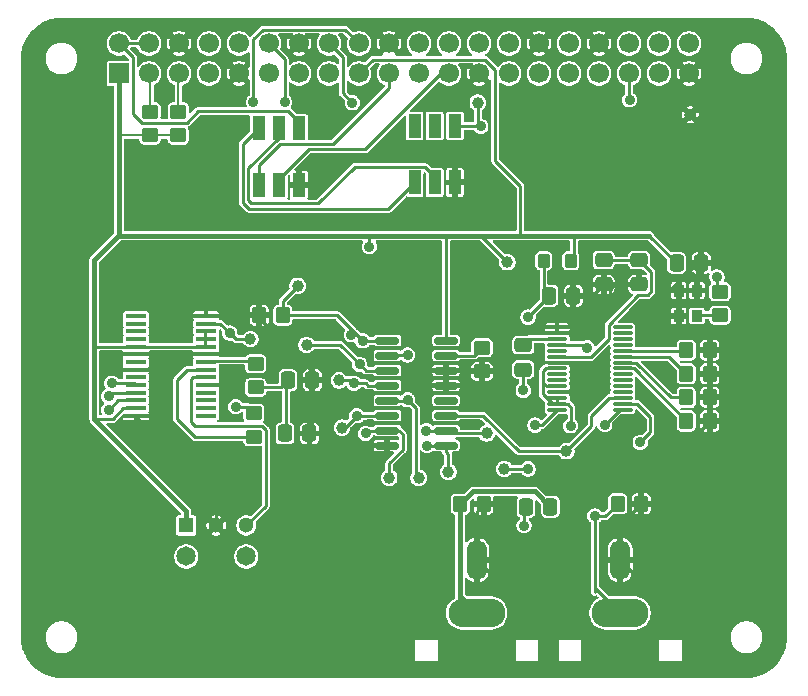
<source format=gtl>
G04 #@! TF.GenerationSoftware,KiCad,Pcbnew,9.0.6*
G04 #@! TF.CreationDate,2026-02-12T12:28:41-08:00*
G04 #@! TF.ProjectId,mutebox_hat_audio_in,6d757465-626f-4785-9f68-61745f617564,rev?*
G04 #@! TF.SameCoordinates,Original*
G04 #@! TF.FileFunction,Copper,L1,Top*
G04 #@! TF.FilePolarity,Positive*
%FSLAX46Y46*%
G04 Gerber Fmt 4.6, Leading zero omitted, Abs format (unit mm)*
G04 Created by KiCad (PCBNEW 9.0.6) date 2026-02-12 12:28:41*
%MOMM*%
%LPD*%
G01*
G04 APERTURE LIST*
G04 Aperture macros list*
%AMRoundRect*
0 Rectangle with rounded corners*
0 $1 Rounding radius*
0 $2 $3 $4 $5 $6 $7 $8 $9 X,Y pos of 4 corners*
0 Add a 4 corners polygon primitive as box body*
4,1,4,$2,$3,$4,$5,$6,$7,$8,$9,$2,$3,0*
0 Add four circle primitives for the rounded corners*
1,1,$1+$1,$2,$3*
1,1,$1+$1,$4,$5*
1,1,$1+$1,$6,$7*
1,1,$1+$1,$8,$9*
0 Add four rect primitives between the rounded corners*
20,1,$1+$1,$2,$3,$4,$5,0*
20,1,$1+$1,$4,$5,$6,$7,0*
20,1,$1+$1,$6,$7,$8,$9,0*
20,1,$1+$1,$8,$9,$2,$3,0*%
G04 Aperture macros list end*
G04 #@! TA.AperFunction,Conductor*
%ADD10C,0.200000*%
G04 #@! TD*
G04 #@! TA.AperFunction,SMDPad,CuDef*
%ADD11C,1.000000*%
G04 #@! TD*
G04 #@! TA.AperFunction,SMDPad,CuDef*
%ADD12RoundRect,0.250000X-0.337500X-0.475000X0.337500X-0.475000X0.337500X0.475000X-0.337500X0.475000X0*%
G04 #@! TD*
G04 #@! TA.AperFunction,SMDPad,CuDef*
%ADD13RoundRect,0.250000X0.275000X0.350000X-0.275000X0.350000X-0.275000X-0.350000X0.275000X-0.350000X0*%
G04 #@! TD*
G04 #@! TA.AperFunction,SMDPad,CuDef*
%ADD14RoundRect,0.250000X-0.475000X0.337500X-0.475000X-0.337500X0.475000X-0.337500X0.475000X0.337500X0*%
G04 #@! TD*
G04 #@! TA.AperFunction,ComponentPad*
%ADD15O,4.800000X2.400000*%
G04 #@! TD*
G04 #@! TA.AperFunction,ComponentPad*
%ADD16O,1.700000X3.400000*%
G04 #@! TD*
G04 #@! TA.AperFunction,SMDPad,CuDef*
%ADD17R,1.100000X2.000000*%
G04 #@! TD*
G04 #@! TA.AperFunction,SMDPad,CuDef*
%ADD18RoundRect,0.250000X-0.350000X-0.450000X0.350000X-0.450000X0.350000X0.450000X-0.350000X0.450000X0*%
G04 #@! TD*
G04 #@! TA.AperFunction,SMDPad,CuDef*
%ADD19RoundRect,0.250000X-0.450000X0.350000X-0.450000X-0.350000X0.450000X-0.350000X0.450000X0.350000X0*%
G04 #@! TD*
G04 #@! TA.AperFunction,SMDPad,CuDef*
%ADD20R,0.900000X1.000000*%
G04 #@! TD*
G04 #@! TA.AperFunction,SMDPad,CuDef*
%ADD21RoundRect,0.250000X0.450000X-0.350000X0.450000X0.350000X-0.450000X0.350000X-0.450000X-0.350000X0*%
G04 #@! TD*
G04 #@! TA.AperFunction,ComponentPad*
%ADD22R,1.300000X1.300000*%
G04 #@! TD*
G04 #@! TA.AperFunction,ComponentPad*
%ADD23C,1.300000*%
G04 #@! TD*
G04 #@! TA.AperFunction,ComponentPad*
%ADD24C,1.650000*%
G04 #@! TD*
G04 #@! TA.AperFunction,SMDPad,CuDef*
%ADD25RoundRect,0.150000X-0.825000X-0.150000X0.825000X-0.150000X0.825000X0.150000X-0.825000X0.150000X0*%
G04 #@! TD*
G04 #@! TA.AperFunction,SMDPad,CuDef*
%ADD26O,1.749999X0.299999*%
G04 #@! TD*
G04 #@! TA.AperFunction,SMDPad,CuDef*
%ADD27R,1.778000X0.355600*%
G04 #@! TD*
G04 #@! TA.AperFunction,ComponentPad*
%ADD28R,1.700000X1.700000*%
G04 #@! TD*
G04 #@! TA.AperFunction,ComponentPad*
%ADD29C,1.700000*%
G04 #@! TD*
G04 #@! TA.AperFunction,ViaPad*
%ADD30C,0.900000*%
G04 #@! TD*
G04 #@! TA.AperFunction,Conductor*
%ADD31C,0.250000*%
G04 #@! TD*
G04 #@! TA.AperFunction,Conductor*
%ADD32C,0.400000*%
G04 #@! TD*
G04 APERTURE END LIST*
D10*
X113400000Y-54000000D02*
X111000000Y-54000000D01*
X113400000Y-52000000D02*
X113400000Y-48800000D01*
X108400000Y-54000000D02*
X111000000Y-54000000D01*
X111000000Y-48800000D02*
X111000000Y-52000000D01*
X111000000Y-54000000D02*
X108400000Y-54000000D01*
D11*
X141250000Y-64750000D03*
D12*
X122675000Y-74740000D03*
X124750000Y-74740000D03*
D13*
X146625000Y-64624624D03*
X144325000Y-64624624D03*
D12*
X144762500Y-67600000D03*
X146837500Y-67600000D03*
D11*
X139500000Y-79250000D03*
D14*
X152400000Y-64562500D03*
X152400000Y-66637500D03*
D15*
X150800000Y-94450000D03*
D16*
X150800000Y-89950000D03*
D17*
X133400000Y-58000000D03*
X135100000Y-58000000D03*
X136800000Y-58000000D03*
X136800000Y-53200000D03*
X135100000Y-53200000D03*
X133400000Y-53200000D03*
D18*
X156400000Y-74200000D03*
X158400000Y-74200000D03*
D15*
X138662000Y-94450000D03*
D16*
X138662000Y-89950000D03*
D11*
X156750000Y-52250000D03*
X123500000Y-66750000D03*
X138750000Y-51250000D03*
D18*
X137262000Y-85250000D03*
X139262000Y-85250000D03*
D11*
X127250000Y-78750000D03*
D18*
X156400000Y-78200000D03*
X158400000Y-78200000D03*
D19*
X139100000Y-72000000D03*
X139100000Y-74000000D03*
D12*
X142824500Y-85450000D03*
X144899500Y-85450000D03*
D11*
X127000000Y-74750000D03*
D20*
X155750000Y-67150000D03*
X155750000Y-69300000D03*
X157300000Y-69300000D03*
X157300000Y-67150000D03*
D11*
X124250000Y-71750000D03*
D21*
X111000000Y-54000000D03*
X111000000Y-52000000D03*
D11*
X119500000Y-71250000D03*
D18*
X156400000Y-76200000D03*
X158400000Y-76200000D03*
D19*
X119938500Y-73350000D03*
X119938500Y-75350000D03*
D14*
X149400000Y-64562500D03*
X149400000Y-66637500D03*
D11*
X131250000Y-83000000D03*
D17*
X120200000Y-58200000D03*
X121900000Y-58200000D03*
X123600000Y-58200000D03*
X123600000Y-53400000D03*
X121900000Y-53400000D03*
X120200000Y-53400000D03*
D18*
X150600000Y-85200000D03*
X152600000Y-85200000D03*
D19*
X119772863Y-77530000D03*
X119772863Y-79530000D03*
D18*
X156400000Y-72200000D03*
X158400000Y-72200000D03*
D12*
X155592500Y-64820000D03*
X157667500Y-64820000D03*
D11*
X133750000Y-83000000D03*
X146250000Y-80750000D03*
D12*
X122425000Y-79250000D03*
X124500000Y-79250000D03*
D21*
X113400000Y-54000000D03*
X113400000Y-52000000D03*
D22*
X114060000Y-87040000D03*
D23*
X116600000Y-87040000D03*
X119140000Y-87040000D03*
D24*
X114060000Y-89660000D03*
X119140000Y-89660000D03*
D25*
X131100000Y-71380000D03*
X131100000Y-72650000D03*
X131100000Y-73920000D03*
X131100000Y-75190000D03*
X131100000Y-76460000D03*
X131100000Y-77730000D03*
X131100000Y-79000000D03*
X131100000Y-80270000D03*
X136050000Y-80270000D03*
X136050000Y-79000000D03*
X136050000Y-77730000D03*
X136050000Y-76460000D03*
X136050000Y-75190000D03*
X136050000Y-73920000D03*
X136050000Y-72650000D03*
X136050000Y-71380000D03*
D18*
X120250000Y-69250000D03*
X122250000Y-69250000D03*
D11*
X136250000Y-82500000D03*
D26*
X145475002Y-70249999D03*
X145475002Y-70749998D03*
X145475002Y-71250000D03*
X145475002Y-71749999D03*
X145475002Y-72250000D03*
X145475002Y-72749999D03*
X145475002Y-73249998D03*
X145475002Y-73750000D03*
X145475002Y-74249999D03*
X145475002Y-74750001D03*
X145475002Y-75250000D03*
X145475002Y-75749999D03*
X145475002Y-76250000D03*
X145475002Y-76749999D03*
X145475002Y-77250001D03*
X151025001Y-77250001D03*
X151025001Y-76749999D03*
X151025001Y-76250000D03*
X151025001Y-75749999D03*
X151025001Y-75250000D03*
X151025001Y-74750001D03*
X151025001Y-74249999D03*
X151025001Y-73750000D03*
X151025001Y-73249998D03*
X151025001Y-72749999D03*
X151025001Y-72250000D03*
X151025001Y-71749999D03*
X151025001Y-71250000D03*
X151025001Y-70749998D03*
X151025001Y-70249999D03*
D21*
X159250000Y-69250000D03*
X159250000Y-67250000D03*
D11*
X141000000Y-82250000D03*
D14*
X142600000Y-71762500D03*
X142600000Y-73837500D03*
D27*
X109806400Y-69300000D03*
X109806400Y-69950001D03*
X109806400Y-70600000D03*
X109806400Y-71250001D03*
X109806400Y-71899999D03*
X109806400Y-72550001D03*
X109806400Y-73199999D03*
X109806400Y-73849998D03*
X109806400Y-74499999D03*
X109806400Y-75149998D03*
X109806400Y-75799999D03*
X109806400Y-76449998D03*
X109806400Y-77099999D03*
X109806400Y-77749998D03*
X115750000Y-77750000D03*
X115750000Y-77099999D03*
X115750000Y-76450000D03*
X115750000Y-75799999D03*
X115750000Y-75150001D03*
X115750000Y-74499999D03*
X115750000Y-73850001D03*
X115750000Y-73199999D03*
X115750000Y-72550001D03*
X115750000Y-71899999D03*
X115750000Y-71250001D03*
X115750000Y-70600000D03*
X115750000Y-69950001D03*
X115750000Y-69300000D03*
D28*
X108370000Y-48770000D03*
D29*
X108370000Y-46230000D03*
X110910000Y-48770000D03*
X110910000Y-46230000D03*
X113450000Y-48770000D03*
X113450000Y-46230000D03*
X115990000Y-48770000D03*
X115990000Y-46230000D03*
X118530000Y-48770000D03*
X118530000Y-46230000D03*
X121070000Y-48770000D03*
X121070000Y-46230000D03*
X123610000Y-48770000D03*
X123610000Y-46230000D03*
X126150000Y-48770000D03*
X126150000Y-46230000D03*
X128690000Y-48770000D03*
X128690000Y-46230000D03*
X131230000Y-48770000D03*
X131230000Y-46230000D03*
X133770000Y-48770000D03*
X133770000Y-46230000D03*
X136310000Y-48770000D03*
X136310000Y-46230000D03*
X138850000Y-48770000D03*
X138850000Y-46230000D03*
X141390000Y-48770000D03*
X141390000Y-46230000D03*
X143930000Y-48770000D03*
X143930000Y-46230000D03*
X146470000Y-48770000D03*
X146470000Y-46230000D03*
X149010000Y-48770000D03*
X149010000Y-46230000D03*
X151550000Y-48770000D03*
X151550000Y-46230000D03*
X154090000Y-48770000D03*
X154090000Y-46230000D03*
X156630000Y-48770000D03*
X156630000Y-46230000D03*
D30*
X154500000Y-67599000D03*
X148250000Y-74899996D03*
X118000000Y-75000000D03*
X117938500Y-69350000D03*
X140000000Y-76500000D03*
X112750000Y-72674999D03*
X149925000Y-68075000D03*
X125769897Y-58169897D03*
X139400000Y-57800000D03*
X143000000Y-69400000D03*
X146600000Y-78600000D03*
X139000000Y-53250000D03*
X129575000Y-63425000D03*
X118250000Y-76975000D03*
X142662000Y-87050000D03*
X148000000Y-72000000D03*
X151600000Y-51000000D03*
X129250000Y-79250000D03*
X128137000Y-51250000D03*
X128051992Y-70898008D03*
X129000000Y-71400000D03*
X122400000Y-51201000D03*
X128250000Y-75000000D03*
X143589338Y-78545357D03*
X159000000Y-66000000D03*
X134470000Y-80270000D03*
X107500000Y-76097212D03*
X128750000Y-73399997D03*
X143000000Y-82250000D03*
X152500000Y-80000000D03*
X132800000Y-72600000D03*
X132800000Y-76400000D03*
X149500000Y-78500000D03*
X142600000Y-75600000D03*
X148662000Y-86250000D03*
X107500000Y-77250000D03*
X134400000Y-79000000D03*
X128500000Y-77750000D03*
X107750000Y-75000000D03*
X117750000Y-70750000D03*
X119750000Y-51201000D03*
D31*
X115688500Y-69300000D02*
X117888500Y-69300000D01*
X112874998Y-72550001D02*
X112750000Y-72674999D01*
X138662000Y-85850000D02*
X139262000Y-85250000D01*
X158400000Y-74200000D02*
X158400000Y-76200000D01*
X109744900Y-73849998D02*
X110700003Y-73849998D01*
X140000000Y-76500000D02*
X139100000Y-75600000D01*
X125769897Y-58169897D02*
X123630103Y-58169897D01*
X150075000Y-67925000D02*
X149925000Y-68075000D01*
X144962000Y-96250000D02*
X152358090Y-96250000D01*
X147499999Y-75749999D02*
X145475002Y-75749999D01*
X154949000Y-67150000D02*
X154500000Y-67599000D01*
X144962000Y-96250000D02*
X138662000Y-89950000D01*
X150400000Y-66600000D02*
X152400000Y-66600000D01*
X145524000Y-73274000D02*
X145499998Y-73249998D01*
X115688500Y-72550001D02*
X112874998Y-72550001D01*
X155750000Y-67150000D02*
X157300000Y-67150000D01*
X136800000Y-58000000D02*
X137000000Y-57800000D01*
X124575000Y-79250000D02*
X124750000Y-79075000D01*
X148250000Y-74899996D02*
X146600002Y-73249998D01*
X150000000Y-67000000D02*
X150400000Y-66600000D01*
X146837500Y-67600000D02*
X148437500Y-67600000D01*
X138750000Y-74000000D02*
X138670000Y-73920000D01*
X124750000Y-79075000D02*
X124750000Y-74740000D01*
X124750000Y-74000000D02*
X124750000Y-74740000D01*
X120250000Y-69500000D02*
X124750000Y-74000000D01*
X152600000Y-85200000D02*
X152600000Y-84000000D01*
X127270000Y-80270000D02*
X131100000Y-80270000D01*
X149925000Y-68075000D02*
X149925000Y-67162500D01*
X155750000Y-67150000D02*
X154949000Y-67150000D01*
X117849999Y-75150001D02*
X118000000Y-75000000D01*
X149925000Y-67162500D02*
X149400000Y-66637500D01*
X157667500Y-64820000D02*
X157279000Y-64820000D01*
X124750000Y-77750000D02*
X127270000Y-80270000D01*
X148250000Y-74899996D02*
X147499999Y-75749999D01*
X158400000Y-74200000D02*
X158400000Y-72200000D01*
X109744900Y-72550001D02*
X112000000Y-72550001D01*
X124750000Y-74740000D02*
X124750000Y-77750000D01*
X152600000Y-84000000D02*
X158400000Y-78200000D01*
X145499998Y-73249998D02*
X145475002Y-73249998D01*
X120250000Y-69250000D02*
X120250000Y-69500000D01*
X153526000Y-95082090D02*
X153526000Y-92676000D01*
X150800000Y-90300000D02*
X150800000Y-87000000D01*
X139100000Y-74000000D02*
X138750000Y-74000000D01*
X149000000Y-67000000D02*
X150000000Y-67000000D01*
X139100000Y-75600000D02*
X139100000Y-74000000D01*
X136050000Y-73920000D02*
X136050000Y-75190000D01*
X138662000Y-90750000D02*
X138662000Y-85850000D01*
X112625002Y-72550001D02*
X112750000Y-72674999D01*
X157279000Y-64820000D02*
X154500000Y-67599000D01*
X146600002Y-73249998D02*
X145475002Y-73249998D01*
X158400000Y-76200000D02*
X158400000Y-78200000D01*
X157300000Y-67150000D02*
X157300000Y-65187500D01*
X115688500Y-75150001D02*
X117849999Y-75150001D01*
X152358090Y-96250000D02*
X153526000Y-95082090D01*
X112000000Y-72550001D02*
X112625002Y-72550001D01*
X150800000Y-87000000D02*
X152600000Y-85200000D01*
X138670000Y-73920000D02*
X136050000Y-73920000D01*
X155750000Y-69300000D02*
X155750000Y-67150000D01*
X148437500Y-67600000D02*
X149400000Y-66637500D01*
X137000000Y-57800000D02*
X139400000Y-57800000D01*
X110700003Y-73849998D02*
X112000000Y-72550001D01*
X153526000Y-92676000D02*
X150800000Y-89950000D01*
X116600000Y-87040000D02*
X116600000Y-84605098D01*
X157300000Y-65187500D02*
X157667500Y-64820000D01*
X116600000Y-84605098D02*
X109744900Y-77749998D01*
X123630103Y-58169897D02*
X123600000Y-58200000D01*
X144325000Y-64624624D02*
X144325000Y-67125000D01*
X146676002Y-77052835D02*
X146676002Y-78523998D01*
X144500000Y-73750000D02*
X144274002Y-73975998D01*
X145475002Y-76250000D02*
X145475002Y-76749999D01*
X146373166Y-76749999D02*
X146676002Y-77052835D01*
X145475002Y-73750000D02*
X144500000Y-73750000D01*
X145475002Y-76749999D02*
X146373166Y-76749999D01*
X144274002Y-75947165D02*
X144274002Y-74947167D01*
X144800000Y-67600000D02*
X143000000Y-69400000D01*
X145475002Y-76749999D02*
X145076836Y-76749999D01*
X144274002Y-74947167D02*
X144576835Y-75250000D01*
X146676002Y-78523998D02*
X146600000Y-78600000D01*
X144576835Y-75250000D02*
X145475002Y-75250000D01*
X145076836Y-76749999D02*
X144274002Y-75947165D01*
X144274002Y-73975998D02*
X144274002Y-74947167D01*
X122035810Y-54726000D02*
X126476081Y-54726000D01*
X120200000Y-56561810D02*
X122035810Y-54726000D01*
X120200000Y-58200000D02*
X120200000Y-56561810D01*
X131230000Y-49972081D02*
X131230000Y-48770000D01*
X126476081Y-54726000D02*
X131230000Y-49972081D01*
X124421000Y-55177000D02*
X129221000Y-55177000D01*
X121900000Y-57698000D02*
X124421000Y-55177000D01*
X121900000Y-58200000D02*
X121900000Y-57698000D01*
X129221000Y-55177000D02*
X135628000Y-48770000D01*
X135628000Y-48770000D02*
X136310000Y-48770000D01*
X143112500Y-71250000D02*
X142600000Y-71762500D01*
X142600000Y-71800000D02*
X142975000Y-71425000D01*
X145475002Y-71250000D02*
X143112500Y-71250000D01*
X138750000Y-51250000D02*
X138750000Y-53000000D01*
X136800000Y-53200000D02*
X138950000Y-53200000D01*
X108370000Y-46230000D02*
X110910000Y-46230000D01*
X115045514Y-51976000D02*
X114095514Y-52926000D01*
X109546000Y-52167514D02*
X109546000Y-47406000D01*
X138750000Y-53000000D02*
X139000000Y-53250000D01*
X123600000Y-52854570D02*
X122721430Y-51976000D01*
X110304486Y-52926000D02*
X109546000Y-52167514D01*
X109546000Y-47406000D02*
X108370000Y-46230000D01*
X138950000Y-53200000D02*
X139000000Y-53250000D01*
X122721430Y-51976000D02*
X115045514Y-51976000D01*
X114095514Y-52926000D02*
X110304486Y-52926000D01*
D32*
X108400000Y-62500000D02*
X129500000Y-62500000D01*
X108370000Y-62470000D02*
X108400000Y-62500000D01*
D31*
X140214000Y-56151500D02*
X142362500Y-58300000D01*
D32*
X136050000Y-62550000D02*
X136000000Y-62500000D01*
X143500000Y-62500000D02*
X139000000Y-62500000D01*
D31*
X115688500Y-70600000D02*
X115688500Y-71250001D01*
D32*
X106250000Y-72000000D02*
X106250000Y-78000000D01*
X106250000Y-64590000D02*
X106250000Y-72000000D01*
X136100000Y-62500000D02*
X136050000Y-62550000D01*
D31*
X139337116Y-47594000D02*
X140214000Y-48470884D01*
X141250000Y-64750000D02*
X139000000Y-62500000D01*
X142362500Y-58300000D02*
X142362500Y-62387500D01*
D32*
X108370000Y-62470000D02*
X106250000Y-64590000D01*
X133100000Y-62500000D02*
X129500000Y-62500000D01*
D31*
X109744900Y-71899999D02*
X115688500Y-71899999D01*
X136050000Y-71380000D02*
X136050000Y-62550000D01*
D32*
X147000000Y-62500000D02*
X143500000Y-62500000D01*
X133100000Y-62500000D02*
X136000000Y-62500000D01*
D31*
X109744900Y-77099999D02*
X108747431Y-77099999D01*
D32*
X147000000Y-62500000D02*
X153272500Y-62500000D01*
D31*
X109744900Y-71899999D02*
X106350001Y-71899999D01*
D32*
X146900000Y-62600000D02*
X147000000Y-62500000D01*
D31*
X115688500Y-71250001D02*
X115688500Y-71899999D01*
X129866000Y-47594000D02*
X139337116Y-47594000D01*
X146900000Y-65100000D02*
X146900000Y-62600000D01*
X128690000Y-48770000D02*
X129866000Y-47594000D01*
X118250000Y-76975000D02*
X119217863Y-76975000D01*
X108747431Y-77099999D02*
X107821430Y-78026000D01*
X107821430Y-78026000D02*
X106276000Y-78026000D01*
X129575000Y-63425000D02*
X129500000Y-63350000D01*
X119217863Y-76975000D02*
X119772863Y-77530000D01*
D32*
X108370000Y-48770000D02*
X108370000Y-62470000D01*
D31*
X129500000Y-63350000D02*
X129500000Y-62500000D01*
D32*
X139000000Y-62500000D02*
X136100000Y-62500000D01*
X106276000Y-78026000D02*
X114060000Y-85810000D01*
X106250000Y-78000000D02*
X106276000Y-78026000D01*
X114060000Y-85810000D02*
X114060000Y-87040000D01*
D31*
X140214000Y-48470884D02*
X140214000Y-56151500D01*
X155592500Y-64820000D02*
X153272500Y-62500000D01*
X142662000Y-87050000D02*
X142662000Y-85650000D01*
X145475002Y-71749999D02*
X147749999Y-71749999D01*
X142662000Y-85650000D02*
X142862000Y-85450000D01*
X147749999Y-71749999D02*
X148000000Y-72000000D01*
X132074999Y-79000000D02*
X131100000Y-79000000D01*
X151550000Y-50950000D02*
X151600000Y-51000000D01*
X132401000Y-79326001D02*
X132074999Y-79000000D01*
X129250000Y-79250000D02*
X129450003Y-79250000D01*
X131250000Y-81772322D02*
X132401000Y-80621322D01*
X151550000Y-48770000D02*
X151550000Y-50950000D01*
X129450003Y-79250000D02*
X129700003Y-79000000D01*
X129700003Y-79000000D02*
X131100000Y-79000000D01*
X131250000Y-83000000D02*
X131250000Y-81772322D01*
X132401000Y-80621322D02*
X132401000Y-79326001D01*
X122250000Y-69250000D02*
X126850000Y-69250000D01*
X127326000Y-50439000D02*
X128137000Y-51250000D01*
X126150000Y-46230000D02*
X127326000Y-47406000D01*
X127326000Y-47406000D02*
X127326000Y-50439000D01*
X126850000Y-69250000D02*
X129000000Y-71400000D01*
X122250000Y-69250000D02*
X122250000Y-68000000D01*
X131080000Y-71400000D02*
X131100000Y-71380000D01*
X129000000Y-71400000D02*
X131080000Y-71400000D01*
X122250000Y-68000000D02*
X123500000Y-66750000D01*
X122400000Y-51201000D02*
X122400000Y-47560000D01*
X129250000Y-75000000D02*
X129440000Y-75190000D01*
X128250000Y-75000000D02*
X129250000Y-75000000D01*
X122400000Y-47560000D02*
X121070000Y-46230000D01*
X127000000Y-74750000D02*
X128000000Y-74750000D01*
X128000000Y-74750000D02*
X128250000Y-75000000D01*
X129440000Y-75190000D02*
X131100000Y-75190000D01*
X159000000Y-67000000D02*
X159250000Y-67250000D01*
X159000000Y-66000000D02*
X159000000Y-67000000D01*
X143589338Y-78545357D02*
X144179646Y-78545357D01*
X144179646Y-78545357D02*
X145475002Y-77250001D01*
X151025001Y-72749999D02*
X154949999Y-72749999D01*
X154949999Y-72749999D02*
X156400000Y-74200000D01*
X151025001Y-72250000D02*
X156350000Y-72250000D01*
X156350000Y-72250000D02*
X156400000Y-72200000D01*
X155100003Y-76200000D02*
X156400000Y-76200000D01*
X151025001Y-73249998D02*
X152150001Y-73249998D01*
X152150001Y-73249998D02*
X155100003Y-76200000D01*
X151950000Y-73750000D02*
X156400000Y-78200000D01*
X151025001Y-73750000D02*
X151950000Y-73750000D01*
X139100000Y-72000000D02*
X138450000Y-72650000D01*
X138450000Y-72650000D02*
X136050000Y-72650000D01*
X151025001Y-76250000D02*
X149900001Y-76250000D01*
X149900001Y-76250000D02*
X148375000Y-77775001D01*
X142250000Y-80750000D02*
X139148141Y-77730000D01*
X148375000Y-78625000D02*
X146250000Y-80750000D01*
X148375000Y-77775001D02*
X148375000Y-78625000D01*
X139148141Y-77730000D02*
X136050000Y-77730000D01*
X146250000Y-80750000D02*
X142250000Y-80750000D01*
X136250000Y-82500000D02*
X136250000Y-81000000D01*
X136250000Y-81000000D02*
X136050000Y-80800000D01*
X136050000Y-80800000D02*
X136050000Y-80270000D01*
X136050000Y-80270000D02*
X134470000Y-80270000D01*
X107797213Y-75799999D02*
X107500000Y-76097212D01*
X129270003Y-73920000D02*
X131100000Y-73920000D01*
X127100003Y-71750000D02*
X124250000Y-71750000D01*
X128750000Y-73399997D02*
X129270003Y-73920000D01*
X109744900Y-75799999D02*
X107797213Y-75799999D01*
X128750000Y-73399997D02*
X127100003Y-71750000D01*
X131532322Y-72600000D02*
X131482322Y-72650000D01*
X152249999Y-76749999D02*
X151025001Y-76749999D01*
X153369483Y-77869483D02*
X152249999Y-76749999D01*
X131482322Y-72650000D02*
X131100000Y-72650000D01*
X153369483Y-79130517D02*
X153369483Y-77869483D01*
X152500000Y-80000000D02*
X153369483Y-79130517D01*
X141000000Y-82250000D02*
X143000000Y-82250000D01*
X132800000Y-72600000D02*
X131532322Y-72600000D01*
X151025001Y-77250001D02*
X150749999Y-77250001D01*
X132740000Y-76460000D02*
X131551000Y-76460000D01*
X150749999Y-77250001D02*
X149500000Y-78500000D01*
X133500000Y-77100000D02*
X133500000Y-83250000D01*
X132800000Y-76400000D02*
X133500000Y-77100000D01*
X157350000Y-69250000D02*
X157300000Y-69300000D01*
X159250000Y-69250000D02*
X157350000Y-69250000D01*
X148321430Y-72776000D02*
X149824001Y-71273429D01*
X153451000Y-65613500D02*
X152400000Y-64562500D01*
X145475002Y-72749999D02*
X147652569Y-72749999D01*
X147652569Y-72749999D02*
X147678570Y-72776000D01*
X149824001Y-71273429D02*
X149824001Y-70052833D01*
X152325834Y-67551000D02*
X153120514Y-67551000D01*
X153451000Y-67220514D02*
X153451000Y-65613500D01*
X147678570Y-72776000D02*
X148321430Y-72776000D01*
X149824001Y-70052833D02*
X152325834Y-67551000D01*
X152400000Y-64600000D02*
X149400000Y-64600000D01*
X153120514Y-67551000D02*
X153451000Y-67220514D01*
D32*
X138363000Y-84149000D02*
X143561000Y-84149000D01*
X137262000Y-93050000D02*
X138662000Y-94450000D01*
X143561000Y-84149000D02*
X144862000Y-85450000D01*
X137262000Y-85250000D02*
X137262000Y-93400000D01*
X137262000Y-85250000D02*
X138363000Y-84149000D01*
D31*
X142600000Y-73800000D02*
X142600000Y-75600000D01*
X148662000Y-86250000D02*
X148662000Y-92662000D01*
X150600000Y-85200000D02*
X149550000Y-86250000D01*
X149550000Y-86250000D02*
X148662000Y-86250000D01*
X148662000Y-92312000D02*
X150800000Y-94450000D01*
X120200000Y-53400000D02*
X118873000Y-54727000D01*
X131172000Y-60228000D02*
X133400000Y-58000000D01*
X119388190Y-60228000D02*
X131172000Y-60228000D01*
X118873000Y-54727000D02*
X118873000Y-59712810D01*
X118873000Y-59712810D02*
X119388190Y-60228000D01*
X125258810Y-59777000D02*
X128361810Y-56674000D01*
X119324000Y-56800000D02*
X121900000Y-54224000D01*
X121900000Y-54224000D02*
X121900000Y-53400000D01*
X135100000Y-57498000D02*
X135100000Y-58000000D01*
X134276000Y-56674000D02*
X135100000Y-57498000D01*
X125258810Y-59777000D02*
X119575000Y-59777000D01*
X119324000Y-59526000D02*
X119324000Y-56800000D01*
X128361810Y-56674000D02*
X134276000Y-56674000D01*
X119575000Y-59777000D02*
X119324000Y-59526000D01*
X114619702Y-74499999D02*
X114473500Y-74646201D01*
X115688500Y-74499999D02*
X114619702Y-74499999D01*
X114473500Y-78253800D02*
X114823700Y-78604000D01*
X120798863Y-78934486D02*
X120798863Y-85381137D01*
X120468377Y-78604000D02*
X120798863Y-78934486D01*
X120798863Y-85381137D02*
X119140000Y-87040000D01*
X114473500Y-74646201D02*
X114473500Y-78253800D01*
X114823700Y-78604000D02*
X120468377Y-78604000D01*
X109744900Y-76449998D02*
X108300002Y-76449998D01*
X108300002Y-76449998D02*
X107500000Y-77250000D01*
X136050000Y-79000000D02*
X134400000Y-79000000D01*
X139500000Y-79250000D02*
X136300000Y-79250000D01*
X136300000Y-79250000D02*
X136050000Y-79000000D01*
X129250000Y-77750000D02*
X129270000Y-77730000D01*
X109744900Y-75149998D02*
X109744900Y-75003799D01*
X128500000Y-77750000D02*
X129250000Y-77750000D01*
X109744900Y-75003799D02*
X107753799Y-75003799D01*
X107753799Y-75003799D02*
X107750000Y-75000000D01*
X127500000Y-78750000D02*
X128500000Y-77750000D01*
X127250000Y-78750000D02*
X127500000Y-78750000D01*
X129270000Y-77730000D02*
X131100000Y-77730000D01*
X113250000Y-74750000D02*
X114149999Y-73850001D01*
X113250000Y-78000000D02*
X113250000Y-74750000D01*
X119772863Y-79530000D02*
X114780000Y-79530000D01*
X114780000Y-79530000D02*
X113250000Y-78000000D01*
X114149999Y-73850001D02*
X115688500Y-73850001D01*
X115688500Y-73199999D02*
X115814499Y-73074000D01*
X115814499Y-73074000D02*
X119662500Y-73074000D01*
X122500000Y-74915000D02*
X122675000Y-74740000D01*
X119938500Y-75350000D02*
X122065000Y-75350000D01*
X122065000Y-75350000D02*
X122675000Y-74740000D01*
X122500000Y-79250000D02*
X122500000Y-74915000D01*
X116950001Y-69950001D02*
X117750000Y-70750000D01*
X127514000Y-45054000D02*
X120582884Y-45054000D01*
X120582884Y-45054000D02*
X119750000Y-45886884D01*
X119750000Y-45886884D02*
X119750000Y-51201000D01*
X119500000Y-71250000D02*
X118250000Y-71250000D01*
X115688500Y-69950001D02*
X116950001Y-69950001D01*
X128690000Y-46230000D02*
X127514000Y-45054000D01*
X118250000Y-71250000D02*
X117750000Y-70750000D01*
G04 #@! TA.AperFunction,Conductor*
G36*
X138370236Y-47938407D02*
G01*
X138382049Y-47948496D01*
X138720590Y-48287037D01*
X138657007Y-48304075D01*
X138542993Y-48369901D01*
X138449901Y-48462993D01*
X138384075Y-48577007D01*
X138367037Y-48640591D01*
X137951377Y-48224931D01*
X137919501Y-48272638D01*
X137840349Y-48463727D01*
X137800000Y-48666581D01*
X137800000Y-48873418D01*
X137840349Y-49076272D01*
X137919501Y-49267360D01*
X137919505Y-49267369D01*
X137951377Y-49315067D01*
X138367036Y-48899407D01*
X138384075Y-48962993D01*
X138449901Y-49077007D01*
X138542993Y-49170099D01*
X138657007Y-49235925D01*
X138720590Y-49252962D01*
X138304931Y-49668621D01*
X138352639Y-49700498D01*
X138543727Y-49779650D01*
X138746581Y-49819999D01*
X138746586Y-49820000D01*
X138953414Y-49820000D01*
X138953418Y-49819999D01*
X139156272Y-49779650D01*
X139347359Y-49700499D01*
X139395068Y-49668621D01*
X138979409Y-49252962D01*
X139042993Y-49235925D01*
X139157007Y-49170099D01*
X139250099Y-49077007D01*
X139315925Y-48962993D01*
X139332962Y-48899409D01*
X139748620Y-49315067D01*
X139779795Y-49311997D01*
X139839559Y-49325109D01*
X139880202Y-49370845D01*
X139888500Y-49410520D01*
X139888500Y-56108647D01*
X139888500Y-56194353D01*
X139897024Y-56226164D01*
X139910683Y-56277143D01*
X139953531Y-56351357D01*
X139953533Y-56351359D01*
X139953535Y-56351362D01*
X141004564Y-57402390D01*
X142008004Y-58405830D01*
X142035781Y-58460347D01*
X142037000Y-58475834D01*
X142037000Y-62000500D01*
X142018093Y-62058691D01*
X141968593Y-62094655D01*
X141938000Y-62099500D01*
X136152731Y-62099500D01*
X136152727Y-62099499D01*
X136047273Y-62099499D01*
X136047269Y-62099500D01*
X108869500Y-62099500D01*
X108811309Y-62080593D01*
X108775345Y-62031093D01*
X108770500Y-62000500D01*
X108770500Y-54399500D01*
X108789407Y-54341309D01*
X108838907Y-54305345D01*
X108869500Y-54300500D01*
X110000500Y-54300500D01*
X110058691Y-54319407D01*
X110094655Y-54368907D01*
X110099500Y-54399500D01*
X110099500Y-54404274D01*
X110102353Y-54434694D01*
X110102355Y-54434703D01*
X110147207Y-54562883D01*
X110227845Y-54672144D01*
X110227847Y-54672146D01*
X110227850Y-54672150D01*
X110227853Y-54672152D01*
X110227855Y-54672154D01*
X110337116Y-54752792D01*
X110337117Y-54752792D01*
X110337118Y-54752793D01*
X110465301Y-54797646D01*
X110495725Y-54800499D01*
X110495727Y-54800500D01*
X110495734Y-54800500D01*
X111504273Y-54800500D01*
X111504273Y-54800499D01*
X111534699Y-54797646D01*
X111662882Y-54752793D01*
X111772150Y-54672150D01*
X111852793Y-54562882D01*
X111897646Y-54434699D01*
X111900499Y-54404273D01*
X111900500Y-54404273D01*
X111900500Y-54399500D01*
X111919407Y-54341309D01*
X111968907Y-54305345D01*
X111999500Y-54300500D01*
X112400500Y-54300500D01*
X112458691Y-54319407D01*
X112494655Y-54368907D01*
X112499500Y-54399500D01*
X112499500Y-54404274D01*
X112502353Y-54434694D01*
X112502355Y-54434703D01*
X112547207Y-54562883D01*
X112627845Y-54672144D01*
X112627847Y-54672146D01*
X112627850Y-54672150D01*
X112627853Y-54672152D01*
X112627855Y-54672154D01*
X112737116Y-54752792D01*
X112737117Y-54752792D01*
X112737118Y-54752793D01*
X112865301Y-54797646D01*
X112895725Y-54800499D01*
X112895727Y-54800500D01*
X112895734Y-54800500D01*
X113904273Y-54800500D01*
X113904273Y-54800499D01*
X113934699Y-54797646D01*
X114062882Y-54752793D01*
X114172150Y-54672150D01*
X114252793Y-54562882D01*
X114297646Y-54434699D01*
X114300499Y-54404273D01*
X114300500Y-54404273D01*
X114300500Y-53595727D01*
X114300499Y-53595725D01*
X114297646Y-53565301D01*
X114252793Y-53437118D01*
X114201582Y-53367729D01*
X114182241Y-53309684D01*
X114200712Y-53251353D01*
X114231735Y-53223207D01*
X114295376Y-53186465D01*
X115151345Y-52330496D01*
X115205862Y-52302719D01*
X115221349Y-52301500D01*
X119350500Y-52301500D01*
X119408691Y-52320407D01*
X119444655Y-52369907D01*
X119449500Y-52400500D01*
X119449500Y-53649165D01*
X119430593Y-53707356D01*
X119420504Y-53719169D01*
X118612531Y-54527142D01*
X118569682Y-54601360D01*
X118569681Y-54601360D01*
X118569682Y-54601361D01*
X118569682Y-54601362D01*
X118547500Y-54684147D01*
X118547500Y-59669957D01*
X118547500Y-59755663D01*
X118567062Y-59828673D01*
X118569683Y-59838453D01*
X118612531Y-59912667D01*
X118612533Y-59912669D01*
X118612535Y-59912672D01*
X119127723Y-60427859D01*
X119127725Y-60427862D01*
X119188328Y-60488465D01*
X119225437Y-60509889D01*
X119225439Y-60509891D01*
X119256466Y-60527805D01*
X119262551Y-60531318D01*
X119345337Y-60553501D01*
X119345339Y-60553501D01*
X119437106Y-60553501D01*
X119437122Y-60553500D01*
X131214851Y-60553500D01*
X131214853Y-60553500D01*
X131297639Y-60531318D01*
X131297641Y-60531316D01*
X131297643Y-60531316D01*
X131371857Y-60488468D01*
X131371857Y-60488467D01*
X131371862Y-60488465D01*
X132654189Y-59206136D01*
X132708704Y-59178361D01*
X132762063Y-59186811D01*
X132762758Y-59185134D01*
X132771764Y-59188863D01*
X132771769Y-59188867D01*
X132816231Y-59197711D01*
X132830241Y-59200498D01*
X132830246Y-59200498D01*
X132830252Y-59200500D01*
X132830253Y-59200500D01*
X133969747Y-59200500D01*
X133969748Y-59200500D01*
X134028231Y-59188867D01*
X134094552Y-59144552D01*
X134138867Y-59078231D01*
X134150500Y-59019748D01*
X134150500Y-57247835D01*
X134157663Y-57225787D01*
X134161290Y-57202890D01*
X134166938Y-57197241D01*
X134169407Y-57189644D01*
X134188163Y-57176016D01*
X134204555Y-57159625D01*
X134212444Y-57158375D01*
X134218907Y-57153680D01*
X134242092Y-57153680D01*
X134264987Y-57150054D01*
X134272104Y-57153680D01*
X134280093Y-57153680D01*
X134319504Y-57177831D01*
X134320504Y-57178831D01*
X134348281Y-57233348D01*
X134349500Y-57248835D01*
X134349500Y-59019746D01*
X134349501Y-59019758D01*
X134361094Y-59078036D01*
X134361133Y-59078231D01*
X134405448Y-59144552D01*
X134471769Y-59188867D01*
X134516231Y-59197711D01*
X134530241Y-59200498D01*
X134530246Y-59200498D01*
X134530252Y-59200500D01*
X134530253Y-59200500D01*
X135669747Y-59200500D01*
X135669748Y-59200500D01*
X135728231Y-59188867D01*
X135794552Y-59144552D01*
X135838867Y-59078231D01*
X135850500Y-59019748D01*
X135850500Y-58250001D01*
X136050000Y-58250001D01*
X136050000Y-59019700D01*
X136061603Y-59078036D01*
X136105806Y-59144189D01*
X136105810Y-59144193D01*
X136171963Y-59188396D01*
X136230299Y-59199999D01*
X136230303Y-59200000D01*
X136549999Y-59200000D01*
X136550000Y-59199999D01*
X136550000Y-58250001D01*
X137050000Y-58250001D01*
X137050000Y-59199999D01*
X137050001Y-59200000D01*
X137369697Y-59200000D01*
X137369700Y-59199999D01*
X137428036Y-59188396D01*
X137494189Y-59144193D01*
X137494193Y-59144189D01*
X137538396Y-59078036D01*
X137549999Y-59019700D01*
X137550000Y-59019697D01*
X137550000Y-58250001D01*
X137549999Y-58250000D01*
X137050001Y-58250000D01*
X137050000Y-58250001D01*
X136550000Y-58250001D01*
X136549999Y-58250000D01*
X136050001Y-58250000D01*
X136050000Y-58250001D01*
X135850500Y-58250001D01*
X135850500Y-56980299D01*
X136050000Y-56980299D01*
X136050000Y-57749999D01*
X136050001Y-57750000D01*
X136549999Y-57750000D01*
X136550000Y-57749999D01*
X136550000Y-56800001D01*
X137050000Y-56800001D01*
X137050000Y-57749999D01*
X137050001Y-57750000D01*
X137549999Y-57750000D01*
X137550000Y-57749999D01*
X137550000Y-56980302D01*
X137549999Y-56980299D01*
X137538396Y-56921963D01*
X137494193Y-56855810D01*
X137494189Y-56855806D01*
X137428036Y-56811603D01*
X137369700Y-56800000D01*
X137050001Y-56800000D01*
X137050000Y-56800001D01*
X136550000Y-56800001D01*
X136549999Y-56800000D01*
X136230299Y-56800000D01*
X136171963Y-56811603D01*
X136105810Y-56855806D01*
X136105806Y-56855810D01*
X136061603Y-56921963D01*
X136050000Y-56980299D01*
X135850500Y-56980299D01*
X135850500Y-56980252D01*
X135838867Y-56921769D01*
X135794552Y-56855448D01*
X135784139Y-56848490D01*
X135728233Y-56811134D01*
X135728231Y-56811133D01*
X135728228Y-56811132D01*
X135728227Y-56811132D01*
X135669758Y-56799501D01*
X135669748Y-56799500D01*
X135669747Y-56799500D01*
X134902835Y-56799500D01*
X134844644Y-56780593D01*
X134832832Y-56770504D01*
X134475862Y-56413535D01*
X134475857Y-56413531D01*
X134401642Y-56370683D01*
X134401644Y-56370683D01*
X134369521Y-56362076D01*
X134318853Y-56348500D01*
X134318851Y-56348500D01*
X128410742Y-56348500D01*
X128410726Y-56348499D01*
X128404663Y-56348499D01*
X128318957Y-56348499D01*
X128318954Y-56348499D01*
X128236171Y-56370681D01*
X128212644Y-56384265D01*
X128199060Y-56392108D01*
X128175531Y-56405692D01*
X128161947Y-56413535D01*
X128101344Y-56474137D01*
X128101345Y-56474138D01*
X125152979Y-59422504D01*
X125098462Y-59450281D01*
X125082975Y-59451500D01*
X124407707Y-59451500D01*
X124349516Y-59432593D01*
X124313552Y-59383093D01*
X124313552Y-59321907D01*
X124325392Y-59297498D01*
X124338396Y-59278036D01*
X124349999Y-59219700D01*
X124350000Y-59219697D01*
X124350000Y-58450001D01*
X124349999Y-58450000D01*
X122850001Y-58450000D01*
X122850000Y-58450001D01*
X122850000Y-59219700D01*
X122861603Y-59278036D01*
X122874608Y-59297498D01*
X122878348Y-59310758D01*
X122886448Y-59321907D01*
X122886448Y-59339477D01*
X122891217Y-59356386D01*
X122886448Y-59369313D01*
X122886448Y-59383093D01*
X122876120Y-59397307D01*
X122870040Y-59413790D01*
X122858583Y-59421444D01*
X122850484Y-59432593D01*
X122833773Y-59438022D01*
X122819166Y-59447783D01*
X122792293Y-59451500D01*
X122708308Y-59451500D01*
X122650117Y-59432593D01*
X122614153Y-59383093D01*
X122614153Y-59321907D01*
X122625993Y-59297498D01*
X122626152Y-59297259D01*
X122638867Y-59278231D01*
X122650500Y-59219748D01*
X122650500Y-57448835D01*
X122652968Y-57441237D01*
X122651719Y-57433348D01*
X122662243Y-57412692D01*
X122669407Y-57390644D01*
X122679496Y-57378831D01*
X122680996Y-57377331D01*
X122735513Y-57349554D01*
X122795945Y-57359125D01*
X122839210Y-57402390D01*
X122850000Y-57447335D01*
X122850000Y-57949999D01*
X122850001Y-57950000D01*
X123349999Y-57950000D01*
X123350000Y-57949999D01*
X123350000Y-57027127D01*
X123279057Y-57000001D01*
X123850000Y-57000001D01*
X123850000Y-57949999D01*
X123850001Y-57950000D01*
X124349999Y-57950000D01*
X124350000Y-57949999D01*
X124350000Y-57180302D01*
X124349999Y-57180299D01*
X124338396Y-57121963D01*
X124294193Y-57055810D01*
X124294189Y-57055806D01*
X124228036Y-57011603D01*
X124169700Y-57000000D01*
X123850001Y-57000000D01*
X123850000Y-57000001D01*
X123279057Y-57000001D01*
X123261977Y-56993470D01*
X123251705Y-56985174D01*
X123239144Y-56981093D01*
X123228482Y-56966419D01*
X123214377Y-56955027D01*
X123210943Y-56942277D01*
X123203180Y-56931593D01*
X123203180Y-56913456D01*
X123198464Y-56895947D01*
X123203180Y-56883613D01*
X123203180Y-56870407D01*
X123216610Y-56848490D01*
X123220317Y-56838797D01*
X123224033Y-56836376D01*
X123227331Y-56830996D01*
X124526831Y-55531496D01*
X124581348Y-55503719D01*
X124596835Y-55502500D01*
X129263851Y-55502500D01*
X129263853Y-55502500D01*
X129346639Y-55480318D01*
X129346641Y-55480316D01*
X129346643Y-55480316D01*
X129420857Y-55437468D01*
X129420857Y-55437467D01*
X129420862Y-55437465D01*
X132480498Y-52377828D01*
X132535013Y-52350053D01*
X132595445Y-52359624D01*
X132638710Y-52402889D01*
X132649500Y-52447834D01*
X132649500Y-54219746D01*
X132649501Y-54219758D01*
X132661132Y-54278227D01*
X132661133Y-54278231D01*
X132705448Y-54344552D01*
X132771769Y-54388867D01*
X132805895Y-54395655D01*
X132830241Y-54400498D01*
X132830246Y-54400498D01*
X132830252Y-54400500D01*
X132830253Y-54400500D01*
X133969747Y-54400500D01*
X133969748Y-54400500D01*
X134028231Y-54388867D01*
X134094552Y-54344552D01*
X134138867Y-54278231D01*
X134150500Y-54219748D01*
X134150500Y-52180253D01*
X134349500Y-52180253D01*
X134349500Y-54219746D01*
X134349501Y-54219758D01*
X134361132Y-54278227D01*
X134361133Y-54278231D01*
X134405448Y-54344552D01*
X134471769Y-54388867D01*
X134505895Y-54395655D01*
X134530241Y-54400498D01*
X134530246Y-54400498D01*
X134530252Y-54400500D01*
X134530253Y-54400500D01*
X135669747Y-54400500D01*
X135669748Y-54400500D01*
X135728231Y-54388867D01*
X135794552Y-54344552D01*
X135838867Y-54278231D01*
X135850500Y-54219748D01*
X135850500Y-52180253D01*
X136049500Y-52180253D01*
X136049500Y-54219746D01*
X136049501Y-54219758D01*
X136061132Y-54278227D01*
X136061133Y-54278231D01*
X136105448Y-54344552D01*
X136171769Y-54388867D01*
X136205895Y-54395655D01*
X136230241Y-54400498D01*
X136230246Y-54400498D01*
X136230252Y-54400500D01*
X136230253Y-54400500D01*
X137369747Y-54400500D01*
X137369748Y-54400500D01*
X137428231Y-54388867D01*
X137494552Y-54344552D01*
X137538867Y-54278231D01*
X137550500Y-54219748D01*
X137550500Y-53624500D01*
X137569407Y-53566309D01*
X137618907Y-53530345D01*
X137649500Y-53525500D01*
X138348818Y-53525500D01*
X138407009Y-53544407D01*
X138431132Y-53569497D01*
X138494724Y-53664669D01*
X138585331Y-53755276D01*
X138648848Y-53797717D01*
X138691866Y-53826461D01*
X138691870Y-53826463D01*
X138691873Y-53826465D01*
X138810256Y-53875501D01*
X138935931Y-53900500D01*
X138935932Y-53900500D01*
X139064068Y-53900500D01*
X139064069Y-53900500D01*
X139189744Y-53875501D01*
X139308127Y-53826465D01*
X139414669Y-53755276D01*
X139505276Y-53664669D01*
X139576465Y-53558127D01*
X139625501Y-53439744D01*
X139650500Y-53314069D01*
X139650500Y-53185931D01*
X139625501Y-53060256D01*
X139576465Y-52941873D01*
X139576463Y-52941870D01*
X139576461Y-52941866D01*
X139547717Y-52898848D01*
X139505276Y-52835331D01*
X139414669Y-52744724D01*
X139372226Y-52716365D01*
X139308133Y-52673538D01*
X139308125Y-52673534D01*
X139189742Y-52624498D01*
X139189737Y-52624497D01*
X139155184Y-52617623D01*
X139101800Y-52587726D01*
X139076186Y-52532160D01*
X139075500Y-52520526D01*
X139075500Y-51927908D01*
X139094407Y-51869717D01*
X139119498Y-51845593D01*
X139196542Y-51794114D01*
X139294114Y-51696542D01*
X139370775Y-51581811D01*
X139423580Y-51454328D01*
X139450500Y-51318993D01*
X139450500Y-51181007D01*
X139423580Y-51045672D01*
X139380585Y-50941873D01*
X139370777Y-50918193D01*
X139370771Y-50918182D01*
X139294114Y-50803458D01*
X139196541Y-50705885D01*
X139081817Y-50629228D01*
X139081806Y-50629222D01*
X138954328Y-50576420D01*
X138818995Y-50549500D01*
X138818993Y-50549500D01*
X138681007Y-50549500D01*
X138681004Y-50549500D01*
X138545672Y-50576420D01*
X138545670Y-50576420D01*
X138418193Y-50629222D01*
X138418182Y-50629228D01*
X138303458Y-50705885D01*
X138205885Y-50803458D01*
X138129228Y-50918182D01*
X138129222Y-50918193D01*
X138076420Y-51045670D01*
X138076420Y-51045672D01*
X138049500Y-51181004D01*
X138049500Y-51318995D01*
X138076420Y-51454327D01*
X138076420Y-51454329D01*
X138129222Y-51581806D01*
X138129228Y-51581817D01*
X138190235Y-51673119D01*
X138205886Y-51696542D01*
X138303458Y-51794114D01*
X138380502Y-51845593D01*
X138418381Y-51893643D01*
X138424500Y-51927908D01*
X138424500Y-52775500D01*
X138405593Y-52833691D01*
X138356093Y-52869655D01*
X138325500Y-52874500D01*
X137649500Y-52874500D01*
X137591309Y-52855593D01*
X137555345Y-52806093D01*
X137550500Y-52775500D01*
X137550500Y-52180253D01*
X137550498Y-52180241D01*
X137539442Y-52124661D01*
X137538867Y-52121769D01*
X137494552Y-52055448D01*
X137480137Y-52045816D01*
X137428233Y-52011134D01*
X137428231Y-52011133D01*
X137428228Y-52011132D01*
X137428227Y-52011132D01*
X137369758Y-51999501D01*
X137369748Y-51999500D01*
X136230252Y-51999500D01*
X136230251Y-51999500D01*
X136230241Y-51999501D01*
X136171772Y-52011132D01*
X136171766Y-52011134D01*
X136105451Y-52055445D01*
X136105445Y-52055451D01*
X136061134Y-52121766D01*
X136061132Y-52121772D01*
X136049501Y-52180241D01*
X136049500Y-52180253D01*
X135850500Y-52180253D01*
X135850500Y-52180252D01*
X135838867Y-52121769D01*
X135794552Y-52055448D01*
X135780137Y-52045816D01*
X135728233Y-52011134D01*
X135728231Y-52011133D01*
X135728228Y-52011132D01*
X135728227Y-52011132D01*
X135669758Y-51999501D01*
X135669748Y-51999500D01*
X134530252Y-51999500D01*
X134530251Y-51999500D01*
X134530241Y-51999501D01*
X134471772Y-52011132D01*
X134471766Y-52011134D01*
X134405451Y-52055445D01*
X134405445Y-52055451D01*
X134361134Y-52121766D01*
X134361132Y-52121772D01*
X134349501Y-52180241D01*
X134349500Y-52180253D01*
X134150500Y-52180253D01*
X134150500Y-52180252D01*
X134138867Y-52121769D01*
X134094552Y-52055448D01*
X134080137Y-52045816D01*
X134028233Y-52011134D01*
X134028231Y-52011133D01*
X134028228Y-52011132D01*
X134028227Y-52011132D01*
X133969758Y-51999501D01*
X133969748Y-51999500D01*
X133969747Y-51999500D01*
X133097835Y-51999500D01*
X133039644Y-51980593D01*
X133003680Y-51931093D01*
X133003680Y-51869907D01*
X133027831Y-51830496D01*
X133611120Y-51247207D01*
X135386345Y-49471980D01*
X135440860Y-49444205D01*
X135501292Y-49453776D01*
X135526347Y-49471979D01*
X135640345Y-49585977D01*
X135812402Y-49700941D01*
X136003580Y-49780130D01*
X136206535Y-49820500D01*
X136206536Y-49820500D01*
X136413464Y-49820500D01*
X136413465Y-49820500D01*
X136616420Y-49780130D01*
X136807598Y-49700941D01*
X136979655Y-49585977D01*
X137125977Y-49439655D01*
X137240941Y-49267598D01*
X137320130Y-49076420D01*
X137360500Y-48873465D01*
X137360500Y-48666535D01*
X137320130Y-48463580D01*
X137240941Y-48272402D01*
X137125977Y-48100345D01*
X137114133Y-48088501D01*
X137086358Y-48033987D01*
X137095929Y-47973555D01*
X137139194Y-47930290D01*
X137184139Y-47919500D01*
X138312045Y-47919500D01*
X138370236Y-47938407D01*
G37*
G04 #@! TD.AperFunction*
G04 #@! TA.AperFunction,Conductor*
G36*
X123130236Y-45398407D02*
G01*
X123142048Y-45408496D01*
X123480590Y-45747037D01*
X123417007Y-45764075D01*
X123302993Y-45829901D01*
X123209901Y-45922993D01*
X123144075Y-46037007D01*
X123127037Y-46100591D01*
X122711377Y-45684931D01*
X122679501Y-45732638D01*
X122600349Y-45923727D01*
X122560000Y-46126581D01*
X122560000Y-46333418D01*
X122600349Y-46536272D01*
X122679501Y-46727360D01*
X122679505Y-46727369D01*
X122711377Y-46775067D01*
X123127036Y-46359407D01*
X123144075Y-46422993D01*
X123209901Y-46537007D01*
X123302993Y-46630099D01*
X123417007Y-46695925D01*
X123480590Y-46712962D01*
X123064931Y-47128621D01*
X123112639Y-47160498D01*
X123303727Y-47239650D01*
X123506581Y-47279999D01*
X123506586Y-47280000D01*
X123713414Y-47280000D01*
X123713418Y-47279999D01*
X123916272Y-47239650D01*
X124107359Y-47160499D01*
X124155068Y-47128621D01*
X123739409Y-46712962D01*
X123802993Y-46695925D01*
X123917007Y-46630099D01*
X124010099Y-46537007D01*
X124075925Y-46422993D01*
X124092962Y-46359409D01*
X124508621Y-46775068D01*
X124540499Y-46727359D01*
X124619650Y-46536272D01*
X124659999Y-46333418D01*
X124660000Y-46333413D01*
X124660000Y-46126586D01*
X124659999Y-46126581D01*
X124619650Y-45923727D01*
X124540498Y-45732639D01*
X124508621Y-45684931D01*
X124092962Y-46100590D01*
X124075925Y-46037007D01*
X124010099Y-45922993D01*
X123917007Y-45829901D01*
X123802993Y-45764075D01*
X123739409Y-45747037D01*
X124077952Y-45408496D01*
X124132468Y-45380719D01*
X124147955Y-45379500D01*
X125275861Y-45379500D01*
X125334052Y-45398407D01*
X125370016Y-45447907D01*
X125370016Y-45509093D01*
X125345866Y-45548501D01*
X125334023Y-45560345D01*
X125334020Y-45560348D01*
X125219058Y-45732402D01*
X125139869Y-45923581D01*
X125099500Y-46126532D01*
X125099500Y-46333467D01*
X125139869Y-46536418D01*
X125219058Y-46727597D01*
X125282351Y-46822322D01*
X125334023Y-46899655D01*
X125480345Y-47045977D01*
X125652402Y-47160941D01*
X125843580Y-47240130D01*
X126046535Y-47280500D01*
X126046536Y-47280500D01*
X126253464Y-47280500D01*
X126253465Y-47280500D01*
X126456420Y-47240130D01*
X126567402Y-47194158D01*
X126628399Y-47189358D01*
X126675292Y-47215619D01*
X126971504Y-47511831D01*
X126999281Y-47566348D01*
X127000500Y-47581835D01*
X127000500Y-47895860D01*
X126981593Y-47954051D01*
X126932093Y-47990015D01*
X126870907Y-47990015D01*
X126831499Y-47965866D01*
X126819655Y-47954023D01*
X126647597Y-47839058D01*
X126456418Y-47759869D01*
X126253467Y-47719500D01*
X126253465Y-47719500D01*
X126046535Y-47719500D01*
X126046532Y-47719500D01*
X125843581Y-47759869D01*
X125652402Y-47839058D01*
X125480348Y-47954020D01*
X125334020Y-48100348D01*
X125219058Y-48272402D01*
X125139869Y-48463581D01*
X125099500Y-48666532D01*
X125099500Y-48873467D01*
X125139869Y-49076418D01*
X125219058Y-49267597D01*
X125331586Y-49436008D01*
X125334023Y-49439655D01*
X125480345Y-49585977D01*
X125652402Y-49700941D01*
X125843580Y-49780130D01*
X126046535Y-49820500D01*
X126046536Y-49820500D01*
X126253464Y-49820500D01*
X126253465Y-49820500D01*
X126456420Y-49780130D01*
X126647598Y-49700941D01*
X126819655Y-49585977D01*
X126831498Y-49574133D01*
X126886013Y-49546358D01*
X126946445Y-49555929D01*
X126989710Y-49599194D01*
X127000500Y-49644139D01*
X127000500Y-50396147D01*
X127000500Y-50481853D01*
X127003949Y-50494724D01*
X127022683Y-50564643D01*
X127065531Y-50638857D01*
X127065535Y-50638862D01*
X127470004Y-51043332D01*
X127497781Y-51097848D01*
X127497098Y-51132649D01*
X127486500Y-51185927D01*
X127486500Y-51185930D01*
X127486500Y-51185931D01*
X127486500Y-51314069D01*
X127510976Y-51437116D01*
X127511499Y-51439742D01*
X127511500Y-51439747D01*
X127560534Y-51558125D01*
X127560538Y-51558133D01*
X127595655Y-51610688D01*
X127631724Y-51664669D01*
X127722331Y-51755276D01*
X127780450Y-51794110D01*
X127828866Y-51826461D01*
X127828870Y-51826463D01*
X127828873Y-51826465D01*
X127947256Y-51875501D01*
X128072931Y-51900500D01*
X128072932Y-51900500D01*
X128201068Y-51900500D01*
X128201069Y-51900500D01*
X128326744Y-51875501D01*
X128445127Y-51826465D01*
X128551669Y-51755276D01*
X128642276Y-51664669D01*
X128713465Y-51558127D01*
X128762501Y-51439744D01*
X128787500Y-51314069D01*
X128787500Y-51185931D01*
X128762501Y-51060256D01*
X128713465Y-50941873D01*
X128713463Y-50941870D01*
X128713461Y-50941866D01*
X128680720Y-50892866D01*
X128642276Y-50835331D01*
X128551669Y-50744724D01*
X128493544Y-50705886D01*
X128445133Y-50673538D01*
X128445125Y-50673534D01*
X128326747Y-50624500D01*
X128326745Y-50624499D01*
X128326744Y-50624499D01*
X128201069Y-50599500D01*
X128072931Y-50599500D01*
X128072927Y-50599500D01*
X128019649Y-50610098D01*
X127958887Y-50602906D01*
X127930331Y-50583004D01*
X127680496Y-50333169D01*
X127652719Y-50278652D01*
X127651500Y-50263165D01*
X127651500Y-49432984D01*
X127670407Y-49374793D01*
X127719907Y-49338829D01*
X127781093Y-49338829D01*
X127830593Y-49374793D01*
X127832800Y-49377961D01*
X127839500Y-49387987D01*
X127869565Y-49432984D01*
X127874023Y-49439655D01*
X128020345Y-49585977D01*
X128192402Y-49700941D01*
X128383580Y-49780130D01*
X128586535Y-49820500D01*
X128586536Y-49820500D01*
X128793464Y-49820500D01*
X128793465Y-49820500D01*
X128996420Y-49780130D01*
X129187598Y-49700941D01*
X129359655Y-49585977D01*
X129505977Y-49439655D01*
X129620941Y-49267598D01*
X129700130Y-49076420D01*
X129740500Y-48873465D01*
X129740500Y-48666535D01*
X129700130Y-48463580D01*
X129654157Y-48352594D01*
X129649357Y-48291600D01*
X129675617Y-48244708D01*
X129971831Y-47948496D01*
X130026347Y-47920719D01*
X130041834Y-47919500D01*
X130355861Y-47919500D01*
X130414052Y-47938407D01*
X130450016Y-47987907D01*
X130450016Y-48049093D01*
X130425866Y-48088501D01*
X130419807Y-48094561D01*
X130414020Y-48100348D01*
X130299058Y-48272402D01*
X130219869Y-48463581D01*
X130179500Y-48666532D01*
X130179500Y-48873467D01*
X130219869Y-49076418D01*
X130299058Y-49267597D01*
X130411586Y-49436008D01*
X130414023Y-49439655D01*
X130560345Y-49585977D01*
X130732402Y-49700941D01*
X130732403Y-49700941D01*
X130732404Y-49700942D01*
X130813594Y-49734572D01*
X130860120Y-49774308D01*
X130874404Y-49833803D01*
X130850989Y-49890331D01*
X130845713Y-49896040D01*
X126370250Y-54371504D01*
X126315733Y-54399281D01*
X126300246Y-54400500D01*
X124449500Y-54400500D01*
X124391309Y-54381593D01*
X124355345Y-54332093D01*
X124350500Y-54301500D01*
X124350500Y-52380253D01*
X124350498Y-52380241D01*
X124344493Y-52350053D01*
X124338867Y-52321769D01*
X124294552Y-52255448D01*
X124294548Y-52255445D01*
X124228233Y-52211134D01*
X124228231Y-52211133D01*
X124228228Y-52211132D01*
X124228227Y-52211132D01*
X124169758Y-52199501D01*
X124169748Y-52199500D01*
X124169747Y-52199500D01*
X123446263Y-52199500D01*
X123388072Y-52180593D01*
X123376259Y-52170503D01*
X122929140Y-51723383D01*
X122901363Y-51668867D01*
X122910934Y-51608435D01*
X122916829Y-51598378D01*
X122918601Y-51595727D01*
X122976465Y-51509127D01*
X123025501Y-51390744D01*
X123050500Y-51265069D01*
X123050500Y-51136931D01*
X123025501Y-51011256D01*
X122976465Y-50892873D01*
X122976463Y-50892870D01*
X122976461Y-50892866D01*
X122947717Y-50849848D01*
X122905276Y-50786331D01*
X122814669Y-50695724D01*
X122769496Y-50665540D01*
X122731618Y-50617490D01*
X122725500Y-50583226D01*
X122725500Y-49610139D01*
X122744407Y-49551948D01*
X122793907Y-49515984D01*
X122855093Y-49515984D01*
X122894501Y-49540133D01*
X122940345Y-49585977D01*
X123112402Y-49700941D01*
X123303580Y-49780130D01*
X123506535Y-49820500D01*
X123506536Y-49820500D01*
X123713464Y-49820500D01*
X123713465Y-49820500D01*
X123916420Y-49780130D01*
X124107598Y-49700941D01*
X124279655Y-49585977D01*
X124425977Y-49439655D01*
X124540941Y-49267598D01*
X124620130Y-49076420D01*
X124660500Y-48873465D01*
X124660500Y-48666535D01*
X124620130Y-48463580D01*
X124540941Y-48272402D01*
X124425977Y-48100345D01*
X124279655Y-47954023D01*
X124279651Y-47954020D01*
X124107597Y-47839058D01*
X123916418Y-47759869D01*
X123713467Y-47719500D01*
X123713465Y-47719500D01*
X123506535Y-47719500D01*
X123506532Y-47719500D01*
X123303581Y-47759869D01*
X123112402Y-47839058D01*
X122940345Y-47954022D01*
X122894503Y-47999864D01*
X122839986Y-48027641D01*
X122779554Y-48018069D01*
X122736290Y-47974804D01*
X122725500Y-47929860D01*
X122725500Y-47517148D01*
X122725500Y-47517147D01*
X122703318Y-47434362D01*
X122703318Y-47434361D01*
X122703318Y-47434360D01*
X122660468Y-47360142D01*
X122660466Y-47360140D01*
X122660465Y-47360138D01*
X122055616Y-46755289D01*
X122027841Y-46700775D01*
X122034157Y-46647405D01*
X122080130Y-46536420D01*
X122120500Y-46333465D01*
X122120500Y-46126535D01*
X122080130Y-45923580D01*
X122000941Y-45732402D01*
X121885977Y-45560345D01*
X121874133Y-45548501D01*
X121846358Y-45493987D01*
X121855929Y-45433555D01*
X121899194Y-45390290D01*
X121944139Y-45379500D01*
X123072045Y-45379500D01*
X123130236Y-45398407D01*
G37*
G04 #@! TD.AperFunction*
G04 #@! TA.AperFunction,Conductor*
G36*
X161502421Y-44050619D02*
G01*
X161531275Y-44052036D01*
X161833272Y-44066872D01*
X161842914Y-44067822D01*
X162168160Y-44116068D01*
X162177666Y-44117958D01*
X162496630Y-44197855D01*
X162505901Y-44200667D01*
X162815490Y-44311440D01*
X162824459Y-44315155D01*
X163121701Y-44455740D01*
X163130244Y-44460307D01*
X163412264Y-44629343D01*
X163420342Y-44634740D01*
X163684437Y-44830606D01*
X163691947Y-44836770D01*
X163724286Y-44866080D01*
X163935566Y-45057573D01*
X163942431Y-45064438D01*
X164163229Y-45308052D01*
X164169393Y-45315562D01*
X164365259Y-45579657D01*
X164370656Y-45587735D01*
X164523887Y-45843386D01*
X164539685Y-45869742D01*
X164544262Y-45878305D01*
X164592424Y-45980135D01*
X164684842Y-46175537D01*
X164688560Y-46184513D01*
X164799328Y-46494085D01*
X164802148Y-46503382D01*
X164882038Y-46822322D01*
X164883933Y-46831851D01*
X164932175Y-47157071D01*
X164933128Y-47166739D01*
X164949381Y-47497577D01*
X164949500Y-47502435D01*
X164949500Y-96497564D01*
X164949381Y-96502422D01*
X164933128Y-96833260D01*
X164932175Y-96842928D01*
X164883933Y-97168148D01*
X164882038Y-97177677D01*
X164802148Y-97496617D01*
X164799328Y-97505914D01*
X164688560Y-97815486D01*
X164684842Y-97824462D01*
X164544265Y-98121689D01*
X164539685Y-98130257D01*
X164370656Y-98412264D01*
X164365259Y-98420342D01*
X164169393Y-98684437D01*
X164163229Y-98691947D01*
X163942431Y-98935561D01*
X163935561Y-98942431D01*
X163691947Y-99163229D01*
X163684437Y-99169393D01*
X163420342Y-99365259D01*
X163412264Y-99370656D01*
X163130257Y-99539685D01*
X163121689Y-99544265D01*
X162824462Y-99684842D01*
X162815486Y-99688560D01*
X162505914Y-99799328D01*
X162496617Y-99802148D01*
X162177677Y-99882038D01*
X162168148Y-99883933D01*
X161842928Y-99932175D01*
X161833260Y-99933128D01*
X161502422Y-99949381D01*
X161497564Y-99949500D01*
X103502436Y-99949500D01*
X103497578Y-99949381D01*
X103166739Y-99933128D01*
X103157071Y-99932175D01*
X102831851Y-99883933D01*
X102822322Y-99882038D01*
X102503382Y-99802148D01*
X102494085Y-99799328D01*
X102184513Y-99688560D01*
X102175537Y-99684842D01*
X101888402Y-99549038D01*
X101878305Y-99544262D01*
X101869748Y-99539688D01*
X101728738Y-99455170D01*
X101587735Y-99370656D01*
X101579657Y-99365259D01*
X101315562Y-99169393D01*
X101308052Y-99163229D01*
X101064438Y-98942431D01*
X101057573Y-98935566D01*
X100970719Y-98839738D01*
X100836770Y-98691947D01*
X100830606Y-98684437D01*
X100634740Y-98420342D01*
X100629343Y-98412264D01*
X100578551Y-98327523D01*
X100460307Y-98130244D01*
X100455740Y-98121701D01*
X100315155Y-97824459D01*
X100311439Y-97815486D01*
X100288565Y-97751557D01*
X100200667Y-97505901D01*
X100197855Y-97496630D01*
X100117958Y-97177666D01*
X100116068Y-97168160D01*
X100067822Y-96842914D01*
X100066872Y-96833272D01*
X100050619Y-96502421D01*
X100050500Y-96497564D01*
X100050500Y-96393709D01*
X102149500Y-96393709D01*
X102149500Y-96606290D01*
X102182752Y-96816238D01*
X102248443Y-97018412D01*
X102344948Y-97207815D01*
X102344950Y-97207819D01*
X102469891Y-97379786D01*
X102469893Y-97379788D01*
X102469896Y-97379792D01*
X102620208Y-97530104D01*
X102620211Y-97530106D01*
X102620213Y-97530108D01*
X102792180Y-97655049D01*
X102792184Y-97655051D01*
X102981588Y-97751557D01*
X103183757Y-97817246D01*
X103183758Y-97817246D01*
X103183761Y-97817247D01*
X103393710Y-97850500D01*
X103393713Y-97850500D01*
X103606290Y-97850500D01*
X103816238Y-97817247D01*
X103816239Y-97817246D01*
X103816243Y-97817246D01*
X104018412Y-97751557D01*
X104207816Y-97655051D01*
X104379792Y-97530104D01*
X104530104Y-97379792D01*
X104655051Y-97207816D01*
X104751557Y-97018412D01*
X104817246Y-96816243D01*
X104819740Y-96800500D01*
X104831051Y-96729082D01*
X133461500Y-96729082D01*
X133461500Y-98429082D01*
X133461500Y-98470918D01*
X133491082Y-98500500D01*
X133491083Y-98500500D01*
X135332917Y-98500500D01*
X135332918Y-98500500D01*
X135362500Y-98470918D01*
X135362500Y-96729082D01*
X141961500Y-96729082D01*
X141961500Y-98429082D01*
X141961500Y-98470918D01*
X141991082Y-98500500D01*
X141991083Y-98500500D01*
X143832917Y-98500500D01*
X143832918Y-98500500D01*
X143862500Y-98470918D01*
X143862500Y-96729082D01*
X145599500Y-96729082D01*
X145599500Y-98429082D01*
X145599500Y-98470918D01*
X145629082Y-98500500D01*
X145629083Y-98500500D01*
X147470917Y-98500500D01*
X147470918Y-98500500D01*
X147500500Y-98470918D01*
X147500500Y-96729082D01*
X154099500Y-96729082D01*
X154099500Y-98429082D01*
X154099500Y-98470918D01*
X154129082Y-98500500D01*
X154129083Y-98500500D01*
X155970917Y-98500500D01*
X155970918Y-98500500D01*
X156000500Y-98470918D01*
X156000500Y-96729082D01*
X155970918Y-96699500D01*
X154170918Y-96699500D01*
X154129082Y-96699500D01*
X154099500Y-96729082D01*
X147500500Y-96729082D01*
X147470918Y-96699500D01*
X145670918Y-96699500D01*
X145629082Y-96699500D01*
X145599500Y-96729082D01*
X143862500Y-96729082D01*
X143832918Y-96699500D01*
X142032918Y-96699500D01*
X141991082Y-96699500D01*
X141961500Y-96729082D01*
X135362500Y-96729082D01*
X135332918Y-96699500D01*
X133532918Y-96699500D01*
X133491082Y-96699500D01*
X133461500Y-96729082D01*
X104831051Y-96729082D01*
X104836623Y-96693903D01*
X104836623Y-96693902D01*
X104850500Y-96606288D01*
X104850500Y-96393709D01*
X160149500Y-96393709D01*
X160149500Y-96606290D01*
X160182752Y-96816238D01*
X160248443Y-97018412D01*
X160344948Y-97207815D01*
X160344950Y-97207819D01*
X160469891Y-97379786D01*
X160469893Y-97379788D01*
X160469896Y-97379792D01*
X160620208Y-97530104D01*
X160620211Y-97530106D01*
X160620213Y-97530108D01*
X160792180Y-97655049D01*
X160792184Y-97655051D01*
X160981588Y-97751557D01*
X161183757Y-97817246D01*
X161183758Y-97817246D01*
X161183761Y-97817247D01*
X161393710Y-97850500D01*
X161393713Y-97850500D01*
X161606290Y-97850500D01*
X161816238Y-97817247D01*
X161816239Y-97817246D01*
X161816243Y-97817246D01*
X162018412Y-97751557D01*
X162207816Y-97655051D01*
X162379792Y-97530104D01*
X162530104Y-97379792D01*
X162655051Y-97207816D01*
X162751557Y-97018412D01*
X162817246Y-96816243D01*
X162817247Y-96816238D01*
X162850500Y-96606290D01*
X162850500Y-96393709D01*
X162817247Y-96183761D01*
X162817246Y-96183757D01*
X162751557Y-95981588D01*
X162655051Y-95792184D01*
X162655049Y-95792180D01*
X162530108Y-95620213D01*
X162530106Y-95620211D01*
X162530104Y-95620208D01*
X162379792Y-95469896D01*
X162379788Y-95469893D01*
X162379786Y-95469891D01*
X162207819Y-95344950D01*
X162207815Y-95344948D01*
X162018412Y-95248443D01*
X161816238Y-95182752D01*
X161606290Y-95149500D01*
X161606287Y-95149500D01*
X161393713Y-95149500D01*
X161393710Y-95149500D01*
X161183761Y-95182752D01*
X160981587Y-95248443D01*
X160792184Y-95344948D01*
X160792180Y-95344950D01*
X160620213Y-95469891D01*
X160469891Y-95620213D01*
X160344950Y-95792180D01*
X160344948Y-95792184D01*
X160248443Y-95981587D01*
X160182752Y-96183761D01*
X160149500Y-96393709D01*
X104850500Y-96393709D01*
X104817247Y-96183761D01*
X104817246Y-96183757D01*
X104751557Y-95981588D01*
X104655051Y-95792184D01*
X104655049Y-95792180D01*
X104530108Y-95620213D01*
X104530106Y-95620211D01*
X104530104Y-95620208D01*
X104379792Y-95469896D01*
X104379788Y-95469893D01*
X104379786Y-95469891D01*
X104207819Y-95344950D01*
X104207815Y-95344948D01*
X104018412Y-95248443D01*
X103816238Y-95182752D01*
X103606290Y-95149500D01*
X103606287Y-95149500D01*
X103393713Y-95149500D01*
X103393710Y-95149500D01*
X103183761Y-95182752D01*
X102981587Y-95248443D01*
X102792184Y-95344948D01*
X102792180Y-95344950D01*
X102620213Y-95469891D01*
X102469891Y-95620213D01*
X102344950Y-95792180D01*
X102344948Y-95792184D01*
X102248443Y-95981587D01*
X102182752Y-96183761D01*
X102149500Y-96393709D01*
X100050500Y-96393709D01*
X100050500Y-94339774D01*
X136061500Y-94339774D01*
X136061500Y-94560225D01*
X136095984Y-94777948D01*
X136164102Y-94987599D01*
X136164104Y-94987602D01*
X136164105Y-94987606D01*
X136218736Y-95094825D01*
X136263538Y-95182754D01*
X136264185Y-95184022D01*
X136393758Y-95362365D01*
X136549635Y-95518242D01*
X136727978Y-95647815D01*
X136924394Y-95747895D01*
X137134049Y-95816015D01*
X137221140Y-95829809D01*
X137351775Y-95850500D01*
X137351778Y-95850500D01*
X139972225Y-95850500D01*
X140081086Y-95833257D01*
X140189951Y-95816015D01*
X140399606Y-95747895D01*
X140596022Y-95647815D01*
X140774365Y-95518242D01*
X140930242Y-95362365D01*
X141059815Y-95184022D01*
X141159895Y-94987606D01*
X141228015Y-94777951D01*
X141262500Y-94560222D01*
X141262500Y-94339778D01*
X141262500Y-94339774D01*
X141228015Y-94122051D01*
X141228015Y-94122049D01*
X141159895Y-93912394D01*
X141059815Y-93715978D01*
X140930242Y-93537635D01*
X140774365Y-93381758D01*
X140596022Y-93252185D01*
X140596021Y-93252184D01*
X140596019Y-93252183D01*
X140462499Y-93184151D01*
X140399606Y-93152105D01*
X140399602Y-93152104D01*
X140399599Y-93152102D01*
X140189948Y-93083984D01*
X139972225Y-93049500D01*
X139972222Y-93049500D01*
X137868901Y-93049500D01*
X137861303Y-93047031D01*
X137853414Y-93048281D01*
X137832758Y-93037756D01*
X137810710Y-93030593D01*
X137798897Y-93020504D01*
X137691496Y-92913103D01*
X137663719Y-92858586D01*
X137662500Y-92843099D01*
X137662500Y-91520453D01*
X137681407Y-91462262D01*
X137730907Y-91426298D01*
X137792093Y-91426298D01*
X137841593Y-91462262D01*
X137843817Y-91465454D01*
X137846408Y-91469332D01*
X137992670Y-91615594D01*
X138164625Y-91730491D01*
X138164639Y-91730498D01*
X138355723Y-91809648D01*
X138355730Y-91809650D01*
X138412000Y-91820842D01*
X138412000Y-91033012D01*
X138469007Y-91065925D01*
X138596174Y-91100000D01*
X138727826Y-91100000D01*
X138854993Y-91065925D01*
X138912000Y-91033012D01*
X138912000Y-91820841D01*
X138968269Y-91809650D01*
X138968276Y-91809648D01*
X139159360Y-91730498D01*
X139159374Y-91730491D01*
X139331329Y-91615594D01*
X139477594Y-91469329D01*
X139592491Y-91297374D01*
X139592498Y-91297360D01*
X139671650Y-91106272D01*
X139711999Y-90903418D01*
X139712000Y-90903413D01*
X139712000Y-90200001D01*
X139711999Y-90200000D01*
X139162000Y-90200000D01*
X139162000Y-89700000D01*
X139711999Y-89700000D01*
X139712000Y-89699999D01*
X139712000Y-88996586D01*
X139711999Y-88996581D01*
X139671650Y-88793727D01*
X139592498Y-88602639D01*
X139592491Y-88602625D01*
X139477594Y-88430670D01*
X139331329Y-88284405D01*
X139159374Y-88169508D01*
X139159360Y-88169501D01*
X138968274Y-88090350D01*
X138912000Y-88079156D01*
X138912000Y-88866988D01*
X138854993Y-88834075D01*
X138727826Y-88800000D01*
X138596174Y-88800000D01*
X138469007Y-88834075D01*
X138412000Y-88866988D01*
X138412000Y-88079156D01*
X138355725Y-88090350D01*
X138164639Y-88169501D01*
X138164625Y-88169508D01*
X137992670Y-88284405D01*
X137846408Y-88430667D01*
X137843814Y-88434550D01*
X137795763Y-88472428D01*
X137734625Y-88474828D01*
X137683752Y-88440834D01*
X137662576Y-88383430D01*
X137662500Y-88379546D01*
X137662500Y-86229857D01*
X137681407Y-86171666D01*
X137728802Y-86136413D01*
X137772583Y-86121093D01*
X137824882Y-86102793D01*
X137934150Y-86022150D01*
X138014793Y-85912882D01*
X138059646Y-85784699D01*
X138062499Y-85754273D01*
X138062500Y-85754273D01*
X138062500Y-85500001D01*
X138462001Y-85500001D01*
X138462001Y-85754203D01*
X138464850Y-85784600D01*
X138464850Y-85784602D01*
X138509654Y-85912647D01*
X138590207Y-86021790D01*
X138590209Y-86021792D01*
X138699352Y-86102345D01*
X138827398Y-86147149D01*
X138857789Y-86149999D01*
X139012000Y-86149999D01*
X139012000Y-85500001D01*
X139512000Y-85500001D01*
X139512000Y-86149998D01*
X139512001Y-86149999D01*
X139666203Y-86149999D01*
X139696600Y-86147149D01*
X139696602Y-86147149D01*
X139824647Y-86102345D01*
X139933790Y-86021792D01*
X139933792Y-86021790D01*
X140014345Y-85912647D01*
X140059149Y-85784601D01*
X140061999Y-85754211D01*
X140062000Y-85754210D01*
X140062000Y-85500001D01*
X140061999Y-85500000D01*
X139512001Y-85500000D01*
X139512000Y-85500001D01*
X139012000Y-85500001D01*
X139011999Y-85500000D01*
X138462002Y-85500000D01*
X138462001Y-85500001D01*
X138062500Y-85500001D01*
X138062500Y-85056901D01*
X138081407Y-84998710D01*
X138091496Y-84986897D01*
X138292996Y-84785397D01*
X138347513Y-84757620D01*
X138407945Y-84767191D01*
X138451210Y-84810456D01*
X138462000Y-84855401D01*
X138462000Y-84999999D01*
X138462001Y-85000000D01*
X140061998Y-85000000D01*
X140061999Y-84999999D01*
X140061999Y-84745796D01*
X140059149Y-84715399D01*
X140059148Y-84715393D01*
X140047183Y-84681198D01*
X140045810Y-84620028D01*
X140080654Y-84569733D01*
X140138406Y-84549525D01*
X140140627Y-84549500D01*
X142045018Y-84549500D01*
X142103209Y-84568407D01*
X142139173Y-84617907D01*
X142139173Y-84679093D01*
X142124673Y-84707288D01*
X142084207Y-84762116D01*
X142039355Y-84890296D01*
X142039353Y-84890305D01*
X142036500Y-84920725D01*
X142036500Y-85979274D01*
X142039353Y-86009694D01*
X142039355Y-86009703D01*
X142084207Y-86137883D01*
X142164845Y-86247144D01*
X142164847Y-86247146D01*
X142164850Y-86247150D01*
X142164853Y-86247152D01*
X142164855Y-86247154D01*
X142274116Y-86327792D01*
X142280674Y-86331258D01*
X142279490Y-86333498D01*
X142293680Y-86344300D01*
X142317593Y-86361674D01*
X142317950Y-86362775D01*
X142318871Y-86363476D01*
X142336500Y-86419865D01*
X142336500Y-86432226D01*
X142317593Y-86490417D01*
X142292503Y-86514540D01*
X142247661Y-86544504D01*
X142247327Y-86544727D01*
X142156727Y-86635327D01*
X142156724Y-86635331D01*
X142085538Y-86741866D01*
X142085534Y-86741874D01*
X142036500Y-86860252D01*
X142036499Y-86860255D01*
X142036499Y-86860256D01*
X142023999Y-86923093D01*
X142011500Y-86985930D01*
X142011500Y-87114069D01*
X142036499Y-87239742D01*
X142036500Y-87239747D01*
X142085534Y-87358125D01*
X142085538Y-87358133D01*
X142122027Y-87412741D01*
X142156724Y-87464669D01*
X142247331Y-87555276D01*
X142310848Y-87597717D01*
X142353866Y-87626461D01*
X142353870Y-87626463D01*
X142353873Y-87626465D01*
X142472256Y-87675501D01*
X142597931Y-87700500D01*
X142597932Y-87700500D01*
X142726068Y-87700500D01*
X142726069Y-87700500D01*
X142851744Y-87675501D01*
X142970127Y-87626465D01*
X143076669Y-87555276D01*
X143167276Y-87464669D01*
X143238465Y-87358127D01*
X143287501Y-87239744D01*
X143312500Y-87114069D01*
X143312500Y-86985931D01*
X143287501Y-86860256D01*
X143238465Y-86741873D01*
X143238463Y-86741870D01*
X143238461Y-86741866D01*
X143201429Y-86686445D01*
X143167276Y-86635331D01*
X143076669Y-86544724D01*
X143076449Y-86544504D01*
X143048672Y-86489987D01*
X143058243Y-86429555D01*
X143101508Y-86386290D01*
X143146453Y-86375500D01*
X143216273Y-86375500D01*
X143216273Y-86375499D01*
X143246699Y-86372646D01*
X143374882Y-86327793D01*
X143484150Y-86247150D01*
X143564793Y-86137882D01*
X143609646Y-86009699D01*
X143612499Y-85979273D01*
X143612500Y-85979273D01*
X143612500Y-85005901D01*
X143631407Y-84947710D01*
X143680907Y-84911746D01*
X143742093Y-84911746D01*
X143781504Y-84935897D01*
X144082504Y-85236897D01*
X144110281Y-85291414D01*
X144111500Y-85306901D01*
X144111500Y-85979274D01*
X144114353Y-86009694D01*
X144114355Y-86009703D01*
X144159207Y-86137883D01*
X144239845Y-86247144D01*
X144239847Y-86247146D01*
X144239850Y-86247150D01*
X144239853Y-86247152D01*
X144239855Y-86247154D01*
X144349116Y-86327792D01*
X144349117Y-86327792D01*
X144349118Y-86327793D01*
X144477301Y-86372646D01*
X144507725Y-86375499D01*
X144507727Y-86375500D01*
X144507734Y-86375500D01*
X145291273Y-86375500D01*
X145291273Y-86375499D01*
X145321699Y-86372646D01*
X145449882Y-86327793D01*
X145559150Y-86247150D01*
X145601697Y-86189500D01*
X145604331Y-86185931D01*
X148011500Y-86185931D01*
X148011500Y-86314069D01*
X148034472Y-86429555D01*
X148036499Y-86439742D01*
X148036500Y-86439747D01*
X148085534Y-86558125D01*
X148085538Y-86558133D01*
X148126542Y-86619498D01*
X148156724Y-86664669D01*
X148156727Y-86664672D01*
X148156731Y-86664677D01*
X148247331Y-86755276D01*
X148292501Y-86785457D01*
X148330381Y-86833506D01*
X148336500Y-86867773D01*
X148336500Y-92704853D01*
X148358682Y-92787638D01*
X148401535Y-92861862D01*
X148462138Y-92922465D01*
X148536362Y-92965318D01*
X148619147Y-92987500D01*
X148619149Y-92987500D01*
X148704852Y-92987500D01*
X148704853Y-92987500D01*
X148785547Y-92965878D01*
X148806212Y-92966960D01*
X148826656Y-92963723D01*
X148836081Y-92968525D01*
X148846647Y-92969079D01*
X148881173Y-92991500D01*
X148952385Y-93062712D01*
X148980162Y-93117229D01*
X148970591Y-93177661D01*
X148927328Y-93220924D01*
X148865978Y-93252185D01*
X148687635Y-93381758D01*
X148531758Y-93537635D01*
X148466971Y-93626806D01*
X148402183Y-93715980D01*
X148302102Y-93912400D01*
X148233984Y-94122051D01*
X148199500Y-94339774D01*
X148199500Y-94560225D01*
X148233984Y-94777948D01*
X148302102Y-94987599D01*
X148302104Y-94987602D01*
X148302105Y-94987606D01*
X148356736Y-95094825D01*
X148401538Y-95182754D01*
X148402185Y-95184022D01*
X148531758Y-95362365D01*
X148687635Y-95518242D01*
X148865978Y-95647815D01*
X149062394Y-95747895D01*
X149272049Y-95816015D01*
X149359140Y-95829809D01*
X149489775Y-95850500D01*
X149489778Y-95850500D01*
X152110225Y-95850500D01*
X152219086Y-95833257D01*
X152327951Y-95816015D01*
X152537606Y-95747895D01*
X152734022Y-95647815D01*
X152912365Y-95518242D01*
X153068242Y-95362365D01*
X153197815Y-95184022D01*
X153297895Y-94987606D01*
X153366015Y-94777951D01*
X153400500Y-94560222D01*
X153400500Y-94339778D01*
X153400500Y-94339774D01*
X153366015Y-94122051D01*
X153366015Y-94122049D01*
X153297895Y-93912394D01*
X153197815Y-93715978D01*
X153068242Y-93537635D01*
X152912365Y-93381758D01*
X152734022Y-93252185D01*
X152734021Y-93252184D01*
X152734019Y-93252183D01*
X152600499Y-93184151D01*
X152537606Y-93152105D01*
X152537602Y-93152104D01*
X152537599Y-93152102D01*
X152327948Y-93083984D01*
X152110225Y-93049500D01*
X152110222Y-93049500D01*
X149900835Y-93049500D01*
X149842644Y-93030593D01*
X149830831Y-93020504D01*
X149016496Y-92206169D01*
X148988719Y-92151652D01*
X148987500Y-92136165D01*
X148987500Y-88996581D01*
X149750000Y-88996581D01*
X149750000Y-89699999D01*
X149750001Y-89700000D01*
X150300000Y-89700000D01*
X150300000Y-90200000D01*
X149750001Y-90200000D01*
X149750000Y-90200001D01*
X149750000Y-90903418D01*
X149790349Y-91106272D01*
X149869501Y-91297360D01*
X149869508Y-91297374D01*
X149984405Y-91469329D01*
X150130670Y-91615594D01*
X150302625Y-91730491D01*
X150302639Y-91730498D01*
X150493723Y-91809648D01*
X150493730Y-91809650D01*
X150550000Y-91820842D01*
X150550000Y-91033012D01*
X150607007Y-91065925D01*
X150734174Y-91100000D01*
X150865826Y-91100000D01*
X150992993Y-91065925D01*
X151050000Y-91033012D01*
X151050000Y-91820841D01*
X151106269Y-91809650D01*
X151106276Y-91809648D01*
X151297360Y-91730498D01*
X151297374Y-91730491D01*
X151469329Y-91615594D01*
X151615594Y-91469329D01*
X151730491Y-91297374D01*
X151730498Y-91297360D01*
X151809650Y-91106272D01*
X151849999Y-90903418D01*
X151850000Y-90903413D01*
X151850000Y-90200001D01*
X151849999Y-90200000D01*
X151300000Y-90200000D01*
X151300000Y-89700000D01*
X151849999Y-89700000D01*
X151850000Y-89699999D01*
X151850000Y-88996586D01*
X151849999Y-88996581D01*
X151809650Y-88793727D01*
X151730498Y-88602639D01*
X151730491Y-88602625D01*
X151615594Y-88430670D01*
X151469329Y-88284405D01*
X151297374Y-88169508D01*
X151297360Y-88169501D01*
X151106274Y-88090350D01*
X151050000Y-88079156D01*
X151050000Y-88866988D01*
X150992993Y-88834075D01*
X150865826Y-88800000D01*
X150734174Y-88800000D01*
X150607007Y-88834075D01*
X150550000Y-88866988D01*
X150550000Y-88079156D01*
X150493725Y-88090350D01*
X150302639Y-88169501D01*
X150302625Y-88169508D01*
X150130670Y-88284405D01*
X149984405Y-88430670D01*
X149869508Y-88602625D01*
X149869501Y-88602639D01*
X149790349Y-88793727D01*
X149750000Y-88996581D01*
X148987500Y-88996581D01*
X148987500Y-86867773D01*
X149006407Y-86809582D01*
X149031499Y-86785457D01*
X149046145Y-86775671D01*
X149076669Y-86755276D01*
X149167276Y-86664669D01*
X149197458Y-86619497D01*
X149245508Y-86581619D01*
X149279773Y-86575500D01*
X149592851Y-86575500D01*
X149592853Y-86575500D01*
X149675639Y-86553318D01*
X149675641Y-86553316D01*
X149675643Y-86553316D01*
X149749857Y-86510468D01*
X149749857Y-86510467D01*
X149749862Y-86510465D01*
X150130829Y-86129496D01*
X150185346Y-86101719D01*
X150200833Y-86100500D01*
X151004273Y-86100500D01*
X151004273Y-86100499D01*
X151034699Y-86097646D01*
X151162882Y-86052793D01*
X151272150Y-85972150D01*
X151352793Y-85862882D01*
X151397646Y-85734699D01*
X151400499Y-85704273D01*
X151400500Y-85704273D01*
X151400500Y-85450001D01*
X151800001Y-85450001D01*
X151800001Y-85704203D01*
X151802850Y-85734600D01*
X151802850Y-85734602D01*
X151847654Y-85862647D01*
X151928207Y-85971790D01*
X151928209Y-85971792D01*
X152037352Y-86052345D01*
X152165398Y-86097149D01*
X152195789Y-86099999D01*
X152350000Y-86099999D01*
X152350000Y-85450001D01*
X152850000Y-85450001D01*
X152850000Y-86099998D01*
X152850001Y-86099999D01*
X153004203Y-86099999D01*
X153034600Y-86097149D01*
X153034602Y-86097149D01*
X153162647Y-86052345D01*
X153271790Y-85971792D01*
X153271792Y-85971790D01*
X153352345Y-85862647D01*
X153397149Y-85734601D01*
X153399999Y-85704211D01*
X153400000Y-85704210D01*
X153400000Y-85450001D01*
X153399999Y-85450000D01*
X152850001Y-85450000D01*
X152850000Y-85450001D01*
X152350000Y-85450001D01*
X152349999Y-85450000D01*
X151800002Y-85450000D01*
X151800001Y-85450001D01*
X151400500Y-85450001D01*
X151400500Y-84695788D01*
X151800000Y-84695788D01*
X151800000Y-84949999D01*
X151800001Y-84950000D01*
X152349999Y-84950000D01*
X152350000Y-84949999D01*
X152350000Y-84300001D01*
X152850000Y-84300001D01*
X152850000Y-84949999D01*
X152850001Y-84950000D01*
X153399998Y-84950000D01*
X153399999Y-84949999D01*
X153399999Y-84695796D01*
X153397149Y-84665399D01*
X153397149Y-84665397D01*
X153352345Y-84537352D01*
X153271792Y-84428209D01*
X153271790Y-84428207D01*
X153162647Y-84347654D01*
X153034601Y-84302850D01*
X153004211Y-84300000D01*
X152850001Y-84300000D01*
X152850000Y-84300001D01*
X152350000Y-84300001D01*
X152349999Y-84300000D01*
X152195796Y-84300000D01*
X152165399Y-84302850D01*
X152165397Y-84302850D01*
X152037352Y-84347654D01*
X151928209Y-84428207D01*
X151928207Y-84428209D01*
X151847654Y-84537352D01*
X151802850Y-84665398D01*
X151800000Y-84695788D01*
X151400500Y-84695788D01*
X151400500Y-84695727D01*
X151400499Y-84695725D01*
X151397646Y-84665305D01*
X151397646Y-84665301D01*
X151352793Y-84537118D01*
X151345586Y-84527353D01*
X151272154Y-84427855D01*
X151272152Y-84427853D01*
X151272150Y-84427850D01*
X151272146Y-84427847D01*
X151272144Y-84427845D01*
X151162883Y-84347207D01*
X151034703Y-84302355D01*
X151034694Y-84302353D01*
X151004274Y-84299500D01*
X151004266Y-84299500D01*
X150195734Y-84299500D01*
X150195725Y-84299500D01*
X150165305Y-84302353D01*
X150165296Y-84302355D01*
X150037116Y-84347207D01*
X149927855Y-84427845D01*
X149927845Y-84427855D01*
X149847207Y-84537116D01*
X149802355Y-84665296D01*
X149802353Y-84665305D01*
X149799500Y-84695725D01*
X149799500Y-85499165D01*
X149780593Y-85557356D01*
X149770504Y-85569169D01*
X149444169Y-85895504D01*
X149437051Y-85899130D01*
X149432356Y-85905593D01*
X149410307Y-85912756D01*
X149389652Y-85923281D01*
X149374165Y-85924500D01*
X149279773Y-85924500D01*
X149221582Y-85905593D01*
X149197458Y-85880502D01*
X149167276Y-85835331D01*
X149076669Y-85744724D01*
X149034226Y-85716365D01*
X148970133Y-85673538D01*
X148970125Y-85673534D01*
X148851747Y-85624500D01*
X148851745Y-85624499D01*
X148851744Y-85624499D01*
X148726069Y-85599500D01*
X148597931Y-85599500D01*
X148597930Y-85599500D01*
X148535093Y-85611999D01*
X148472256Y-85624499D01*
X148472255Y-85624499D01*
X148472252Y-85624500D01*
X148353874Y-85673534D01*
X148353866Y-85673538D01*
X148247331Y-85744724D01*
X148247327Y-85744727D01*
X148156727Y-85835327D01*
X148156724Y-85835331D01*
X148085538Y-85941866D01*
X148085534Y-85941874D01*
X148036500Y-86060252D01*
X148036499Y-86060255D01*
X148036499Y-86060256D01*
X148028594Y-86099998D01*
X148014338Y-86171666D01*
X148011500Y-86185931D01*
X145604331Y-86185931D01*
X145639792Y-86137884D01*
X145639792Y-86137883D01*
X145639793Y-86137882D01*
X145684646Y-86009699D01*
X145687499Y-85979273D01*
X145687500Y-85979273D01*
X145687500Y-84920727D01*
X145687499Y-84920725D01*
X145684646Y-84890305D01*
X145684646Y-84890301D01*
X145639793Y-84762118D01*
X145636473Y-84757620D01*
X145559154Y-84652855D01*
X145559152Y-84652853D01*
X145559150Y-84652850D01*
X145559146Y-84652847D01*
X145559144Y-84652845D01*
X145449883Y-84572207D01*
X145321703Y-84527355D01*
X145321694Y-84527353D01*
X145291274Y-84524500D01*
X145291266Y-84524500D01*
X144543901Y-84524500D01*
X144485710Y-84505593D01*
X144473897Y-84495504D01*
X144277893Y-84299500D01*
X143806913Y-83828520D01*
X143806910Y-83828518D01*
X143806909Y-83828517D01*
X143806908Y-83828516D01*
X143715591Y-83775794D01*
X143715593Y-83775794D01*
X143676070Y-83765204D01*
X143613727Y-83748500D01*
X138415727Y-83748500D01*
X138310273Y-83748500D01*
X138247929Y-83765204D01*
X138208407Y-83775794D01*
X138117091Y-83828516D01*
X137625103Y-84320504D01*
X137570586Y-84348281D01*
X137555099Y-84349500D01*
X136857725Y-84349500D01*
X136827305Y-84352353D01*
X136827296Y-84352355D01*
X136699116Y-84397207D01*
X136589855Y-84477845D01*
X136589845Y-84477855D01*
X136509207Y-84587116D01*
X136464355Y-84715296D01*
X136464353Y-84715305D01*
X136461500Y-84745725D01*
X136461500Y-85754274D01*
X136464353Y-85784694D01*
X136464355Y-85784703D01*
X136509207Y-85912883D01*
X136589845Y-86022144D01*
X136589847Y-86022146D01*
X136589850Y-86022150D01*
X136589853Y-86022152D01*
X136589855Y-86022154D01*
X136699116Y-86102792D01*
X136699117Y-86102792D01*
X136699118Y-86102793D01*
X136748608Y-86120110D01*
X136795198Y-86136413D01*
X136843878Y-86173478D01*
X136861500Y-86229857D01*
X136861500Y-93123484D01*
X136842593Y-93181675D01*
X136807446Y-93211693D01*
X136727983Y-93252181D01*
X136727981Y-93252182D01*
X136620972Y-93329928D01*
X136549635Y-93381758D01*
X136393758Y-93537635D01*
X136328971Y-93626806D01*
X136264183Y-93715980D01*
X136164102Y-93912400D01*
X136095984Y-94122051D01*
X136061500Y-94339774D01*
X100050500Y-94339774D01*
X100050500Y-89558994D01*
X113034500Y-89558994D01*
X113034500Y-89761005D01*
X113073908Y-89959124D01*
X113073910Y-89959130D01*
X113151213Y-90145755D01*
X113151214Y-90145756D01*
X113263442Y-90313718D01*
X113406282Y-90456558D01*
X113574244Y-90568786D01*
X113760873Y-90646091D01*
X113958997Y-90685500D01*
X113958998Y-90685500D01*
X114161002Y-90685500D01*
X114161003Y-90685500D01*
X114359127Y-90646091D01*
X114545756Y-90568786D01*
X114713718Y-90456558D01*
X114856558Y-90313718D01*
X114968786Y-90145756D01*
X115046091Y-89959127D01*
X115085500Y-89761003D01*
X115085500Y-89558997D01*
X115085499Y-89558994D01*
X118114500Y-89558994D01*
X118114500Y-89761005D01*
X118153908Y-89959124D01*
X118153910Y-89959130D01*
X118231213Y-90145755D01*
X118231214Y-90145756D01*
X118343442Y-90313718D01*
X118486282Y-90456558D01*
X118654244Y-90568786D01*
X118840873Y-90646091D01*
X119038997Y-90685500D01*
X119038998Y-90685500D01*
X119241002Y-90685500D01*
X119241003Y-90685500D01*
X119439127Y-90646091D01*
X119625756Y-90568786D01*
X119793718Y-90456558D01*
X119936558Y-90313718D01*
X120048786Y-90145756D01*
X120126091Y-89959127D01*
X120165500Y-89761003D01*
X120165500Y-89558997D01*
X120126091Y-89360873D01*
X120048786Y-89174244D01*
X119936558Y-89006282D01*
X119793718Y-88863442D01*
X119625756Y-88751214D01*
X119625757Y-88751214D01*
X119625755Y-88751213D01*
X119439130Y-88673910D01*
X119439124Y-88673908D01*
X119241005Y-88634500D01*
X119241003Y-88634500D01*
X119038997Y-88634500D01*
X119038994Y-88634500D01*
X118840875Y-88673908D01*
X118840869Y-88673910D01*
X118654244Y-88751213D01*
X118486285Y-88863439D01*
X118343439Y-89006285D01*
X118231213Y-89174244D01*
X118153910Y-89360869D01*
X118153908Y-89360875D01*
X118114500Y-89558994D01*
X115085499Y-89558994D01*
X115046091Y-89360873D01*
X114968786Y-89174244D01*
X114856558Y-89006282D01*
X114713718Y-88863442D01*
X114545756Y-88751214D01*
X114545757Y-88751214D01*
X114545755Y-88751213D01*
X114359130Y-88673910D01*
X114359124Y-88673908D01*
X114161005Y-88634500D01*
X114161003Y-88634500D01*
X113958997Y-88634500D01*
X113958994Y-88634500D01*
X113760875Y-88673908D01*
X113760869Y-88673910D01*
X113574244Y-88751213D01*
X113406285Y-88863439D01*
X113263439Y-89006285D01*
X113151213Y-89174244D01*
X113073910Y-89360869D01*
X113073908Y-89360875D01*
X113034500Y-89558994D01*
X100050500Y-89558994D01*
X100050500Y-64537273D01*
X105849500Y-64537273D01*
X105849500Y-71947273D01*
X105849500Y-77947273D01*
X105849500Y-78052727D01*
X105876793Y-78154588D01*
X105876794Y-78154590D01*
X105876795Y-78154593D01*
X105920619Y-78230497D01*
X105929520Y-78245913D01*
X113630504Y-85946897D01*
X113634130Y-85954014D01*
X113640593Y-85958710D01*
X113647756Y-85980758D01*
X113658281Y-86001414D01*
X113659500Y-86016901D01*
X113659500Y-86090500D01*
X113640593Y-86148691D01*
X113591093Y-86184655D01*
X113560500Y-86189500D01*
X113390252Y-86189500D01*
X113390251Y-86189500D01*
X113390241Y-86189501D01*
X113331772Y-86201132D01*
X113331766Y-86201134D01*
X113265451Y-86245445D01*
X113265445Y-86245451D01*
X113221134Y-86311766D01*
X113221132Y-86311772D01*
X113209501Y-86370241D01*
X113209500Y-86370253D01*
X113209500Y-87709746D01*
X113209501Y-87709758D01*
X113221132Y-87768227D01*
X113221134Y-87768233D01*
X113238428Y-87794115D01*
X113265448Y-87834552D01*
X113331769Y-87878867D01*
X113376231Y-87887711D01*
X113390241Y-87890498D01*
X113390246Y-87890498D01*
X113390252Y-87890500D01*
X113390253Y-87890500D01*
X114729747Y-87890500D01*
X114729748Y-87890500D01*
X114788231Y-87878867D01*
X114854552Y-87834552D01*
X114898867Y-87768231D01*
X114910500Y-87709748D01*
X114910500Y-86956279D01*
X115750000Y-86956279D01*
X115750000Y-87123720D01*
X115782665Y-87287935D01*
X115782665Y-87287937D01*
X115845883Y-87440560D01*
X115845884Y-87440560D01*
X116200000Y-87086444D01*
X116200000Y-87092661D01*
X116227259Y-87194394D01*
X116279920Y-87285606D01*
X116354394Y-87360080D01*
X116445606Y-87412741D01*
X116547339Y-87440000D01*
X116553553Y-87440000D01*
X116199438Y-87794114D01*
X116199438Y-87794115D01*
X116352065Y-87857335D01*
X116516279Y-87889999D01*
X116516283Y-87890000D01*
X116683717Y-87890000D01*
X116683720Y-87889999D01*
X116847933Y-87857335D01*
X116847939Y-87857333D01*
X117000559Y-87794114D01*
X116646445Y-87440000D01*
X116652661Y-87440000D01*
X116754394Y-87412741D01*
X116845606Y-87360080D01*
X116920080Y-87285606D01*
X116972741Y-87194394D01*
X117000000Y-87092661D01*
X117000000Y-87086445D01*
X117354114Y-87440559D01*
X117417333Y-87287939D01*
X117417335Y-87287933D01*
X117449999Y-87123720D01*
X117450000Y-87123716D01*
X117450000Y-86956283D01*
X117449999Y-86956279D01*
X117417335Y-86792065D01*
X117354115Y-86639438D01*
X117354114Y-86639438D01*
X117000000Y-86993552D01*
X117000000Y-86987339D01*
X116972741Y-86885606D01*
X116920080Y-86794394D01*
X116845606Y-86719920D01*
X116754394Y-86667259D01*
X116652661Y-86640000D01*
X116646445Y-86640000D01*
X117000560Y-86285884D01*
X117000560Y-86285883D01*
X116847936Y-86222665D01*
X116683720Y-86190000D01*
X116516279Y-86190000D01*
X116352064Y-86222665D01*
X116352062Y-86222665D01*
X116199438Y-86285883D01*
X116553555Y-86640000D01*
X116547339Y-86640000D01*
X116445606Y-86667259D01*
X116354394Y-86719920D01*
X116279920Y-86794394D01*
X116227259Y-86885606D01*
X116200000Y-86987339D01*
X116200000Y-86993555D01*
X115845883Y-86639438D01*
X115782665Y-86792062D01*
X115782665Y-86792064D01*
X115750000Y-86956279D01*
X114910500Y-86956279D01*
X114910500Y-86370252D01*
X114910499Y-86370250D01*
X114910499Y-86370244D01*
X114904042Y-86337786D01*
X114898867Y-86311769D01*
X114854552Y-86245448D01*
X114829808Y-86228914D01*
X114788233Y-86201134D01*
X114788231Y-86201133D01*
X114788228Y-86201132D01*
X114788227Y-86201132D01*
X114729758Y-86189501D01*
X114729748Y-86189500D01*
X114729747Y-86189500D01*
X114559500Y-86189500D01*
X114501309Y-86170593D01*
X114465345Y-86121093D01*
X114460500Y-86090500D01*
X114460500Y-85757274D01*
X114459694Y-85754266D01*
X114433207Y-85655413D01*
X114415359Y-85624500D01*
X114380480Y-85564087D01*
X114305913Y-85489519D01*
X114305913Y-85489520D01*
X107336897Y-78520504D01*
X107309120Y-78465987D01*
X107318691Y-78405555D01*
X107361956Y-78362290D01*
X107406901Y-78351500D01*
X107864281Y-78351500D01*
X107864283Y-78351500D01*
X107947069Y-78329318D01*
X107947071Y-78329316D01*
X107947073Y-78329316D01*
X108021287Y-78286468D01*
X108021287Y-78286467D01*
X108021292Y-78286465D01*
X108379957Y-77927799D01*
X108717400Y-77927799D01*
X108717400Y-77947498D01*
X108729003Y-78005834D01*
X108773206Y-78071987D01*
X108773210Y-78071991D01*
X108839363Y-78116194D01*
X108897699Y-78127797D01*
X108897703Y-78127798D01*
X109628599Y-78127798D01*
X109628600Y-78127797D01*
X109628600Y-77927799D01*
X109984200Y-77927799D01*
X109984200Y-78127797D01*
X109984201Y-78127798D01*
X110715097Y-78127798D01*
X110715100Y-78127797D01*
X110773436Y-78116194D01*
X110839589Y-78071991D01*
X110839593Y-78071987D01*
X110883796Y-78005834D01*
X110895399Y-77947498D01*
X110895400Y-77947495D01*
X110895400Y-77927799D01*
X110895399Y-77927798D01*
X109984201Y-77927798D01*
X109984200Y-77927799D01*
X109628600Y-77927799D01*
X109628599Y-77927798D01*
X108717401Y-77927798D01*
X108717400Y-77927799D01*
X108379957Y-77927799D01*
X108706562Y-77601193D01*
X108761079Y-77573417D01*
X108776566Y-77572198D01*
X110895399Y-77572198D01*
X110895400Y-77572197D01*
X110895400Y-77552500D01*
X110895399Y-77552497D01*
X110883796Y-77494161D01*
X110874634Y-77480450D01*
X110858025Y-77421562D01*
X110874635Y-77370445D01*
X110874935Y-77369996D01*
X110884267Y-77356030D01*
X110895900Y-77297547D01*
X110895900Y-76902451D01*
X110884267Y-76843968D01*
X110874932Y-76829998D01*
X110858325Y-76771111D01*
X110874935Y-76719995D01*
X110875900Y-76718551D01*
X110884267Y-76706029D01*
X110895900Y-76647546D01*
X110895900Y-76252450D01*
X110884267Y-76193967D01*
X110874934Y-76180000D01*
X110858325Y-76121113D01*
X110874934Y-76069996D01*
X110884267Y-76056030D01*
X110895900Y-75997547D01*
X110895900Y-75602451D01*
X110895412Y-75600000D01*
X110884767Y-75546483D01*
X110884267Y-75543968D01*
X110874932Y-75529998D01*
X110858325Y-75471111D01*
X110874935Y-75419995D01*
X110875235Y-75419546D01*
X110884267Y-75406029D01*
X110895900Y-75347546D01*
X110895900Y-74952450D01*
X110884267Y-74893967D01*
X110874934Y-74880000D01*
X110858325Y-74821113D01*
X110862498Y-74796307D01*
X110866760Y-74782229D01*
X110884267Y-74756030D01*
X110893990Y-74707147D01*
X112924500Y-74707147D01*
X112924500Y-77957147D01*
X112924500Y-78042853D01*
X112938399Y-78094724D01*
X112946683Y-78125643D01*
X112989531Y-78199857D01*
X112989533Y-78199859D01*
X112989535Y-78199862D01*
X114519533Y-79729859D01*
X114519535Y-79729862D01*
X114580138Y-79790465D01*
X114614417Y-79810256D01*
X114654361Y-79833318D01*
X114737144Y-79855500D01*
X114737146Y-79855501D01*
X114737147Y-79855501D01*
X114828916Y-79855501D01*
X114828932Y-79855500D01*
X118774826Y-79855500D01*
X118833017Y-79874407D01*
X118868981Y-79923907D01*
X118873393Y-79945255D01*
X118875216Y-79964694D01*
X118875218Y-79964703D01*
X118920070Y-80092883D01*
X119000708Y-80202144D01*
X119000710Y-80202146D01*
X119000713Y-80202150D01*
X119000716Y-80202152D01*
X119000718Y-80202154D01*
X119109979Y-80282792D01*
X119109980Y-80282792D01*
X119109981Y-80282793D01*
X119238164Y-80327646D01*
X119268588Y-80330499D01*
X119268590Y-80330500D01*
X119268597Y-80330500D01*
X120277136Y-80330500D01*
X120277136Y-80330499D01*
X120307562Y-80327646D01*
X120341665Y-80315713D01*
X120402835Y-80314340D01*
X120453130Y-80349183D01*
X120473338Y-80406935D01*
X120473363Y-80409157D01*
X120473363Y-85205301D01*
X120454456Y-85263492D01*
X120444367Y-85275305D01*
X119512218Y-86207453D01*
X119457701Y-86235230D01*
X119404331Y-86228914D01*
X119388082Y-86222184D01*
X119223769Y-86189500D01*
X119223767Y-86189500D01*
X119056233Y-86189500D01*
X119056230Y-86189500D01*
X118891920Y-86222183D01*
X118891914Y-86222185D01*
X118737137Y-86286296D01*
X118597838Y-86379374D01*
X118597834Y-86379377D01*
X118479377Y-86497834D01*
X118479374Y-86497838D01*
X118386296Y-86637137D01*
X118322185Y-86791914D01*
X118322183Y-86791920D01*
X118289500Y-86956230D01*
X118289500Y-87123769D01*
X118322183Y-87288079D01*
X118322185Y-87288085D01*
X118386296Y-87442862D01*
X118386297Y-87442863D01*
X118479374Y-87582162D01*
X118597838Y-87700626D01*
X118737137Y-87793703D01*
X118891918Y-87857816D01*
X119056233Y-87890500D01*
X119056234Y-87890500D01*
X119223766Y-87890500D01*
X119223767Y-87890500D01*
X119388082Y-87857816D01*
X119542863Y-87793703D01*
X119682162Y-87700626D01*
X119800626Y-87582162D01*
X119893703Y-87442863D01*
X119957816Y-87288082D01*
X119990500Y-87123767D01*
X119990500Y-86956233D01*
X119957816Y-86791918D01*
X119957814Y-86791914D01*
X119951086Y-86775671D01*
X119946284Y-86714674D01*
X119972543Y-86667782D01*
X120998722Y-85641603D01*
X120998725Y-85641602D01*
X121059328Y-85580999D01*
X121102181Y-85506775D01*
X121103266Y-85502727D01*
X121103997Y-85500001D01*
X121124364Y-85423988D01*
X121124364Y-85332222D01*
X121124363Y-85332204D01*
X121124363Y-80520000D01*
X129934729Y-80520000D01*
X129934911Y-80521246D01*
X129986213Y-80626187D01*
X130068812Y-80708786D01*
X130173751Y-80760087D01*
X130241784Y-80769999D01*
X130849998Y-80769999D01*
X130850000Y-80769998D01*
X130850000Y-80520001D01*
X130849999Y-80520000D01*
X129934729Y-80520000D01*
X121124363Y-80520000D01*
X121124363Y-78891630D01*
X121124271Y-78891290D01*
X121122710Y-78885465D01*
X121102181Y-78808847D01*
X121068574Y-78750639D01*
X121059328Y-78734624D01*
X121030589Y-78705885D01*
X120998725Y-78674020D01*
X120998725Y-78674021D01*
X120998723Y-78674019D01*
X120998723Y-78674018D01*
X120668239Y-78343535D01*
X120668237Y-78343533D01*
X120604600Y-78306792D01*
X120563660Y-78261322D01*
X120557265Y-78200472D01*
X120574445Y-78162269D01*
X120616357Y-78105482D01*
X120625655Y-78092884D01*
X120625655Y-78092883D01*
X120625654Y-78092883D01*
X120625656Y-78092882D01*
X120670509Y-77964699D01*
X120673362Y-77934273D01*
X120673363Y-77934273D01*
X120673363Y-77125727D01*
X120673362Y-77125725D01*
X120673247Y-77124499D01*
X120670509Y-77095301D01*
X120625656Y-76967118D01*
X120619045Y-76958161D01*
X120545017Y-76857855D01*
X120545015Y-76857853D01*
X120545013Y-76857850D01*
X120545009Y-76857847D01*
X120545007Y-76857845D01*
X120435746Y-76777207D01*
X120307566Y-76732355D01*
X120307557Y-76732353D01*
X120277137Y-76729500D01*
X120277129Y-76729500D01*
X119470172Y-76729500D01*
X119420671Y-76716236D01*
X119399952Y-76704274D01*
X119388103Y-76697433D01*
X119343504Y-76671683D01*
X119343503Y-76671682D01*
X119343502Y-76671682D01*
X119260716Y-76649500D01*
X119260714Y-76649500D01*
X118867773Y-76649500D01*
X118809582Y-76630593D01*
X118785458Y-76605502D01*
X118755276Y-76560331D01*
X118664669Y-76469724D01*
X118622226Y-76441365D01*
X118558133Y-76398538D01*
X118558125Y-76398534D01*
X118439747Y-76349500D01*
X118439745Y-76349499D01*
X118439744Y-76349499D01*
X118314069Y-76324500D01*
X118185931Y-76324500D01*
X118185930Y-76324500D01*
X118128520Y-76335920D01*
X118060256Y-76349499D01*
X118060255Y-76349499D01*
X118060252Y-76349500D01*
X117941874Y-76398534D01*
X117941866Y-76398538D01*
X117835331Y-76469724D01*
X117835327Y-76469727D01*
X117744727Y-76560327D01*
X117744724Y-76560331D01*
X117673538Y-76666866D01*
X117673534Y-76666874D01*
X117624500Y-76785252D01*
X117624499Y-76785255D01*
X117624499Y-76785256D01*
X117615599Y-76829999D01*
X117600626Y-76905272D01*
X117599500Y-76910931D01*
X117599500Y-77039069D01*
X117622472Y-77154555D01*
X117624499Y-77164742D01*
X117624500Y-77164747D01*
X117673534Y-77283125D01*
X117673538Y-77283133D01*
X117716352Y-77347207D01*
X117744724Y-77389669D01*
X117835331Y-77480276D01*
X117882196Y-77511590D01*
X117941866Y-77551461D01*
X117941870Y-77551463D01*
X117941873Y-77551465D01*
X118060256Y-77600501D01*
X118185931Y-77625500D01*
X118185932Y-77625500D01*
X118314068Y-77625500D01*
X118314069Y-77625500D01*
X118439744Y-77600501D01*
X118558127Y-77551465D01*
X118664669Y-77480276D01*
X118703359Y-77441586D01*
X118757876Y-77413809D01*
X118818308Y-77423380D01*
X118861573Y-77466645D01*
X118872363Y-77511590D01*
X118872363Y-77934274D01*
X118875216Y-77964694D01*
X118875218Y-77964703D01*
X118920069Y-78092881D01*
X118923246Y-78097185D01*
X118940175Y-78120124D01*
X118940609Y-78120711D01*
X118959951Y-78178759D01*
X118941480Y-78237090D01*
X118892250Y-78273423D01*
X118860954Y-78278500D01*
X116801389Y-78278500D01*
X116743198Y-78259593D01*
X116707234Y-78210093D01*
X116707234Y-78148907D01*
X116743198Y-78099407D01*
X116746387Y-78097185D01*
X116783552Y-78072352D01*
X116827867Y-78006031D01*
X116839500Y-77947548D01*
X116839500Y-77552452D01*
X116839010Y-77549991D01*
X116836449Y-77537116D01*
X116827867Y-77493969D01*
X116818532Y-77479999D01*
X116801925Y-77421112D01*
X116818535Y-77369996D01*
X116827867Y-77356030D01*
X116839500Y-77297547D01*
X116839500Y-76902451D01*
X116827867Y-76843968D01*
X116818534Y-76830001D01*
X116801925Y-76771114D01*
X116818536Y-76719995D01*
X116827867Y-76706031D01*
X116839500Y-76647548D01*
X116839500Y-76252452D01*
X116839497Y-76252439D01*
X116831107Y-76210258D01*
X116827867Y-76193969D01*
X116818532Y-76179999D01*
X116801925Y-76121112D01*
X116818535Y-76069996D01*
X116818537Y-76069993D01*
X116827867Y-76056030D01*
X116839500Y-75997547D01*
X116839500Y-75602451D01*
X116839012Y-75600000D01*
X116828367Y-75546483D01*
X116827867Y-75543968D01*
X116818234Y-75529552D01*
X116801625Y-75470665D01*
X116818235Y-75419546D01*
X116827396Y-75405835D01*
X116838999Y-75347501D01*
X116839000Y-75347498D01*
X116839000Y-75327802D01*
X116838999Y-75327801D01*
X115849000Y-75327801D01*
X115834088Y-75322956D01*
X115818407Y-75322956D01*
X115805721Y-75313739D01*
X115790809Y-75308894D01*
X115781592Y-75296208D01*
X115768907Y-75286992D01*
X115764061Y-75272079D01*
X115754845Y-75259394D01*
X115750000Y-75228801D01*
X115750000Y-75071201D01*
X115768907Y-75013010D01*
X115818407Y-74977046D01*
X115849000Y-74972201D01*
X116838999Y-74972201D01*
X116839000Y-74972200D01*
X116839000Y-74959919D01*
X116834544Y-74945725D01*
X119038000Y-74945725D01*
X119038000Y-75754274D01*
X119040853Y-75784694D01*
X119040855Y-75784703D01*
X119085707Y-75912883D01*
X119166345Y-76022144D01*
X119166347Y-76022146D01*
X119166350Y-76022150D01*
X119166353Y-76022152D01*
X119166355Y-76022154D01*
X119275616Y-76102792D01*
X119275617Y-76102792D01*
X119275618Y-76102793D01*
X119403801Y-76147646D01*
X119434225Y-76150499D01*
X119434227Y-76150500D01*
X119434234Y-76150500D01*
X120442773Y-76150500D01*
X120442773Y-76150499D01*
X120473199Y-76147646D01*
X120601382Y-76102793D01*
X120710650Y-76022150D01*
X120791293Y-75912882D01*
X120836146Y-75784699D01*
X120837009Y-75775500D01*
X120837970Y-75765255D01*
X120862228Y-75709085D01*
X120914870Y-75677900D01*
X120936537Y-75675500D01*
X122075500Y-75675500D01*
X122133691Y-75694407D01*
X122169655Y-75743907D01*
X122174500Y-75774500D01*
X122174500Y-78225500D01*
X122155593Y-78283691D01*
X122106093Y-78319655D01*
X122075500Y-78324500D01*
X122033225Y-78324500D01*
X122002805Y-78327353D01*
X122002796Y-78327355D01*
X121874616Y-78372207D01*
X121765355Y-78452845D01*
X121765345Y-78452855D01*
X121684707Y-78562116D01*
X121639855Y-78690296D01*
X121639853Y-78690305D01*
X121637000Y-78720725D01*
X121637000Y-79779274D01*
X121639853Y-79809694D01*
X121639855Y-79809703D01*
X121684707Y-79937883D01*
X121765345Y-80047144D01*
X121765347Y-80047146D01*
X121765350Y-80047150D01*
X121765353Y-80047152D01*
X121765355Y-80047154D01*
X121874616Y-80127792D01*
X121874617Y-80127792D01*
X121874618Y-80127793D01*
X122002801Y-80172646D01*
X122033225Y-80175499D01*
X122033227Y-80175500D01*
X122033234Y-80175500D01*
X122816773Y-80175500D01*
X122816773Y-80175499D01*
X122847199Y-80172646D01*
X122975382Y-80127793D01*
X123084650Y-80047150D01*
X123165293Y-79937882D01*
X123210146Y-79809699D01*
X123212999Y-79779273D01*
X123213000Y-79779273D01*
X123213000Y-79500001D01*
X123712501Y-79500001D01*
X123712501Y-79779203D01*
X123715350Y-79809600D01*
X123715350Y-79809602D01*
X123760154Y-79937647D01*
X123840707Y-80046790D01*
X123840709Y-80046792D01*
X123949852Y-80127345D01*
X124077898Y-80172149D01*
X124108289Y-80174999D01*
X124250000Y-80174999D01*
X124250000Y-79500001D01*
X124750000Y-79500001D01*
X124750000Y-80174998D01*
X124750001Y-80174999D01*
X124891703Y-80174999D01*
X124922100Y-80172149D01*
X124922102Y-80172149D01*
X125050147Y-80127345D01*
X125159290Y-80046792D01*
X125159292Y-80046790D01*
X125179065Y-80019999D01*
X129934729Y-80019999D01*
X129934730Y-80020000D01*
X130849999Y-80020000D01*
X130850000Y-80019999D01*
X130850000Y-79770001D01*
X130849999Y-79770000D01*
X130241786Y-79770000D01*
X130241783Y-79770001D01*
X130173749Y-79779912D01*
X130068811Y-79831214D01*
X129986213Y-79913812D01*
X129934911Y-80018753D01*
X129934729Y-80019999D01*
X125179065Y-80019999D01*
X125199929Y-79991731D01*
X125239845Y-79937647D01*
X125284649Y-79809601D01*
X125287499Y-79779211D01*
X125287500Y-79779210D01*
X125287500Y-79500001D01*
X125287499Y-79500000D01*
X124750001Y-79500000D01*
X124750000Y-79500001D01*
X124250000Y-79500001D01*
X124249999Y-79500000D01*
X123712502Y-79500000D01*
X123712501Y-79500001D01*
X123213000Y-79500001D01*
X123213000Y-78720788D01*
X123712500Y-78720788D01*
X123712500Y-78999999D01*
X123712501Y-79000000D01*
X124249999Y-79000000D01*
X124250000Y-78999999D01*
X124250000Y-78325001D01*
X124750000Y-78325001D01*
X124750000Y-78999999D01*
X124750001Y-79000000D01*
X125287498Y-79000000D01*
X125287499Y-78999999D01*
X125287499Y-78720797D01*
X125284649Y-78690396D01*
X125281363Y-78681004D01*
X126549500Y-78681004D01*
X126549500Y-78818995D01*
X126576420Y-78954327D01*
X126576420Y-78954329D01*
X126629222Y-79081806D01*
X126629228Y-79081817D01*
X126705885Y-79196541D01*
X126803458Y-79294114D01*
X126918182Y-79370771D01*
X126918193Y-79370777D01*
X126937925Y-79378950D01*
X127045672Y-79423580D01*
X127181007Y-79450500D01*
X127181008Y-79450500D01*
X127318992Y-79450500D01*
X127318993Y-79450500D01*
X127454328Y-79423580D01*
X127581811Y-79370775D01*
X127696542Y-79294114D01*
X127794114Y-79196542D01*
X127801204Y-79185931D01*
X128599500Y-79185931D01*
X128599500Y-79314069D01*
X128624390Y-79439198D01*
X128624499Y-79439742D01*
X128624500Y-79439747D01*
X128673534Y-79558125D01*
X128673538Y-79558133D01*
X128713332Y-79617687D01*
X128744724Y-79664669D01*
X128835331Y-79755276D01*
X128893456Y-79794114D01*
X128941866Y-79826461D01*
X128941870Y-79826463D01*
X128941873Y-79826465D01*
X129060256Y-79875501D01*
X129185931Y-79900500D01*
X129185932Y-79900500D01*
X129314068Y-79900500D01*
X129314069Y-79900500D01*
X129439744Y-79875501D01*
X129558127Y-79826465D01*
X129664669Y-79755276D01*
X129755276Y-79664669D01*
X129826465Y-79558127D01*
X129875496Y-79439754D01*
X129915229Y-79393234D01*
X129974723Y-79378950D01*
X130031251Y-79402364D01*
X130036947Y-79407628D01*
X130068517Y-79439198D01*
X130122285Y-79465483D01*
X130173604Y-79490572D01*
X130173605Y-79490572D01*
X130173607Y-79490573D01*
X130241740Y-79500500D01*
X130241743Y-79500500D01*
X131958259Y-79500500D01*
X131958260Y-79500500D01*
X131962219Y-79499923D01*
X131984491Y-79503732D01*
X132007093Y-79503732D01*
X132014050Y-79508787D01*
X132022528Y-79510237D01*
X132038309Y-79526412D01*
X132056593Y-79539696D01*
X132059250Y-79547875D01*
X132065256Y-79554031D01*
X132075500Y-79597887D01*
X132075500Y-79672618D01*
X132056593Y-79730809D01*
X132007093Y-79766773D01*
X131962231Y-79770584D01*
X131958225Y-79770000D01*
X131350001Y-79770000D01*
X131350000Y-79770001D01*
X131350000Y-80769998D01*
X131350001Y-80769999D01*
X131552987Y-80769999D01*
X131611178Y-80788906D01*
X131647142Y-80838406D01*
X131647142Y-80899592D01*
X131622991Y-80939002D01*
X130989535Y-81572459D01*
X130989531Y-81572464D01*
X130946682Y-81646682D01*
X130946681Y-81646682D01*
X130946682Y-81646683D01*
X130924500Y-81729469D01*
X130924500Y-82322091D01*
X130905593Y-82380282D01*
X130880502Y-82404406D01*
X130803458Y-82455885D01*
X130705885Y-82553458D01*
X130629228Y-82668182D01*
X130629222Y-82668193D01*
X130576420Y-82795670D01*
X130576420Y-82795672D01*
X130549500Y-82931004D01*
X130549500Y-83068995D01*
X130567446Y-83159216D01*
X130575658Y-83200499D01*
X130576420Y-83204327D01*
X130576420Y-83204329D01*
X130629222Y-83331806D01*
X130629228Y-83331817D01*
X130705885Y-83446541D01*
X130803458Y-83544114D01*
X130918182Y-83620771D01*
X130918193Y-83620777D01*
X130965283Y-83640282D01*
X131045672Y-83673580D01*
X131181007Y-83700500D01*
X131181008Y-83700500D01*
X131318992Y-83700500D01*
X131318993Y-83700500D01*
X131454328Y-83673580D01*
X131581811Y-83620775D01*
X131696542Y-83544114D01*
X131794114Y-83446542D01*
X131870775Y-83331811D01*
X131923580Y-83204328D01*
X131950500Y-83068993D01*
X131950500Y-82931007D01*
X131923580Y-82795672D01*
X131885744Y-82704327D01*
X131870777Y-82668193D01*
X131870771Y-82668182D01*
X131794114Y-82553458D01*
X131696541Y-82455885D01*
X131619498Y-82404406D01*
X131581619Y-82356355D01*
X131575500Y-82322091D01*
X131575500Y-81948155D01*
X131594407Y-81889964D01*
X131604490Y-81878157D01*
X132600859Y-80881788D01*
X132600862Y-80881787D01*
X132661465Y-80821184D01*
X132698437Y-80757147D01*
X132704318Y-80746961D01*
X132726500Y-80664175D01*
X132726500Y-80578469D01*
X132726500Y-79283148D01*
X132706136Y-79207147D01*
X132704318Y-79200362D01*
X132704317Y-79200361D01*
X132704317Y-79200359D01*
X132704316Y-79200358D01*
X132661468Y-79126143D01*
X132661466Y-79126141D01*
X132661465Y-79126139D01*
X132274861Y-78739535D01*
X132274858Y-78739533D01*
X132274857Y-78739532D01*
X132271354Y-78736844D01*
X132242682Y-78701783D01*
X132239620Y-78695519D01*
X132214198Y-78643517D01*
X132131483Y-78560802D01*
X132129194Y-78559683D01*
X132026395Y-78509427D01*
X131999139Y-78505456D01*
X131958260Y-78499500D01*
X130241740Y-78499500D01*
X130207673Y-78504463D01*
X130173604Y-78509427D01*
X130068518Y-78560801D01*
X130068517Y-78560801D01*
X130068517Y-78560802D01*
X129985802Y-78643517D01*
X129985801Y-78643518D01*
X129983816Y-78645504D01*
X129929299Y-78673281D01*
X129913812Y-78674500D01*
X129657150Y-78674500D01*
X129642301Y-78678478D01*
X129630180Y-78681726D01*
X129569078Y-78678521D01*
X129558557Y-78673713D01*
X129439747Y-78624500D01*
X129439745Y-78624499D01*
X129439744Y-78624499D01*
X129314069Y-78599500D01*
X129185931Y-78599500D01*
X129185930Y-78599500D01*
X129136031Y-78609426D01*
X129060256Y-78624499D01*
X129060255Y-78624499D01*
X129060252Y-78624500D01*
X128941874Y-78673534D01*
X128941866Y-78673538D01*
X128835331Y-78744724D01*
X128835327Y-78744727D01*
X128744727Y-78835327D01*
X128744724Y-78835331D01*
X128673538Y-78941866D01*
X128673534Y-78941874D01*
X128624500Y-79060252D01*
X128624499Y-79060255D01*
X128624499Y-79060256D01*
X128616891Y-79098504D01*
X128601922Y-79173757D01*
X128599500Y-79185931D01*
X127801204Y-79185931D01*
X127817924Y-79160906D01*
X127841206Y-79126065D01*
X127870771Y-79081818D01*
X127870777Y-79081806D01*
X127880185Y-79059093D01*
X127923580Y-78954328D01*
X127950500Y-78818993D01*
X127950500Y-78800832D01*
X127969407Y-78742641D01*
X127979490Y-78730835D01*
X128293331Y-78416993D01*
X128347846Y-78389217D01*
X128382648Y-78389900D01*
X128393183Y-78391996D01*
X128435923Y-78400499D01*
X128435929Y-78400499D01*
X128435931Y-78400500D01*
X128435932Y-78400500D01*
X128564068Y-78400500D01*
X128564069Y-78400500D01*
X128689744Y-78375501D01*
X128808127Y-78326465D01*
X128914669Y-78255276D01*
X129005276Y-78164669D01*
X129035458Y-78119497D01*
X129083508Y-78081619D01*
X129117773Y-78075500D01*
X129292852Y-78075500D01*
X129292853Y-78075500D01*
X129354907Y-78058872D01*
X129380529Y-78055500D01*
X129913812Y-78055500D01*
X129972003Y-78074407D01*
X129983816Y-78084496D01*
X129985801Y-78086481D01*
X129985802Y-78086483D01*
X130068517Y-78169198D01*
X130114900Y-78191873D01*
X130173604Y-78220572D01*
X130173605Y-78220572D01*
X130173607Y-78220573D01*
X130241740Y-78230500D01*
X130241743Y-78230500D01*
X131958257Y-78230500D01*
X131958260Y-78230500D01*
X132026393Y-78220573D01*
X132131483Y-78169198D01*
X132214198Y-78086483D01*
X132265573Y-77981393D01*
X132275500Y-77913260D01*
X132275500Y-77546740D01*
X132265573Y-77478607D01*
X132265422Y-77478299D01*
X132237466Y-77421112D01*
X132214198Y-77373517D01*
X132131483Y-77290802D01*
X132115796Y-77283133D01*
X132026395Y-77239427D01*
X131994821Y-77234827D01*
X131958260Y-77229500D01*
X130241740Y-77229500D01*
X130207673Y-77234463D01*
X130173604Y-77239427D01*
X130068518Y-77290801D01*
X130068517Y-77290801D01*
X130068517Y-77290802D01*
X129985802Y-77373517D01*
X129985801Y-77373518D01*
X129983816Y-77375504D01*
X129929299Y-77403281D01*
X129913812Y-77404500D01*
X129312853Y-77404500D01*
X129227147Y-77404500D01*
X129165149Y-77421112D01*
X129165093Y-77421127D01*
X129139471Y-77424500D01*
X129117773Y-77424500D01*
X129059582Y-77405593D01*
X129035458Y-77380502D01*
X129005276Y-77335331D01*
X128914669Y-77244724D01*
X128870164Y-77214987D01*
X128808133Y-77173538D01*
X128808125Y-77173534D01*
X128689747Y-77124500D01*
X128689745Y-77124499D01*
X128689744Y-77124499D01*
X128564069Y-77099500D01*
X128435931Y-77099500D01*
X128435930Y-77099500D01*
X128376660Y-77111290D01*
X128310256Y-77124499D01*
X128310255Y-77124499D01*
X128310252Y-77124500D01*
X128191874Y-77173534D01*
X128191866Y-77173538D01*
X128085331Y-77244724D01*
X128085327Y-77244727D01*
X127994727Y-77335327D01*
X127994724Y-77335331D01*
X127923538Y-77441866D01*
X127923534Y-77441874D01*
X127874500Y-77560252D01*
X127874499Y-77560255D01*
X127874499Y-77560256D01*
X127872124Y-77572197D01*
X127849500Y-77685930D01*
X127849500Y-77814072D01*
X127860098Y-77867351D01*
X127852906Y-77928113D01*
X127833003Y-77956669D01*
X127684189Y-78105482D01*
X127629673Y-78133259D01*
X127576301Y-78126942D01*
X127454328Y-78076420D01*
X127318995Y-78049500D01*
X127318993Y-78049500D01*
X127181007Y-78049500D01*
X127181004Y-78049500D01*
X127045672Y-78076420D01*
X127045670Y-78076420D01*
X126918193Y-78129222D01*
X126918182Y-78129228D01*
X126803458Y-78205885D01*
X126705885Y-78303458D01*
X126629228Y-78418182D01*
X126629222Y-78418193D01*
X126576420Y-78545670D01*
X126576420Y-78545672D01*
X126549500Y-78681004D01*
X125281363Y-78681004D01*
X125239845Y-78562352D01*
X125159292Y-78453209D01*
X125159290Y-78453207D01*
X125050147Y-78372654D01*
X124922101Y-78327850D01*
X124891711Y-78325000D01*
X124750001Y-78325000D01*
X124750000Y-78325001D01*
X124250000Y-78325001D01*
X124249999Y-78325000D01*
X124108296Y-78325000D01*
X124077899Y-78327850D01*
X124077897Y-78327850D01*
X123949852Y-78372654D01*
X123840709Y-78453207D01*
X123840707Y-78453209D01*
X123760154Y-78562352D01*
X123715350Y-78690398D01*
X123712500Y-78720788D01*
X123213000Y-78720788D01*
X123213000Y-78720727D01*
X123212999Y-78720725D01*
X123210146Y-78690301D01*
X123165293Y-78562118D01*
X123164322Y-78560803D01*
X123084654Y-78452855D01*
X123084652Y-78452853D01*
X123084650Y-78452850D01*
X123084646Y-78452847D01*
X123084644Y-78452845D01*
X122975384Y-78372207D01*
X122891801Y-78342960D01*
X122843121Y-78305894D01*
X122825500Y-78249516D01*
X122825500Y-76276740D01*
X129924500Y-76276740D01*
X129924500Y-76643260D01*
X129931118Y-76688682D01*
X129934427Y-76711395D01*
X129974853Y-76794087D01*
X129985802Y-76816483D01*
X130068517Y-76899198D01*
X130122285Y-76925483D01*
X130173604Y-76950572D01*
X130173605Y-76950572D01*
X130173607Y-76950573D01*
X130241740Y-76960500D01*
X130241743Y-76960500D01*
X131958257Y-76960500D01*
X131958260Y-76960500D01*
X132026393Y-76950573D01*
X132131483Y-76899198D01*
X132185365Y-76845315D01*
X132239879Y-76817539D01*
X132300311Y-76827110D01*
X132325371Y-76845316D01*
X132385331Y-76905276D01*
X132440104Y-76941874D01*
X132491866Y-76976461D01*
X132491870Y-76976463D01*
X132491873Y-76976465D01*
X132610256Y-77025501D01*
X132735931Y-77050500D01*
X132735932Y-77050500D01*
X132864064Y-77050500D01*
X132864069Y-77050500D01*
X132917349Y-77039901D01*
X132934794Y-77041965D01*
X132952150Y-77039217D01*
X132964426Y-77045472D01*
X132978108Y-77047091D01*
X133006667Y-77066994D01*
X133145504Y-77205831D01*
X133173281Y-77260348D01*
X133174500Y-77275835D01*
X133174500Y-82570398D01*
X133157816Y-82625399D01*
X133129223Y-82668191D01*
X133076420Y-82795670D01*
X133076420Y-82795672D01*
X133049500Y-82931004D01*
X133049500Y-83068995D01*
X133067446Y-83159216D01*
X133075658Y-83200499D01*
X133076420Y-83204327D01*
X133076420Y-83204329D01*
X133129222Y-83331806D01*
X133129228Y-83331817D01*
X133205885Y-83446541D01*
X133303458Y-83544114D01*
X133418182Y-83620771D01*
X133418193Y-83620777D01*
X133465283Y-83640282D01*
X133545672Y-83673580D01*
X133681007Y-83700500D01*
X133681008Y-83700500D01*
X133818992Y-83700500D01*
X133818993Y-83700500D01*
X133954328Y-83673580D01*
X134081811Y-83620775D01*
X134196542Y-83544114D01*
X134294114Y-83446542D01*
X134370775Y-83331811D01*
X134423580Y-83204328D01*
X134450500Y-83068993D01*
X134450500Y-82931007D01*
X134423580Y-82795672D01*
X134385744Y-82704327D01*
X134370777Y-82668193D01*
X134370771Y-82668182D01*
X134294114Y-82553458D01*
X134196541Y-82455885D01*
X134081817Y-82379228D01*
X134081806Y-82379222D01*
X133954329Y-82326420D01*
X133954320Y-82326418D01*
X133905184Y-82316643D01*
X133851801Y-82286746D01*
X133826186Y-82231180D01*
X133825500Y-82219546D01*
X133825500Y-80784453D01*
X133844407Y-80726262D01*
X133893907Y-80690298D01*
X133955093Y-80690298D01*
X133994504Y-80714449D01*
X134055331Y-80775276D01*
X134092540Y-80800138D01*
X134161866Y-80846461D01*
X134161870Y-80846463D01*
X134161873Y-80846465D01*
X134280256Y-80895501D01*
X134405931Y-80920500D01*
X134405932Y-80920500D01*
X134534068Y-80920500D01*
X134534069Y-80920500D01*
X134659744Y-80895501D01*
X134778127Y-80846465D01*
X134884669Y-80775276D01*
X134923017Y-80736928D01*
X134977533Y-80709150D01*
X135036501Y-80717990D01*
X135123604Y-80760572D01*
X135123605Y-80760572D01*
X135123607Y-80760573D01*
X135191740Y-80770500D01*
X135629148Y-80770500D01*
X135687339Y-80789407D01*
X135723303Y-80838907D01*
X135724768Y-80843854D01*
X135738607Y-80895501D01*
X135746683Y-80925643D01*
X135789534Y-80999862D01*
X135895503Y-81105829D01*
X135923281Y-81160345D01*
X135924500Y-81175833D01*
X135924500Y-81822091D01*
X135905593Y-81880282D01*
X135880502Y-81904406D01*
X135803458Y-81955885D01*
X135705885Y-82053458D01*
X135629228Y-82168182D01*
X135629222Y-82168193D01*
X135576420Y-82295670D01*
X135576420Y-82295672D01*
X135549500Y-82431004D01*
X135549500Y-82568995D01*
X135576420Y-82704327D01*
X135576420Y-82704329D01*
X135629222Y-82831806D01*
X135629228Y-82831817D01*
X135705885Y-82946541D01*
X135803458Y-83044114D01*
X135918182Y-83120771D01*
X135918193Y-83120777D01*
X135965283Y-83140282D01*
X136045672Y-83173580D01*
X136181007Y-83200500D01*
X136181008Y-83200500D01*
X136318992Y-83200500D01*
X136318993Y-83200500D01*
X136454328Y-83173580D01*
X136581811Y-83120775D01*
X136696542Y-83044114D01*
X136794114Y-82946542D01*
X136870775Y-82831811D01*
X136923580Y-82704328D01*
X136950500Y-82568993D01*
X136950500Y-82431007D01*
X136923580Y-82295672D01*
X136876083Y-82181004D01*
X140299500Y-82181004D01*
X140299500Y-82318995D01*
X140326420Y-82454327D01*
X140326420Y-82454329D01*
X140379222Y-82581806D01*
X140379228Y-82581817D01*
X140455885Y-82696541D01*
X140553458Y-82794114D01*
X140668182Y-82870771D01*
X140668193Y-82870777D01*
X140715283Y-82890282D01*
X140795672Y-82923580D01*
X140931007Y-82950500D01*
X140931008Y-82950500D01*
X141068992Y-82950500D01*
X141068993Y-82950500D01*
X141204328Y-82923580D01*
X141331811Y-82870775D01*
X141446542Y-82794114D01*
X141544114Y-82696542D01*
X141595593Y-82619497D01*
X141643643Y-82581619D01*
X141677908Y-82575500D01*
X142382227Y-82575500D01*
X142440418Y-82594407D01*
X142464540Y-82619496D01*
X142494724Y-82664669D01*
X142585331Y-82755276D01*
X142643456Y-82794114D01*
X142691866Y-82826461D01*
X142691870Y-82826463D01*
X142691873Y-82826465D01*
X142810256Y-82875501D01*
X142935931Y-82900500D01*
X142935932Y-82900500D01*
X143064068Y-82900500D01*
X143064069Y-82900500D01*
X143189744Y-82875501D01*
X143308127Y-82826465D01*
X143414669Y-82755276D01*
X143505276Y-82664669D01*
X143576465Y-82558127D01*
X143625501Y-82439744D01*
X143650500Y-82314069D01*
X143650500Y-82185931D01*
X143625501Y-82060256D01*
X143576465Y-81941873D01*
X143576463Y-81941870D01*
X143576461Y-81941866D01*
X143547717Y-81898848D01*
X143505276Y-81835331D01*
X143414669Y-81744724D01*
X143356544Y-81705886D01*
X143308133Y-81673538D01*
X143308125Y-81673534D01*
X143189747Y-81624500D01*
X143189745Y-81624499D01*
X143189744Y-81624499D01*
X143064069Y-81599500D01*
X142935931Y-81599500D01*
X142935930Y-81599500D01*
X142873093Y-81611999D01*
X142810256Y-81624499D01*
X142810255Y-81624499D01*
X142810252Y-81624500D01*
X142691874Y-81673534D01*
X142691866Y-81673538D01*
X142585331Y-81744724D01*
X142585327Y-81744727D01*
X142494727Y-81835327D01*
X142494724Y-81835331D01*
X142467143Y-81876610D01*
X142464542Y-81880502D01*
X142416492Y-81918381D01*
X142382227Y-81924500D01*
X141677908Y-81924500D01*
X141619717Y-81905593D01*
X141595593Y-81880502D01*
X141594022Y-81878151D01*
X141544114Y-81803458D01*
X141446542Y-81705886D01*
X141446541Y-81705885D01*
X141331817Y-81629228D01*
X141331806Y-81629222D01*
X141204328Y-81576420D01*
X141068995Y-81549500D01*
X141068993Y-81549500D01*
X140931007Y-81549500D01*
X140931004Y-81549500D01*
X140795672Y-81576420D01*
X140795670Y-81576420D01*
X140668193Y-81629222D01*
X140668182Y-81629228D01*
X140553458Y-81705885D01*
X140455885Y-81803458D01*
X140379228Y-81918182D01*
X140379222Y-81918193D01*
X140326420Y-82045670D01*
X140326420Y-82045672D01*
X140299500Y-82181004D01*
X136876083Y-82181004D01*
X136870775Y-82168189D01*
X136870774Y-82168187D01*
X136870771Y-82168182D01*
X136794114Y-82053458D01*
X136696541Y-81955885D01*
X136619498Y-81904406D01*
X136581619Y-81856355D01*
X136575500Y-81822091D01*
X136575500Y-81056282D01*
X136575500Y-81042856D01*
X136575501Y-81042853D01*
X136575501Y-80957147D01*
X136556929Y-80887840D01*
X136556104Y-80880349D01*
X136560857Y-80857412D01*
X136562083Y-80834022D01*
X136566951Y-80828010D01*
X136568521Y-80820436D01*
X136585847Y-80804675D01*
X136600588Y-80786472D01*
X136608404Y-80784156D01*
X136613782Y-80779265D01*
X136631520Y-80777309D01*
X136654508Y-80770500D01*
X136908257Y-80770500D01*
X136908260Y-80770500D01*
X136976393Y-80760573D01*
X137081483Y-80709198D01*
X137164198Y-80626483D01*
X137215573Y-80521393D01*
X137225500Y-80453260D01*
X137225500Y-80086740D01*
X137215573Y-80018607D01*
X137164198Y-79913517D01*
X137081483Y-79830802D01*
X137081029Y-79830580D01*
X136976395Y-79779427D01*
X136960067Y-79777048D01*
X136928611Y-79772465D01*
X136873757Y-79745366D01*
X136845305Y-79691198D01*
X136854127Y-79630652D01*
X136896852Y-79586854D01*
X136942887Y-79575500D01*
X138822092Y-79575500D01*
X138880283Y-79594407D01*
X138904406Y-79619497D01*
X138955886Y-79696542D01*
X138955889Y-79696545D01*
X139053458Y-79794114D01*
X139168182Y-79870771D01*
X139168193Y-79870777D01*
X139196855Y-79882649D01*
X139295672Y-79923580D01*
X139431007Y-79950500D01*
X139431008Y-79950500D01*
X139568992Y-79950500D01*
X139568993Y-79950500D01*
X139704328Y-79923580D01*
X139831811Y-79870775D01*
X139946542Y-79794114D01*
X140044114Y-79696542D01*
X140120775Y-79581811D01*
X140173580Y-79454328D01*
X140183289Y-79405514D01*
X140213185Y-79352131D01*
X140268750Y-79326515D01*
X140328760Y-79338452D01*
X140349446Y-79353895D01*
X142021354Y-80981681D01*
X142050138Y-81010465D01*
X142052052Y-81011569D01*
X142053638Y-81013114D01*
X142073637Y-81024306D01*
X142088562Y-81032658D01*
X142089608Y-81033252D01*
X142124362Y-81053318D01*
X142124367Y-81053319D01*
X142126945Y-81054387D01*
X142126954Y-81054391D01*
X142128230Y-81054919D01*
X142128425Y-81054968D01*
X142128428Y-81054970D01*
X142167302Y-81064831D01*
X142168336Y-81065101D01*
X142207147Y-81075500D01*
X142207149Y-81075500D01*
X142209920Y-81075864D01*
X142209971Y-81075871D01*
X142211305Y-81076046D01*
X142211500Y-81076043D01*
X142211503Y-81076044D01*
X142251510Y-81075509D01*
X142252834Y-81075500D01*
X145572092Y-81075500D01*
X145630283Y-81094407D01*
X145654406Y-81119497D01*
X145705886Y-81196542D01*
X145705889Y-81196545D01*
X145803458Y-81294114D01*
X145918182Y-81370771D01*
X145918193Y-81370777D01*
X145965283Y-81390282D01*
X146045672Y-81423580D01*
X146181007Y-81450500D01*
X146181008Y-81450500D01*
X146318992Y-81450500D01*
X146318993Y-81450500D01*
X146454328Y-81423580D01*
X146581811Y-81370775D01*
X146696542Y-81294114D01*
X146794114Y-81196542D01*
X146870775Y-81081811D01*
X146923580Y-80954328D01*
X146950500Y-80818993D01*
X146950500Y-80681007D01*
X146932422Y-80590124D01*
X146939613Y-80529365D01*
X146959513Y-80500811D01*
X148574859Y-78885466D01*
X148574862Y-78885465D01*
X148635465Y-78824862D01*
X148659283Y-78783608D01*
X148678318Y-78750639D01*
X148678863Y-78748607D01*
X148682014Y-78736844D01*
X148689801Y-78707782D01*
X148723123Y-78656469D01*
X148780244Y-78634541D01*
X148839345Y-78650376D01*
X148876891Y-78695519D01*
X148923534Y-78808125D01*
X148923538Y-78808133D01*
X148955585Y-78856093D01*
X148994724Y-78914669D01*
X149085331Y-79005276D01*
X149143266Y-79043987D01*
X149191866Y-79076461D01*
X149191870Y-79076463D01*
X149191873Y-79076465D01*
X149310256Y-79125501D01*
X149435931Y-79150500D01*
X149435932Y-79150500D01*
X149564068Y-79150500D01*
X149564069Y-79150500D01*
X149689744Y-79125501D01*
X149808127Y-79076465D01*
X149914669Y-79005276D01*
X150005276Y-78914669D01*
X150076465Y-78808127D01*
X150125501Y-78689744D01*
X150150500Y-78564069D01*
X150150500Y-78435931D01*
X150139901Y-78382649D01*
X150147091Y-78321889D01*
X150166991Y-78293334D01*
X150830830Y-77629496D01*
X150885347Y-77601719D01*
X150900834Y-77600500D01*
X151796144Y-77600500D01*
X151796145Y-77600500D01*
X151885288Y-77576614D01*
X151965212Y-77530470D01*
X152030470Y-77465212D01*
X152076614Y-77385288D01*
X152100500Y-77296145D01*
X152100500Y-77296142D01*
X152101347Y-77289712D01*
X152103688Y-77290020D01*
X152119407Y-77241644D01*
X152168907Y-77205680D01*
X152230093Y-77205680D01*
X152269504Y-77229831D01*
X153014987Y-77975314D01*
X153042764Y-78029831D01*
X153043983Y-78045318D01*
X153043983Y-78954682D01*
X153025076Y-79012873D01*
X153014986Y-79024686D01*
X152706667Y-79333004D01*
X152652151Y-79360781D01*
X152617350Y-79360098D01*
X152564071Y-79349500D01*
X152564069Y-79349500D01*
X152435931Y-79349500D01*
X152435930Y-79349500D01*
X152422704Y-79352131D01*
X152310256Y-79374499D01*
X152310255Y-79374499D01*
X152310252Y-79374500D01*
X152191874Y-79423534D01*
X152191866Y-79423538D01*
X152085331Y-79494724D01*
X152085327Y-79494727D01*
X151994727Y-79585327D01*
X151994724Y-79585331D01*
X151923538Y-79691866D01*
X151923534Y-79691874D01*
X151874500Y-79810252D01*
X151874499Y-79810256D01*
X151853959Y-79913517D01*
X151849500Y-79935931D01*
X151849500Y-80064069D01*
X151871665Y-80175499D01*
X151874499Y-80189742D01*
X151874500Y-80189747D01*
X151923534Y-80308125D01*
X151923538Y-80308133D01*
X151961023Y-80364232D01*
X151994724Y-80414669D01*
X152085331Y-80505276D01*
X152145788Y-80545672D01*
X152191866Y-80576461D01*
X152191870Y-80576463D01*
X152191873Y-80576465D01*
X152310256Y-80625501D01*
X152435931Y-80650500D01*
X152435932Y-80650500D01*
X152564068Y-80650500D01*
X152564069Y-80650500D01*
X152689744Y-80625501D01*
X152808127Y-80576465D01*
X152914669Y-80505276D01*
X153005276Y-80414669D01*
X153076465Y-80308127D01*
X153125501Y-80189744D01*
X153150500Y-80064069D01*
X153150500Y-79935931D01*
X153139900Y-79882645D01*
X153147091Y-79821888D01*
X153166991Y-79793334D01*
X153569342Y-79390983D01*
X153569345Y-79390982D01*
X153629948Y-79330379D01*
X153672801Y-79256155D01*
X153677718Y-79237804D01*
X153694984Y-79173370D01*
X153694984Y-79087664D01*
X153694983Y-79087660D01*
X153694983Y-77826630D01*
X153672801Y-77743845D01*
X153629948Y-77669621D01*
X153605593Y-77645266D01*
X153569345Y-77609017D01*
X153569345Y-77609018D01*
X152449861Y-76489534D01*
X152449858Y-76489532D01*
X152449857Y-76489531D01*
X152449856Y-76489530D01*
X152375641Y-76446682D01*
X152375643Y-76446682D01*
X152343520Y-76438075D01*
X152292852Y-76424499D01*
X152292850Y-76424499D01*
X152195127Y-76424499D01*
X152136936Y-76405592D01*
X152100972Y-76356092D01*
X152099500Y-76299878D01*
X152100499Y-76296146D01*
X152100500Y-76296144D01*
X152100500Y-76203856D01*
X152076614Y-76114713D01*
X152038961Y-76049496D01*
X152026241Y-75989651D01*
X152038963Y-75950499D01*
X152039252Y-75949999D01*
X152076614Y-75885286D01*
X152100500Y-75796143D01*
X152100500Y-75703855D01*
X152076614Y-75614712D01*
X152038962Y-75549497D01*
X152026242Y-75489650D01*
X152038964Y-75450499D01*
X152045025Y-75440001D01*
X152076614Y-75385287D01*
X152100500Y-75296144D01*
X152100500Y-75203856D01*
X152076614Y-75114713D01*
X152038962Y-75049498D01*
X152026242Y-74989651D01*
X152038964Y-74950500D01*
X152053205Y-74925834D01*
X152076614Y-74885288D01*
X152100500Y-74796145D01*
X152100500Y-74703857D01*
X152076614Y-74614714D01*
X152073160Y-74608731D01*
X152060438Y-74548883D01*
X152085325Y-74492987D01*
X152138313Y-74462394D01*
X152199163Y-74468790D01*
X152228900Y-74489227D01*
X155570504Y-77830831D01*
X155598281Y-77885348D01*
X155599500Y-77900835D01*
X155599500Y-78704274D01*
X155602353Y-78734694D01*
X155602355Y-78734703D01*
X155647207Y-78862883D01*
X155727845Y-78972144D01*
X155727847Y-78972146D01*
X155727850Y-78972150D01*
X155727853Y-78972152D01*
X155727855Y-78972154D01*
X155837116Y-79052792D01*
X155837117Y-79052792D01*
X155837118Y-79052793D01*
X155965301Y-79097646D01*
X155995725Y-79100499D01*
X155995727Y-79100500D01*
X155995734Y-79100500D01*
X156804273Y-79100500D01*
X156804273Y-79100499D01*
X156834699Y-79097646D01*
X156962882Y-79052793D01*
X157072150Y-78972150D01*
X157152793Y-78862882D01*
X157197646Y-78734699D01*
X157200499Y-78704273D01*
X157200500Y-78704273D01*
X157200500Y-78450001D01*
X157600001Y-78450001D01*
X157600001Y-78704203D01*
X157602850Y-78734600D01*
X157602850Y-78734602D01*
X157647654Y-78862647D01*
X157728207Y-78971790D01*
X157728209Y-78971792D01*
X157837352Y-79052345D01*
X157965398Y-79097149D01*
X157995789Y-79099999D01*
X158150000Y-79099999D01*
X158150000Y-78450001D01*
X158650000Y-78450001D01*
X158650000Y-79099998D01*
X158650001Y-79099999D01*
X158804203Y-79099999D01*
X158834600Y-79097149D01*
X158834602Y-79097149D01*
X158962647Y-79052345D01*
X159071790Y-78971792D01*
X159071792Y-78971790D01*
X159152345Y-78862647D01*
X159197149Y-78734601D01*
X159199999Y-78704211D01*
X159200000Y-78704210D01*
X159200000Y-78450001D01*
X159199999Y-78450000D01*
X158650001Y-78450000D01*
X158650000Y-78450001D01*
X158150000Y-78450001D01*
X158149999Y-78450000D01*
X157600002Y-78450000D01*
X157600001Y-78450001D01*
X157200500Y-78450001D01*
X157200500Y-77695788D01*
X157600000Y-77695788D01*
X157600000Y-77949999D01*
X157600001Y-77950000D01*
X158149999Y-77950000D01*
X158150000Y-77949999D01*
X158150000Y-77300001D01*
X158650000Y-77300001D01*
X158650000Y-77949999D01*
X158650001Y-77950000D01*
X159199998Y-77950000D01*
X159199999Y-77949999D01*
X159199999Y-77695796D01*
X159197149Y-77665399D01*
X159197149Y-77665397D01*
X159152345Y-77537352D01*
X159071792Y-77428209D01*
X159071790Y-77428207D01*
X158962647Y-77347654D01*
X158834601Y-77302850D01*
X158804211Y-77300000D01*
X158650001Y-77300000D01*
X158650000Y-77300001D01*
X158150000Y-77300001D01*
X158149999Y-77300000D01*
X157995796Y-77300000D01*
X157965399Y-77302850D01*
X157965397Y-77302850D01*
X157837352Y-77347654D01*
X157728209Y-77428207D01*
X157728207Y-77428209D01*
X157647654Y-77537352D01*
X157602850Y-77665398D01*
X157600000Y-77695788D01*
X157200500Y-77695788D01*
X157200500Y-77695727D01*
X157200499Y-77695725D01*
X157200402Y-77694690D01*
X157197646Y-77665301D01*
X157152793Y-77537118D01*
X157124538Y-77498834D01*
X157072154Y-77427855D01*
X157072152Y-77427853D01*
X157072150Y-77427850D01*
X157072146Y-77427847D01*
X157072144Y-77427845D01*
X156962883Y-77347207D01*
X156834703Y-77302355D01*
X156834694Y-77302353D01*
X156804274Y-77299500D01*
X156804266Y-77299500D01*
X156000835Y-77299500D01*
X155993237Y-77297031D01*
X155985348Y-77298281D01*
X155964692Y-77287756D01*
X155942644Y-77280593D01*
X155930831Y-77270504D01*
X155929831Y-77269504D01*
X155902054Y-77214987D01*
X155911625Y-77154555D01*
X155954890Y-77111290D01*
X155999835Y-77100500D01*
X156804273Y-77100500D01*
X156804273Y-77100499D01*
X156834699Y-77097646D01*
X156962882Y-77052793D01*
X157072150Y-76972150D01*
X157152793Y-76862882D01*
X157197646Y-76734699D01*
X157200499Y-76704273D01*
X157200500Y-76704273D01*
X157200500Y-76450001D01*
X157600001Y-76450001D01*
X157600001Y-76704203D01*
X157602850Y-76734600D01*
X157602850Y-76734602D01*
X157647654Y-76862647D01*
X157728207Y-76971790D01*
X157728209Y-76971792D01*
X157837352Y-77052345D01*
X157965398Y-77097149D01*
X157995789Y-77099999D01*
X158150000Y-77099999D01*
X158150000Y-76450001D01*
X158650000Y-76450001D01*
X158650000Y-77099998D01*
X158650001Y-77099999D01*
X158804203Y-77099999D01*
X158834600Y-77097149D01*
X158834602Y-77097149D01*
X158962647Y-77052345D01*
X159071790Y-76971792D01*
X159071792Y-76971790D01*
X159152345Y-76862647D01*
X159197149Y-76734601D01*
X159199999Y-76704211D01*
X159200000Y-76704210D01*
X159200000Y-76450001D01*
X159199999Y-76450000D01*
X158650001Y-76450000D01*
X158650000Y-76450001D01*
X158150000Y-76450001D01*
X158149999Y-76450000D01*
X157600002Y-76450000D01*
X157600001Y-76450001D01*
X157200500Y-76450001D01*
X157200500Y-75695788D01*
X157600000Y-75695788D01*
X157600000Y-75949999D01*
X157600001Y-75950000D01*
X158149999Y-75950000D01*
X158150000Y-75949999D01*
X158150000Y-75300001D01*
X158650000Y-75300001D01*
X158650000Y-75949999D01*
X158650001Y-75950000D01*
X159199998Y-75950000D01*
X159199999Y-75949999D01*
X159199999Y-75695796D01*
X159197149Y-75665399D01*
X159197149Y-75665397D01*
X159152345Y-75537352D01*
X159071792Y-75428209D01*
X159071790Y-75428207D01*
X158962647Y-75347654D01*
X158834601Y-75302850D01*
X158804211Y-75300000D01*
X158650001Y-75300000D01*
X158650000Y-75300001D01*
X158150000Y-75300001D01*
X158149999Y-75300000D01*
X157995796Y-75300000D01*
X157965399Y-75302850D01*
X157965397Y-75302850D01*
X157837352Y-75347654D01*
X157728209Y-75428207D01*
X157728207Y-75428209D01*
X157647654Y-75537352D01*
X157602850Y-75665398D01*
X157600000Y-75695788D01*
X157200500Y-75695788D01*
X157200500Y-75695727D01*
X157200499Y-75695725D01*
X157197646Y-75665301D01*
X157152793Y-75537118D01*
X157152552Y-75536792D01*
X157072154Y-75427855D01*
X157072152Y-75427853D01*
X157072150Y-75427850D01*
X157072146Y-75427847D01*
X157072144Y-75427845D01*
X156962883Y-75347207D01*
X156834703Y-75302355D01*
X156834694Y-75302353D01*
X156804274Y-75299500D01*
X156804266Y-75299500D01*
X155995734Y-75299500D01*
X155995725Y-75299500D01*
X155965305Y-75302353D01*
X155965296Y-75302355D01*
X155837116Y-75347207D01*
X155727855Y-75427845D01*
X155727845Y-75427855D01*
X155647207Y-75537116D01*
X155602355Y-75665296D01*
X155602353Y-75665305D01*
X155599500Y-75695725D01*
X155599500Y-75775500D01*
X155580593Y-75833691D01*
X155531093Y-75869655D01*
X155500500Y-75874500D01*
X155275837Y-75874500D01*
X155217646Y-75855593D01*
X155205833Y-75845504D01*
X152604833Y-73244503D01*
X152577056Y-73189986D01*
X152586627Y-73129554D01*
X152629892Y-73086289D01*
X152674837Y-73075499D01*
X154774164Y-73075499D01*
X154832355Y-73094406D01*
X154844168Y-73104495D01*
X155570504Y-73830831D01*
X155598281Y-73885348D01*
X155599500Y-73900835D01*
X155599500Y-74704274D01*
X155602353Y-74734694D01*
X155602355Y-74734703D01*
X155647207Y-74862883D01*
X155727845Y-74972144D01*
X155727847Y-74972146D01*
X155727850Y-74972150D01*
X155727853Y-74972152D01*
X155727855Y-74972154D01*
X155837116Y-75052792D01*
X155837117Y-75052792D01*
X155837118Y-75052793D01*
X155965301Y-75097646D01*
X155995725Y-75100499D01*
X155995727Y-75100500D01*
X155995734Y-75100500D01*
X156804273Y-75100500D01*
X156804273Y-75100499D01*
X156834699Y-75097646D01*
X156962882Y-75052793D01*
X157072150Y-74972150D01*
X157152793Y-74862882D01*
X157197646Y-74734699D01*
X157200499Y-74704273D01*
X157200500Y-74704273D01*
X157200500Y-74450001D01*
X157600001Y-74450001D01*
X157600001Y-74704203D01*
X157602850Y-74734600D01*
X157602850Y-74734602D01*
X157647654Y-74862647D01*
X157728207Y-74971790D01*
X157728209Y-74971792D01*
X157837352Y-75052345D01*
X157965398Y-75097149D01*
X157995789Y-75099999D01*
X158150000Y-75099999D01*
X158150000Y-74450001D01*
X158650000Y-74450001D01*
X158650000Y-75099998D01*
X158650001Y-75099999D01*
X158804203Y-75099999D01*
X158834600Y-75097149D01*
X158834602Y-75097149D01*
X158962647Y-75052345D01*
X159071790Y-74971792D01*
X159071792Y-74971790D01*
X159152345Y-74862647D01*
X159197149Y-74734601D01*
X159199999Y-74704211D01*
X159200000Y-74704210D01*
X159200000Y-74450001D01*
X159199999Y-74450000D01*
X158650001Y-74450000D01*
X158650000Y-74450001D01*
X158150000Y-74450001D01*
X158149999Y-74450000D01*
X157600002Y-74450000D01*
X157600001Y-74450001D01*
X157200500Y-74450001D01*
X157200500Y-73695788D01*
X157600000Y-73695788D01*
X157600000Y-73949999D01*
X157600001Y-73950000D01*
X158149999Y-73950000D01*
X158150000Y-73949999D01*
X158150000Y-73300001D01*
X158650000Y-73300001D01*
X158650000Y-73949999D01*
X158650001Y-73950000D01*
X159199998Y-73950000D01*
X159199999Y-73949999D01*
X159199999Y-73695796D01*
X159197149Y-73665399D01*
X159197149Y-73665397D01*
X159152345Y-73537352D01*
X159071792Y-73428209D01*
X159071790Y-73428207D01*
X158962647Y-73347654D01*
X158834601Y-73302850D01*
X158804211Y-73300000D01*
X158650001Y-73300000D01*
X158650000Y-73300001D01*
X158150000Y-73300001D01*
X158149999Y-73300000D01*
X157995796Y-73300000D01*
X157965399Y-73302850D01*
X157965397Y-73302850D01*
X157837352Y-73347654D01*
X157728209Y-73428207D01*
X157728207Y-73428209D01*
X157647654Y-73537352D01*
X157602850Y-73665398D01*
X157600000Y-73695788D01*
X157200500Y-73695788D01*
X157200500Y-73695727D01*
X157200499Y-73695725D01*
X157197646Y-73665301D01*
X157152793Y-73537118D01*
X157151074Y-73534789D01*
X157072154Y-73427855D01*
X157072152Y-73427853D01*
X157072150Y-73427850D01*
X157072146Y-73427847D01*
X157072144Y-73427845D01*
X156962883Y-73347207D01*
X156834703Y-73302355D01*
X156834694Y-73302353D01*
X156804274Y-73299500D01*
X156804266Y-73299500D01*
X156000835Y-73299500D01*
X155993237Y-73297031D01*
X155985348Y-73298281D01*
X155964692Y-73287756D01*
X155942644Y-73280593D01*
X155930831Y-73270504D01*
X155929831Y-73269504D01*
X155902054Y-73214987D01*
X155911625Y-73154555D01*
X155954890Y-73111290D01*
X155999835Y-73100500D01*
X156804273Y-73100500D01*
X156804273Y-73100499D01*
X156834699Y-73097646D01*
X156962882Y-73052793D01*
X157072150Y-72972150D01*
X157152793Y-72862882D01*
X157197646Y-72734699D01*
X157200499Y-72704273D01*
X157200500Y-72704273D01*
X157200500Y-72450001D01*
X157600001Y-72450001D01*
X157600001Y-72704203D01*
X157602850Y-72734600D01*
X157602850Y-72734602D01*
X157647654Y-72862647D01*
X157728207Y-72971790D01*
X157728209Y-72971792D01*
X157837352Y-73052345D01*
X157965398Y-73097149D01*
X157995789Y-73099999D01*
X158150000Y-73099999D01*
X158150000Y-72450001D01*
X158650000Y-72450001D01*
X158650000Y-73099998D01*
X158650001Y-73099999D01*
X158804203Y-73099999D01*
X158834600Y-73097149D01*
X158834602Y-73097149D01*
X158962647Y-73052345D01*
X159071790Y-72971792D01*
X159071792Y-72971790D01*
X159152345Y-72862647D01*
X159197149Y-72734601D01*
X159199999Y-72704211D01*
X159200000Y-72704210D01*
X159200000Y-72450001D01*
X159199999Y-72450000D01*
X158650001Y-72450000D01*
X158650000Y-72450001D01*
X158150000Y-72450001D01*
X158149999Y-72450000D01*
X157600002Y-72450000D01*
X157600001Y-72450001D01*
X157200500Y-72450001D01*
X157200500Y-71695788D01*
X157600000Y-71695788D01*
X157600000Y-71949999D01*
X157600001Y-71950000D01*
X158149999Y-71950000D01*
X158150000Y-71949999D01*
X158150000Y-71300001D01*
X158650000Y-71300001D01*
X158650000Y-71949999D01*
X158650001Y-71950000D01*
X159199998Y-71950000D01*
X159199999Y-71949999D01*
X159199999Y-71695796D01*
X159197149Y-71665399D01*
X159197149Y-71665397D01*
X159152345Y-71537352D01*
X159071792Y-71428209D01*
X159071790Y-71428207D01*
X158962647Y-71347654D01*
X158834601Y-71302850D01*
X158804211Y-71300000D01*
X158650001Y-71300000D01*
X158650000Y-71300001D01*
X158150000Y-71300001D01*
X158149999Y-71300000D01*
X157995796Y-71300000D01*
X157965399Y-71302850D01*
X157965397Y-71302850D01*
X157837352Y-71347654D01*
X157728209Y-71428207D01*
X157728207Y-71428209D01*
X157647654Y-71537352D01*
X157602850Y-71665398D01*
X157600000Y-71695788D01*
X157200500Y-71695788D01*
X157200500Y-71695727D01*
X157200499Y-71695725D01*
X157199119Y-71681007D01*
X157197646Y-71665301D01*
X157152793Y-71537118D01*
X157151073Y-71534788D01*
X157072154Y-71427855D01*
X157072152Y-71427853D01*
X157072150Y-71427850D01*
X157072146Y-71427847D01*
X157072144Y-71427845D01*
X156962883Y-71347207D01*
X156834703Y-71302355D01*
X156834694Y-71302353D01*
X156804274Y-71299500D01*
X156804266Y-71299500D01*
X155995734Y-71299500D01*
X155995725Y-71299500D01*
X155965305Y-71302353D01*
X155965296Y-71302355D01*
X155837116Y-71347207D01*
X155727855Y-71427845D01*
X155727845Y-71427855D01*
X155647207Y-71537116D01*
X155602355Y-71665296D01*
X155602353Y-71665305D01*
X155599500Y-71695725D01*
X155599500Y-71825500D01*
X155580593Y-71883691D01*
X155531093Y-71919655D01*
X155500500Y-71924500D01*
X152195126Y-71924500D01*
X152136935Y-71905593D01*
X152100971Y-71856093D01*
X152099500Y-71799875D01*
X152100500Y-71796143D01*
X152100500Y-71703855D01*
X152098540Y-71696541D01*
X152076614Y-71614712D01*
X152038962Y-71549497D01*
X152026242Y-71489650D01*
X152038964Y-71450499D01*
X152046689Y-71437118D01*
X152076614Y-71385287D01*
X152100500Y-71296144D01*
X152100500Y-71203856D01*
X152076614Y-71114713D01*
X152038961Y-71049496D01*
X152026240Y-70989652D01*
X152038960Y-70950503D01*
X152076614Y-70885285D01*
X152100500Y-70796142D01*
X152100500Y-70703854D01*
X152076614Y-70614711D01*
X152038962Y-70549496D01*
X152026242Y-70489649D01*
X152038964Y-70450498D01*
X152048103Y-70434669D01*
X152076614Y-70385286D01*
X152100500Y-70296143D01*
X152100500Y-70203855D01*
X152076614Y-70114712D01*
X152030470Y-70034788D01*
X151965212Y-69969530D01*
X151885288Y-69923386D01*
X151796145Y-69899500D01*
X151796144Y-69899500D01*
X150676669Y-69899500D01*
X150618478Y-69880593D01*
X150582514Y-69831093D01*
X150582514Y-69769907D01*
X150606665Y-69730496D01*
X150787160Y-69550001D01*
X155100000Y-69550001D01*
X155100000Y-69819700D01*
X155111603Y-69878036D01*
X155155806Y-69944189D01*
X155155810Y-69944193D01*
X155221963Y-69988396D01*
X155280299Y-69999999D01*
X155280303Y-70000000D01*
X155499999Y-70000000D01*
X155500000Y-69999999D01*
X155500000Y-69550001D01*
X156000000Y-69550001D01*
X156000000Y-69999999D01*
X156000001Y-70000000D01*
X156219697Y-70000000D01*
X156219700Y-69999999D01*
X156278036Y-69988396D01*
X156344189Y-69944193D01*
X156344193Y-69944189D01*
X156388396Y-69878036D01*
X156399999Y-69819700D01*
X156400000Y-69819697D01*
X156400000Y-69550001D01*
X156399999Y-69550000D01*
X156000001Y-69550000D01*
X156000000Y-69550001D01*
X155500000Y-69550001D01*
X155499999Y-69550000D01*
X155100001Y-69550000D01*
X155100000Y-69550001D01*
X150787160Y-69550001D01*
X151556862Y-68780299D01*
X155100000Y-68780299D01*
X155100000Y-69049999D01*
X155100001Y-69050000D01*
X155499999Y-69050000D01*
X155500000Y-69049999D01*
X155500000Y-68600001D01*
X156000000Y-68600001D01*
X156000000Y-69049999D01*
X156000001Y-69050000D01*
X156399999Y-69050000D01*
X156400000Y-69049999D01*
X156400000Y-68780302D01*
X156399999Y-68780299D01*
X156399990Y-68780253D01*
X156649500Y-68780253D01*
X156649500Y-69819746D01*
X156649501Y-69819758D01*
X156661132Y-69878227D01*
X156661134Y-69878233D01*
X156693850Y-69927195D01*
X156705448Y-69944552D01*
X156771769Y-69988867D01*
X156816231Y-69997711D01*
X156830241Y-70000498D01*
X156830246Y-70000498D01*
X156830252Y-70000500D01*
X156830253Y-70000500D01*
X157769747Y-70000500D01*
X157769748Y-70000500D01*
X157828231Y-69988867D01*
X157894552Y-69944552D01*
X157938867Y-69878231D01*
X157950500Y-69819748D01*
X157950500Y-69674500D01*
X157969407Y-69616309D01*
X158018907Y-69580345D01*
X158049500Y-69575500D01*
X158251963Y-69575500D01*
X158310154Y-69594407D01*
X158346118Y-69643907D01*
X158350530Y-69665255D01*
X158352353Y-69684694D01*
X158352355Y-69684703D01*
X158397207Y-69812883D01*
X158477845Y-69922144D01*
X158477847Y-69922146D01*
X158477850Y-69922150D01*
X158477853Y-69922152D01*
X158477855Y-69922154D01*
X158587116Y-70002792D01*
X158587117Y-70002792D01*
X158587118Y-70002793D01*
X158715301Y-70047646D01*
X158745725Y-70050499D01*
X158745727Y-70050500D01*
X158745734Y-70050500D01*
X159754273Y-70050500D01*
X159754273Y-70050499D01*
X159784699Y-70047646D01*
X159912882Y-70002793D01*
X160022150Y-69922150D01*
X160102793Y-69812882D01*
X160147646Y-69684699D01*
X160150499Y-69654273D01*
X160150500Y-69654273D01*
X160150500Y-68845727D01*
X160150499Y-68845725D01*
X160147646Y-68815305D01*
X160147646Y-68815301D01*
X160102793Y-68687118D01*
X160079417Y-68655445D01*
X160022154Y-68577855D01*
X160022152Y-68577853D01*
X160022150Y-68577850D01*
X160022146Y-68577847D01*
X160022144Y-68577845D01*
X159912883Y-68497207D01*
X159784703Y-68452355D01*
X159784694Y-68452353D01*
X159754274Y-68449500D01*
X159754266Y-68449500D01*
X158745734Y-68449500D01*
X158745725Y-68449500D01*
X158715305Y-68452353D01*
X158715296Y-68452355D01*
X158587116Y-68497207D01*
X158477855Y-68577845D01*
X158477845Y-68577855D01*
X158397207Y-68687116D01*
X158352355Y-68815296D01*
X158352353Y-68815305D01*
X158350530Y-68834745D01*
X158326272Y-68890915D01*
X158273630Y-68922100D01*
X158251963Y-68924500D01*
X158049500Y-68924500D01*
X157991309Y-68905593D01*
X157955345Y-68856093D01*
X157950500Y-68825500D01*
X157950500Y-68780253D01*
X157950498Y-68780241D01*
X157943646Y-68745796D01*
X157938867Y-68721769D01*
X157894552Y-68655448D01*
X157894548Y-68655445D01*
X157828233Y-68611134D01*
X157828231Y-68611133D01*
X157828228Y-68611132D01*
X157828227Y-68611132D01*
X157769758Y-68599501D01*
X157769748Y-68599500D01*
X156830252Y-68599500D01*
X156830251Y-68599500D01*
X156830241Y-68599501D01*
X156771772Y-68611132D01*
X156771766Y-68611134D01*
X156705451Y-68655445D01*
X156705445Y-68655451D01*
X156661134Y-68721766D01*
X156661132Y-68721772D01*
X156649501Y-68780241D01*
X156649500Y-68780253D01*
X156399990Y-68780253D01*
X156388396Y-68721963D01*
X156344193Y-68655810D01*
X156344189Y-68655806D01*
X156278036Y-68611603D01*
X156219700Y-68600000D01*
X156000001Y-68600000D01*
X156000000Y-68600001D01*
X155500000Y-68600001D01*
X155499999Y-68600000D01*
X155280299Y-68600000D01*
X155221963Y-68611603D01*
X155155810Y-68655806D01*
X155155806Y-68655810D01*
X155111603Y-68721963D01*
X155100000Y-68780299D01*
X151556862Y-68780299D01*
X152431665Y-67905496D01*
X152486182Y-67877719D01*
X152501669Y-67876500D01*
X153163365Y-67876500D01*
X153163367Y-67876500D01*
X153246153Y-67854318D01*
X153246155Y-67854316D01*
X153246157Y-67854316D01*
X153320371Y-67811468D01*
X153320371Y-67811467D01*
X153320376Y-67811465D01*
X153650860Y-67480980D01*
X153650862Y-67480979D01*
X153711465Y-67420376D01*
X153723229Y-67400001D01*
X155100000Y-67400001D01*
X155100000Y-67669700D01*
X155111603Y-67728036D01*
X155155806Y-67794189D01*
X155155810Y-67794193D01*
X155221963Y-67838396D01*
X155280299Y-67849999D01*
X155280303Y-67850000D01*
X155499999Y-67850000D01*
X155500000Y-67849999D01*
X155500000Y-67400001D01*
X156000000Y-67400001D01*
X156000000Y-67849999D01*
X156000001Y-67850000D01*
X156219697Y-67850000D01*
X156219700Y-67849999D01*
X156278036Y-67838396D01*
X156344189Y-67794193D01*
X156344193Y-67794189D01*
X156388396Y-67728036D01*
X156399999Y-67669700D01*
X156400000Y-67669697D01*
X156400000Y-67400001D01*
X156650000Y-67400001D01*
X156650000Y-67669700D01*
X156661603Y-67728036D01*
X156705806Y-67794189D01*
X156705810Y-67794193D01*
X156771963Y-67838396D01*
X156830299Y-67849999D01*
X156830303Y-67850000D01*
X157049999Y-67850000D01*
X157050000Y-67849999D01*
X157050000Y-67400001D01*
X157550000Y-67400001D01*
X157550000Y-67849999D01*
X157550001Y-67850000D01*
X157769697Y-67850000D01*
X157769700Y-67849999D01*
X157828036Y-67838396D01*
X157894189Y-67794193D01*
X157894193Y-67794189D01*
X157938396Y-67728036D01*
X157949999Y-67669700D01*
X157950000Y-67669697D01*
X157950000Y-67400001D01*
X157949999Y-67400000D01*
X157550001Y-67400000D01*
X157550000Y-67400001D01*
X157050000Y-67400001D01*
X157049999Y-67400000D01*
X156650001Y-67400000D01*
X156650000Y-67400001D01*
X156400000Y-67400001D01*
X156399999Y-67400000D01*
X156000001Y-67400000D01*
X156000000Y-67400001D01*
X155500000Y-67400001D01*
X155499999Y-67400000D01*
X155100001Y-67400000D01*
X155100000Y-67400001D01*
X153723229Y-67400001D01*
X153751439Y-67351139D01*
X153754318Y-67346153D01*
X153776500Y-67263367D01*
X153776500Y-67177661D01*
X153776500Y-66630299D01*
X155100000Y-66630299D01*
X155100000Y-66899999D01*
X155100001Y-66900000D01*
X155499999Y-66900000D01*
X155500000Y-66899999D01*
X155500000Y-66450001D01*
X156000000Y-66450001D01*
X156000000Y-66899999D01*
X156000001Y-66900000D01*
X156399999Y-66900000D01*
X156400000Y-66899999D01*
X156400000Y-66630302D01*
X156399999Y-66630299D01*
X156650000Y-66630299D01*
X156650000Y-66899999D01*
X156650001Y-66900000D01*
X157049999Y-66900000D01*
X157050000Y-66899999D01*
X157050000Y-66450001D01*
X157550000Y-66450001D01*
X157550000Y-66899999D01*
X157550001Y-66900000D01*
X157949999Y-66900000D01*
X157950000Y-66899999D01*
X157950000Y-66630302D01*
X157949999Y-66630299D01*
X157938396Y-66571963D01*
X157894193Y-66505810D01*
X157894189Y-66505806D01*
X157828036Y-66461603D01*
X157769700Y-66450000D01*
X157550001Y-66450000D01*
X157550000Y-66450001D01*
X157050000Y-66450001D01*
X157049999Y-66450000D01*
X156830299Y-66450000D01*
X156771963Y-66461603D01*
X156705810Y-66505806D01*
X156705806Y-66505810D01*
X156661603Y-66571963D01*
X156650000Y-66630299D01*
X156399999Y-66630299D01*
X156388396Y-66571963D01*
X156344193Y-66505810D01*
X156344189Y-66505806D01*
X156278036Y-66461603D01*
X156219700Y-66450000D01*
X156000001Y-66450000D01*
X156000000Y-66450001D01*
X155500000Y-66450001D01*
X155499999Y-66450000D01*
X155280299Y-66450000D01*
X155221963Y-66461603D01*
X155155810Y-66505806D01*
X155155806Y-66505810D01*
X155111603Y-66571963D01*
X155100000Y-66630299D01*
X153776500Y-66630299D01*
X153776500Y-65570647D01*
X153754318Y-65487862D01*
X153711465Y-65413638D01*
X153683428Y-65385601D01*
X153650862Y-65353034D01*
X153650862Y-65353035D01*
X153352115Y-65054288D01*
X153324338Y-64999771D01*
X153323552Y-64975038D01*
X153325500Y-64954272D01*
X153325500Y-64170727D01*
X153325499Y-64170725D01*
X153322646Y-64140305D01*
X153322646Y-64140301D01*
X153277793Y-64012118D01*
X153256468Y-63983224D01*
X153197154Y-63902855D01*
X153197152Y-63902853D01*
X153197150Y-63902850D01*
X153197146Y-63902847D01*
X153197144Y-63902845D01*
X153087883Y-63822207D01*
X152959703Y-63777355D01*
X152959694Y-63777353D01*
X152929274Y-63774500D01*
X152929266Y-63774500D01*
X151870734Y-63774500D01*
X151870725Y-63774500D01*
X151840305Y-63777353D01*
X151840296Y-63777355D01*
X151712116Y-63822207D01*
X151602855Y-63902845D01*
X151602845Y-63902855D01*
X151522207Y-64012116D01*
X151477355Y-64140296D01*
X151477353Y-64140305D01*
X151474500Y-64170725D01*
X151474500Y-64175500D01*
X151455593Y-64233691D01*
X151406093Y-64269655D01*
X151375500Y-64274500D01*
X150424500Y-64274500D01*
X150366309Y-64255593D01*
X150330345Y-64206093D01*
X150325500Y-64175500D01*
X150325500Y-64170727D01*
X150325499Y-64170725D01*
X150322646Y-64140305D01*
X150322646Y-64140301D01*
X150277793Y-64012118D01*
X150256468Y-63983224D01*
X150197154Y-63902855D01*
X150197152Y-63902853D01*
X150197150Y-63902850D01*
X150197146Y-63902847D01*
X150197144Y-63902845D01*
X150087883Y-63822207D01*
X149959703Y-63777355D01*
X149959694Y-63777353D01*
X149929274Y-63774500D01*
X149929266Y-63774500D01*
X148870734Y-63774500D01*
X148870725Y-63774500D01*
X148840305Y-63777353D01*
X148840296Y-63777355D01*
X148712116Y-63822207D01*
X148602855Y-63902845D01*
X148602845Y-63902855D01*
X148522207Y-64012116D01*
X148477355Y-64140296D01*
X148477353Y-64140305D01*
X148474500Y-64170725D01*
X148474500Y-64954274D01*
X148477353Y-64984694D01*
X148477355Y-64984703D01*
X148522207Y-65112883D01*
X148602845Y-65222144D01*
X148602847Y-65222146D01*
X148602850Y-65222150D01*
X148602853Y-65222152D01*
X148602855Y-65222154D01*
X148712116Y-65302792D01*
X148712117Y-65302792D01*
X148712118Y-65302793D01*
X148840301Y-65347646D01*
X148870725Y-65350499D01*
X148870727Y-65350500D01*
X148870734Y-65350500D01*
X149929273Y-65350500D01*
X149929273Y-65350499D01*
X149959699Y-65347646D01*
X150087882Y-65302793D01*
X150197150Y-65222150D01*
X150277793Y-65112882D01*
X150320161Y-64991802D01*
X150357226Y-64943122D01*
X150413605Y-64925500D01*
X151386395Y-64925500D01*
X151444586Y-64944407D01*
X151479839Y-64991802D01*
X151522207Y-65112883D01*
X151602845Y-65222144D01*
X151602847Y-65222146D01*
X151602850Y-65222150D01*
X151602853Y-65222152D01*
X151602855Y-65222154D01*
X151712116Y-65302792D01*
X151712117Y-65302792D01*
X151712118Y-65302793D01*
X151840301Y-65347646D01*
X151870725Y-65350499D01*
X151870727Y-65350500D01*
X151870734Y-65350500D01*
X152686665Y-65350500D01*
X152744856Y-65369407D01*
X152756669Y-65379496D01*
X153068873Y-65691700D01*
X153096650Y-65746217D01*
X153087079Y-65806649D01*
X153043814Y-65849914D01*
X152983382Y-65859485D01*
X152966175Y-65855150D01*
X152959602Y-65852850D01*
X152929211Y-65850000D01*
X152650001Y-65850000D01*
X152650000Y-65850001D01*
X152650000Y-66538500D01*
X152631093Y-66596691D01*
X152581593Y-66632655D01*
X152551000Y-66637500D01*
X152400001Y-66637500D01*
X152400000Y-66637501D01*
X152400000Y-66788500D01*
X152381093Y-66846691D01*
X152331593Y-66882655D01*
X152301000Y-66887500D01*
X151475002Y-66887500D01*
X151475001Y-66887501D01*
X151475001Y-67029203D01*
X151477850Y-67059600D01*
X151477850Y-67059602D01*
X151522654Y-67187647D01*
X151603207Y-67296790D01*
X151603209Y-67296792D01*
X151712352Y-67377345D01*
X151805731Y-67410019D01*
X151854412Y-67447085D01*
X151872009Y-67505685D01*
X151851801Y-67563437D01*
X151843038Y-67573468D01*
X149563533Y-69852974D01*
X149563532Y-69852975D01*
X149520683Y-69927193D01*
X149520682Y-69927193D01*
X149520683Y-69927194D01*
X149498501Y-70009980D01*
X149498501Y-71097594D01*
X149479594Y-71155785D01*
X149469505Y-71167598D01*
X148789157Y-71847945D01*
X148734640Y-71875722D01*
X148674208Y-71866151D01*
X148630943Y-71822886D01*
X148627622Y-71814641D01*
X148627362Y-71814749D01*
X148619655Y-71796142D01*
X148576465Y-71691873D01*
X148576463Y-71691870D01*
X148576461Y-71691866D01*
X148536055Y-71631395D01*
X148505276Y-71585331D01*
X148414669Y-71494724D01*
X148348482Y-71450499D01*
X148308133Y-71423538D01*
X148308125Y-71423534D01*
X148189747Y-71374500D01*
X148189745Y-71374499D01*
X148189744Y-71374499D01*
X148064069Y-71349500D01*
X147935931Y-71349500D01*
X147935930Y-71349500D01*
X147873093Y-71361999D01*
X147810256Y-71374499D01*
X147810255Y-71374499D01*
X147810252Y-71374500D01*
X147707739Y-71416963D01*
X147669853Y-71424499D01*
X146645128Y-71424499D01*
X146586937Y-71405592D01*
X146550973Y-71356092D01*
X146549501Y-71299878D01*
X146550500Y-71296146D01*
X146550501Y-71296144D01*
X146550501Y-71203856D01*
X146544379Y-71181008D01*
X146526615Y-71114713D01*
X146488674Y-71048998D01*
X146475953Y-70989151D01*
X146488675Y-70949999D01*
X146517543Y-70899997D01*
X146256402Y-70899997D01*
X146248834Y-70899501D01*
X146246146Y-70899501D01*
X144703858Y-70899501D01*
X144701170Y-70899501D01*
X144693602Y-70899997D01*
X144419129Y-70899997D01*
X144401421Y-70915941D01*
X144361155Y-70924500D01*
X143069647Y-70924500D01*
X142986862Y-70946682D01*
X142986861Y-70946682D01*
X142986859Y-70946683D01*
X142961654Y-70961236D01*
X142912153Y-70974500D01*
X142070725Y-70974500D01*
X142040305Y-70977353D01*
X142040296Y-70977355D01*
X141912116Y-71022207D01*
X141802855Y-71102845D01*
X141802845Y-71102855D01*
X141722207Y-71212116D01*
X141677355Y-71340296D01*
X141677353Y-71340305D01*
X141674500Y-71370725D01*
X141674500Y-72154274D01*
X141677353Y-72184694D01*
X141677355Y-72184703D01*
X141722207Y-72312883D01*
X141802845Y-72422144D01*
X141802847Y-72422146D01*
X141802850Y-72422150D01*
X141802853Y-72422152D01*
X141802855Y-72422154D01*
X141912116Y-72502792D01*
X141912117Y-72502792D01*
X141912118Y-72502793D01*
X142040301Y-72547646D01*
X142070725Y-72550499D01*
X142070727Y-72550500D01*
X142070734Y-72550500D01*
X143129273Y-72550500D01*
X143129273Y-72550499D01*
X143159699Y-72547646D01*
X143287882Y-72502793D01*
X143397150Y-72422150D01*
X143477793Y-72312882D01*
X143522646Y-72184699D01*
X143525499Y-72154273D01*
X143525500Y-72154273D01*
X143525500Y-71674500D01*
X143544407Y-71616309D01*
X143593907Y-71580345D01*
X143624500Y-71575500D01*
X144304876Y-71575500D01*
X144363067Y-71594407D01*
X144399031Y-71643907D01*
X144400503Y-71700121D01*
X144399503Y-71703852D01*
X144399503Y-71703855D01*
X144399503Y-71796143D01*
X144423389Y-71885286D01*
X144452629Y-71935931D01*
X144461040Y-71950499D01*
X144473761Y-72010348D01*
X144461040Y-72049498D01*
X144423389Y-72114711D01*
X144400503Y-72200124D01*
X144399503Y-72203856D01*
X144399503Y-72296144D01*
X144407101Y-72324499D01*
X144423389Y-72385288D01*
X144423390Y-72385289D01*
X144461039Y-72450499D01*
X144473761Y-72510347D01*
X144461040Y-72549497D01*
X144423389Y-72614712D01*
X144399503Y-72703855D01*
X144399503Y-72796143D01*
X144423389Y-72885286D01*
X144461328Y-72950999D01*
X144474049Y-73010845D01*
X144461328Y-73049996D01*
X144432460Y-73099998D01*
X144432460Y-73099999D01*
X144693577Y-73099999D01*
X144697368Y-73101230D01*
X144697368Y-73100498D01*
X146252636Y-73100498D01*
X146252636Y-73100598D01*
X146256427Y-73099999D01*
X146530876Y-73099999D01*
X146548580Y-73084058D01*
X146588847Y-73075499D01*
X147525646Y-73075499D01*
X147551269Y-73078872D01*
X147552928Y-73079316D01*
X147552931Y-73079318D01*
X147635717Y-73101500D01*
X147635719Y-73101500D01*
X148364281Y-73101500D01*
X148364283Y-73101500D01*
X148447069Y-73079318D01*
X148447071Y-73079316D01*
X148447073Y-73079316D01*
X148521287Y-73036468D01*
X148521287Y-73036467D01*
X148521292Y-73036465D01*
X149788548Y-71769207D01*
X149792108Y-71767393D01*
X149794194Y-71763985D01*
X149819065Y-71753659D01*
X149843063Y-71741432D01*
X149847010Y-71742057D01*
X149850703Y-71740524D01*
X149876896Y-71746790D01*
X149903495Y-71751003D01*
X149906322Y-71753830D01*
X149910209Y-71754760D01*
X149918956Y-71766464D01*
X149946760Y-71794268D01*
X149949983Y-71801253D01*
X149952488Y-71807286D01*
X149973388Y-71885286D01*
X150014261Y-71956081D01*
X150016735Y-71962039D01*
X150018673Y-71986417D01*
X150023760Y-72010348D01*
X150021202Y-72018219D01*
X150021585Y-72023032D01*
X150017433Y-72029819D01*
X150011039Y-72049498D01*
X149973388Y-72114711D01*
X149950502Y-72200124D01*
X149949502Y-72203856D01*
X149949502Y-72296144D01*
X149957100Y-72324499D01*
X149973388Y-72385288D01*
X149973389Y-72385289D01*
X150011038Y-72450499D01*
X150023760Y-72510347D01*
X150011039Y-72549497D01*
X149973388Y-72614712D01*
X149949502Y-72703855D01*
X149949502Y-72796143D01*
X149959448Y-72833260D01*
X149973388Y-72885287D01*
X149973389Y-72885288D01*
X150011038Y-72950498D01*
X150023760Y-73010346D01*
X150011039Y-73049496D01*
X149973388Y-73114711D01*
X149949502Y-73203854D01*
X149949502Y-73296142D01*
X149973388Y-73385285D01*
X150011040Y-73450501D01*
X150023761Y-73510347D01*
X150011041Y-73549495D01*
X149973388Y-73614713D01*
X149949502Y-73703856D01*
X149949502Y-73796144D01*
X149954555Y-73815001D01*
X149973388Y-73885288D01*
X149973389Y-73885289D01*
X150011038Y-73950499D01*
X150023760Y-74010347D01*
X150011039Y-74049497D01*
X149973388Y-74114712D01*
X149949502Y-74203855D01*
X149949502Y-74296143D01*
X149973388Y-74385286D01*
X150011040Y-74450502D01*
X150023761Y-74510348D01*
X150011041Y-74549496D01*
X149973388Y-74614714D01*
X149949502Y-74703857D01*
X149949502Y-74796145D01*
X149955624Y-74818993D01*
X149973388Y-74885289D01*
X149973389Y-74885290D01*
X150011038Y-74950500D01*
X150023760Y-75010348D01*
X150011039Y-75049498D01*
X149973388Y-75114713D01*
X149949502Y-75203856D01*
X149949502Y-75296144D01*
X149954217Y-75313739D01*
X149973388Y-75385288D01*
X149973389Y-75385289D01*
X150011038Y-75450499D01*
X150023760Y-75510347D01*
X150011039Y-75549497D01*
X149986538Y-75591936D01*
X149973388Y-75614712D01*
X149949502Y-75703855D01*
X149949502Y-75796143D01*
X149949501Y-75796143D01*
X149950502Y-75799875D01*
X149947301Y-75860976D01*
X149908797Y-75908527D01*
X149863362Y-75921986D01*
X149863582Y-75923653D01*
X149857150Y-75924499D01*
X149774357Y-75946683D01*
X149700143Y-75989531D01*
X148114531Y-77575143D01*
X148071683Y-77649358D01*
X148071681Y-77649362D01*
X148062371Y-77684106D01*
X148062372Y-77684107D01*
X148049500Y-77732148D01*
X148049500Y-78449165D01*
X148030593Y-78507356D01*
X148020504Y-78519169D01*
X146499189Y-80040483D01*
X146444672Y-80068260D01*
X146409871Y-80067577D01*
X146390033Y-80063630D01*
X146318995Y-80049500D01*
X146318993Y-80049500D01*
X146181007Y-80049500D01*
X146181004Y-80049500D01*
X146045672Y-80076420D01*
X146045670Y-80076420D01*
X145918193Y-80129222D01*
X145918182Y-80129228D01*
X145803458Y-80205885D01*
X145705889Y-80303454D01*
X145705886Y-80303458D01*
X145675334Y-80349183D01*
X145654407Y-80380502D01*
X145606357Y-80418381D01*
X145572092Y-80424500D01*
X142422516Y-80424500D01*
X142364325Y-80405593D01*
X142353455Y-80396433D01*
X142320381Y-80364232D01*
X140386400Y-78481288D01*
X142938838Y-78481288D01*
X142938838Y-78609426D01*
X142963742Y-78734624D01*
X142963837Y-78735099D01*
X142963838Y-78735104D01*
X143012872Y-78853482D01*
X143012876Y-78853490D01*
X143038134Y-78891290D01*
X143084062Y-78960026D01*
X143174669Y-79050633D01*
X143221341Y-79081818D01*
X143281204Y-79121818D01*
X143281208Y-79121820D01*
X143281211Y-79121822D01*
X143399594Y-79170858D01*
X143525269Y-79195857D01*
X143525270Y-79195857D01*
X143653406Y-79195857D01*
X143653407Y-79195857D01*
X143779082Y-79170858D01*
X143897465Y-79121822D01*
X144004007Y-79050633D01*
X144094614Y-78960026D01*
X144124796Y-78914854D01*
X144172846Y-78876976D01*
X144207111Y-78870857D01*
X144222497Y-78870857D01*
X144222499Y-78870857D01*
X144305285Y-78848675D01*
X144305287Y-78848673D01*
X144305289Y-78848673D01*
X144379503Y-78805825D01*
X144379503Y-78805824D01*
X144379508Y-78805822D01*
X145555834Y-77629496D01*
X145610351Y-77601719D01*
X145625838Y-77600500D01*
X146251502Y-77600500D01*
X146309693Y-77619407D01*
X146345657Y-77668907D01*
X146350502Y-77699500D01*
X146350502Y-77933100D01*
X146331595Y-77991291D01*
X146295405Y-78019829D01*
X146296161Y-78021243D01*
X146291874Y-78023534D01*
X146185331Y-78094724D01*
X146185327Y-78094727D01*
X146094727Y-78185327D01*
X146094724Y-78185331D01*
X146023538Y-78291866D01*
X146023534Y-78291874D01*
X145974500Y-78410252D01*
X145974499Y-78410255D01*
X145974499Y-78410256D01*
X145949500Y-78535931D01*
X145949500Y-78664069D01*
X145973278Y-78783608D01*
X145974499Y-78789742D01*
X145974500Y-78789747D01*
X146023534Y-78908125D01*
X146023538Y-78908133D01*
X146046083Y-78941873D01*
X146094724Y-79014669D01*
X146185331Y-79105276D01*
X146248848Y-79147717D01*
X146291866Y-79176461D01*
X146291870Y-79176463D01*
X146291873Y-79176465D01*
X146410256Y-79225501D01*
X146535931Y-79250500D01*
X146535932Y-79250500D01*
X146664068Y-79250500D01*
X146664069Y-79250500D01*
X146789744Y-79225501D01*
X146908127Y-79176465D01*
X147014669Y-79105276D01*
X147105276Y-79014669D01*
X147176465Y-78908127D01*
X147225501Y-78789744D01*
X147250500Y-78664069D01*
X147250500Y-78535931D01*
X147225501Y-78410256D01*
X147176465Y-78291873D01*
X147176463Y-78291870D01*
X147176461Y-78291866D01*
X147132116Y-78225500D01*
X147105276Y-78185331D01*
X147030498Y-78110553D01*
X147002721Y-78056036D01*
X147001502Y-78040549D01*
X147001502Y-77009983D01*
X147001501Y-77009979D01*
X146991958Y-76974360D01*
X146991958Y-76974359D01*
X146983251Y-76941866D01*
X146979320Y-76927196D01*
X146955123Y-76885286D01*
X146936467Y-76852973D01*
X146910604Y-76827110D01*
X146875864Y-76792369D01*
X146875864Y-76792370D01*
X146875862Y-76792368D01*
X146875862Y-76792367D01*
X146573028Y-76489534D01*
X146567879Y-76485583D01*
X146568919Y-76484226D01*
X146533484Y-76444861D01*
X146527096Y-76384010D01*
X146528304Y-76378982D01*
X146550501Y-76296144D01*
X146550501Y-76203856D01*
X146526615Y-76114713D01*
X146488674Y-76048997D01*
X146475953Y-75989153D01*
X146488675Y-75950000D01*
X146517543Y-75899998D01*
X146256409Y-75899998D01*
X146252634Y-75898771D01*
X146252634Y-75899501D01*
X145574002Y-75899501D01*
X145515811Y-75880594D01*
X145479847Y-75831094D01*
X145475002Y-75800501D01*
X145475002Y-75699499D01*
X145493909Y-75641308D01*
X145543409Y-75605344D01*
X145574002Y-75600499D01*
X146248815Y-75600499D01*
X146256427Y-75600000D01*
X146517543Y-75600000D01*
X146488675Y-75549998D01*
X146475954Y-75490149D01*
X146488674Y-75451002D01*
X146526615Y-75385287D01*
X146550501Y-75296144D01*
X146550501Y-75203856D01*
X146526615Y-75114713D01*
X146488963Y-75049498D01*
X146476243Y-74989651D01*
X146488965Y-74950500D01*
X146503206Y-74925834D01*
X146526615Y-74885288D01*
X146550501Y-74796145D01*
X146550501Y-74703857D01*
X146526615Y-74614714D01*
X146488962Y-74549497D01*
X146476241Y-74489653D01*
X146488961Y-74450504D01*
X146526615Y-74385286D01*
X146550501Y-74296143D01*
X146550501Y-74203855D01*
X146526615Y-74114712D01*
X146488963Y-74049497D01*
X146476243Y-73989650D01*
X146488965Y-73950499D01*
X146515076Y-73905273D01*
X146526615Y-73885287D01*
X146550501Y-73796144D01*
X146550501Y-73703856D01*
X146526615Y-73614713D01*
X146488674Y-73548998D01*
X146475953Y-73489151D01*
X146488675Y-73449999D01*
X146517543Y-73399997D01*
X146256402Y-73399997D01*
X146248834Y-73399501D01*
X146246146Y-73399501D01*
X144703858Y-73399501D01*
X144701170Y-73399501D01*
X144693602Y-73399997D01*
X144432460Y-73399997D01*
X144431709Y-73401297D01*
X144386238Y-73442238D01*
X144378322Y-73445041D01*
X144374363Y-73446681D01*
X144334786Y-73469531D01*
X144334785Y-73469530D01*
X144300139Y-73489534D01*
X144013533Y-73776140D01*
X143970685Y-73850355D01*
X143970683Y-73850359D01*
X143961324Y-73885284D01*
X143961325Y-73885285D01*
X143948502Y-73933142D01*
X143948502Y-73933145D01*
X143948502Y-74904314D01*
X143948502Y-75904312D01*
X143948502Y-75990018D01*
X143958028Y-76025569D01*
X143970685Y-76072808D01*
X144013533Y-76147022D01*
X144013537Y-76147027D01*
X144222602Y-76356092D01*
X144395193Y-76528682D01*
X144422971Y-76583199D01*
X144420817Y-76624309D01*
X144407608Y-76673606D01*
X144399503Y-76703855D01*
X144399503Y-76796143D01*
X144423389Y-76885286D01*
X144461041Y-76950502D01*
X144473762Y-77010348D01*
X144461042Y-77049496D01*
X144423389Y-77114714D01*
X144399503Y-77203857D01*
X144399503Y-77296145D01*
X144423389Y-77385288D01*
X144469533Y-77465212D01*
X144534791Y-77530470D01*
X144549478Y-77538949D01*
X144590420Y-77584416D01*
X144596817Y-77645266D01*
X144569984Y-77694690D01*
X144184304Y-78080370D01*
X144129787Y-78108147D01*
X144069355Y-78098576D01*
X144044296Y-78080370D01*
X144004010Y-78040084D01*
X144004007Y-78040081D01*
X143936130Y-77994727D01*
X143897471Y-77968895D01*
X143897463Y-77968891D01*
X143779085Y-77919857D01*
X143779083Y-77919856D01*
X143779082Y-77919856D01*
X143653407Y-77894857D01*
X143525269Y-77894857D01*
X143525268Y-77894857D01*
X143495216Y-77900835D01*
X143399594Y-77919856D01*
X143399593Y-77919856D01*
X143399590Y-77919857D01*
X143281212Y-77968891D01*
X143281204Y-77968895D01*
X143174669Y-78040081D01*
X143174665Y-78040084D01*
X143084065Y-78130684D01*
X143084062Y-78130688D01*
X143012876Y-78237223D01*
X143012872Y-78237231D01*
X142963838Y-78355609D01*
X142963837Y-78355614D01*
X142941882Y-78465987D01*
X142938838Y-78481288D01*
X140386400Y-78481288D01*
X139376786Y-77498318D01*
X139348003Y-77469535D01*
X139346086Y-77468428D01*
X139344502Y-77466886D01*
X139344501Y-77466885D01*
X139309617Y-77447362D01*
X139308468Y-77446709D01*
X139273771Y-77426677D01*
X139271234Y-77425627D01*
X139271158Y-77425596D01*
X139269909Y-77425079D01*
X139230925Y-77415189D01*
X139230300Y-77415031D01*
X139190994Y-77404500D01*
X139188785Y-77404500D01*
X139186637Y-77403955D01*
X139146631Y-77404491D01*
X139145307Y-77404500D01*
X137236188Y-77404500D01*
X137177997Y-77385593D01*
X137166184Y-77375504D01*
X137164198Y-77373518D01*
X137164198Y-77373517D01*
X137081483Y-77290802D01*
X137065796Y-77283133D01*
X136976395Y-77239427D01*
X136944821Y-77234827D01*
X136908260Y-77229500D01*
X135191740Y-77229500D01*
X135157673Y-77234463D01*
X135123604Y-77239427D01*
X135018518Y-77290801D01*
X134935801Y-77373518D01*
X134884427Y-77478604D01*
X134884158Y-77480450D01*
X134874500Y-77546740D01*
X134874500Y-77913260D01*
X134879496Y-77947548D01*
X134884427Y-77981395D01*
X134933424Y-78081619D01*
X134935802Y-78086483D01*
X135018517Y-78169198D01*
X135064900Y-78191873D01*
X135123604Y-78220572D01*
X135123605Y-78220572D01*
X135123607Y-78220573D01*
X135191740Y-78230500D01*
X135191743Y-78230500D01*
X136908257Y-78230500D01*
X136908260Y-78230500D01*
X136976393Y-78220573D01*
X137081483Y-78169198D01*
X137164198Y-78086483D01*
X137164198Y-78086480D01*
X137166184Y-78084496D01*
X137220701Y-78056719D01*
X137236188Y-78055500D01*
X138975625Y-78055500D01*
X139033816Y-78074407D01*
X139044684Y-78083565D01*
X139359323Y-78389901D01*
X139372732Y-78402956D01*
X139401236Y-78457096D01*
X139392474Y-78517651D01*
X139349791Y-78561490D01*
X139322986Y-78570986D01*
X139316191Y-78572338D01*
X139295670Y-78576420D01*
X139168193Y-78629222D01*
X139168182Y-78629228D01*
X139053458Y-78705885D01*
X138955889Y-78803454D01*
X138955886Y-78803458D01*
X138910852Y-78870857D01*
X138904407Y-78880502D01*
X138856357Y-78918381D01*
X138822092Y-78924500D01*
X137324500Y-78924500D01*
X137266309Y-78905593D01*
X137230345Y-78856093D01*
X137225500Y-78825500D01*
X137225500Y-78816743D01*
X137224245Y-78808127D01*
X137215573Y-78748607D01*
X137213676Y-78744727D01*
X137188468Y-78693162D01*
X137164198Y-78643517D01*
X137081483Y-78560802D01*
X137079194Y-78559683D01*
X136976395Y-78509427D01*
X136949139Y-78505456D01*
X136908260Y-78499500D01*
X135191740Y-78499500D01*
X135157673Y-78504463D01*
X135123604Y-78509427D01*
X135018514Y-78560803D01*
X135011841Y-78565568D01*
X135010840Y-78564166D01*
X134965109Y-78587462D01*
X134904678Y-78577884D01*
X134879628Y-78559683D01*
X134814672Y-78494727D01*
X134814669Y-78494724D01*
X134758355Y-78457096D01*
X134708133Y-78423538D01*
X134708125Y-78423534D01*
X134589747Y-78374500D01*
X134589745Y-78374499D01*
X134589744Y-78374499D01*
X134464069Y-78349500D01*
X134335931Y-78349500D01*
X134335930Y-78349500D01*
X134273093Y-78361999D01*
X134210256Y-78374499D01*
X134210255Y-78374499D01*
X134210252Y-78374500D01*
X134091874Y-78423534D01*
X134091866Y-78423538D01*
X134008859Y-78479002D01*
X133985331Y-78494724D01*
X133985329Y-78494725D01*
X133981288Y-78497426D01*
X133980249Y-78495871D01*
X133930304Y-78515406D01*
X133871105Y-78499942D01*
X133832301Y-78452636D01*
X133825500Y-78416576D01*
X133825500Y-77057148D01*
X133823719Y-77050500D01*
X133803318Y-76974362D01*
X133760465Y-76900138D01*
X133745612Y-76885285D01*
X133699862Y-76839534D01*
X133699862Y-76839535D01*
X133466994Y-76606667D01*
X133439217Y-76552150D01*
X133439900Y-76517351D01*
X133450500Y-76464069D01*
X133450500Y-76335931D01*
X133448226Y-76324500D01*
X133441858Y-76292484D01*
X133441855Y-76292472D01*
X133438726Y-76276740D01*
X134874500Y-76276740D01*
X134874500Y-76643260D01*
X134881118Y-76688682D01*
X134884427Y-76711395D01*
X134924853Y-76794087D01*
X134935802Y-76816483D01*
X135018517Y-76899198D01*
X135072285Y-76925483D01*
X135123604Y-76950572D01*
X135123605Y-76950572D01*
X135123607Y-76950573D01*
X135191740Y-76960500D01*
X135191743Y-76960500D01*
X136908257Y-76960500D01*
X136908260Y-76960500D01*
X136976393Y-76950573D01*
X137081483Y-76899198D01*
X137164198Y-76816483D01*
X137215573Y-76711393D01*
X137225500Y-76643260D01*
X137225500Y-76276740D01*
X137215573Y-76208607D01*
X137213250Y-76203856D01*
X137185770Y-76147644D01*
X137164198Y-76103517D01*
X137081483Y-76020802D01*
X137047421Y-76004150D01*
X136976395Y-75969427D01*
X136947450Y-75965210D01*
X136908260Y-75959500D01*
X135191740Y-75959500D01*
X135157673Y-75964463D01*
X135123604Y-75969427D01*
X135018518Y-76020801D01*
X134935801Y-76103518D01*
X134884427Y-76208604D01*
X134879463Y-76242673D01*
X134874500Y-76276740D01*
X133438726Y-76276740D01*
X133425501Y-76210256D01*
X133376465Y-76091873D01*
X133376463Y-76091870D01*
X133376461Y-76091866D01*
X133332162Y-76025569D01*
X133305276Y-75985331D01*
X133214669Y-75894724D01*
X133172226Y-75866365D01*
X133108133Y-75823538D01*
X133108125Y-75823534D01*
X132989747Y-75774500D01*
X132989745Y-75774499D01*
X132989744Y-75774499D01*
X132864069Y-75749500D01*
X132735931Y-75749500D01*
X132735930Y-75749500D01*
X132711971Y-75754266D01*
X132610256Y-75774499D01*
X132610255Y-75774499D01*
X132610252Y-75774500D01*
X132491874Y-75823534D01*
X132491866Y-75823538D01*
X132385331Y-75894724D01*
X132385327Y-75894727D01*
X132294727Y-75985327D01*
X132294721Y-75985334D01*
X132282149Y-76004150D01*
X132234098Y-76042029D01*
X132172960Y-76044429D01*
X132138932Y-76024485D01*
X132138159Y-76025569D01*
X132131484Y-76020803D01*
X132131483Y-76020802D01*
X132097421Y-76004150D01*
X132026395Y-75969427D01*
X131997450Y-75965210D01*
X131958260Y-75959500D01*
X130241740Y-75959500D01*
X130207673Y-75964463D01*
X130173604Y-75969427D01*
X130068518Y-76020801D01*
X129985801Y-76103518D01*
X129934427Y-76208604D01*
X129929463Y-76242673D01*
X129924500Y-76276740D01*
X122825500Y-76276740D01*
X122825500Y-75764500D01*
X122844407Y-75706309D01*
X122893907Y-75670345D01*
X122924500Y-75665500D01*
X123066773Y-75665500D01*
X123066773Y-75665499D01*
X123097199Y-75662646D01*
X123225382Y-75617793D01*
X123334650Y-75537150D01*
X123415293Y-75427882D01*
X123460146Y-75299699D01*
X123462999Y-75269273D01*
X123463000Y-75269273D01*
X123463000Y-74990001D01*
X123962501Y-74990001D01*
X123962501Y-75269203D01*
X123965350Y-75299600D01*
X123965350Y-75299602D01*
X124010154Y-75427647D01*
X124090707Y-75536790D01*
X124090709Y-75536792D01*
X124199852Y-75617345D01*
X124327898Y-75662149D01*
X124358289Y-75664999D01*
X124500000Y-75664999D01*
X124500000Y-74990001D01*
X125000000Y-74990001D01*
X125000000Y-75664998D01*
X125000001Y-75664999D01*
X125141703Y-75664999D01*
X125172100Y-75662149D01*
X125172102Y-75662149D01*
X125300147Y-75617345D01*
X125409290Y-75536792D01*
X125409292Y-75536790D01*
X125489845Y-75427647D01*
X125534649Y-75299601D01*
X125537499Y-75269211D01*
X125537500Y-75269210D01*
X125537500Y-74990001D01*
X125537499Y-74990000D01*
X125000001Y-74990000D01*
X125000000Y-74990001D01*
X124500000Y-74990001D01*
X124499999Y-74990000D01*
X123962502Y-74990000D01*
X123962501Y-74990001D01*
X123463000Y-74990001D01*
X123463000Y-74681004D01*
X126299500Y-74681004D01*
X126299500Y-74818995D01*
X126308183Y-74862647D01*
X126326046Y-74952450D01*
X126326420Y-74954327D01*
X126326420Y-74954329D01*
X126379222Y-75081806D01*
X126379228Y-75081817D01*
X126455885Y-75196541D01*
X126553458Y-75294114D01*
X126668182Y-75370771D01*
X126668193Y-75370777D01*
X126703229Y-75385289D01*
X126795672Y-75423580D01*
X126931007Y-75450500D01*
X126931008Y-75450500D01*
X127068992Y-75450500D01*
X127068993Y-75450500D01*
X127204328Y-75423580D01*
X127331811Y-75370775D01*
X127446542Y-75294114D01*
X127498178Y-75242477D01*
X127552692Y-75214700D01*
X127613124Y-75224271D01*
X127656390Y-75267534D01*
X127659645Y-75274594D01*
X127673535Y-75308128D01*
X127673538Y-75308133D01*
X127699946Y-75347654D01*
X127744724Y-75414669D01*
X127835331Y-75505276D01*
X127893232Y-75543964D01*
X127941866Y-75576461D01*
X127941870Y-75576463D01*
X127941873Y-75576465D01*
X128060256Y-75625501D01*
X128185931Y-75650500D01*
X128185932Y-75650500D01*
X128314068Y-75650500D01*
X128314069Y-75650500D01*
X128439744Y-75625501D01*
X128558127Y-75576465D01*
X128664669Y-75505276D01*
X128755276Y-75414669D01*
X128785458Y-75369497D01*
X128833508Y-75331619D01*
X128867773Y-75325500D01*
X129074167Y-75325500D01*
X129081764Y-75327968D01*
X129089655Y-75326719D01*
X129110309Y-75337243D01*
X129132358Y-75344407D01*
X129144162Y-75354488D01*
X129179533Y-75389860D01*
X129179535Y-75389862D01*
X129179538Y-75389865D01*
X129179543Y-75389871D01*
X129240136Y-75450464D01*
X129283740Y-75475639D01*
X129283741Y-75475639D01*
X129314362Y-75493318D01*
X129397145Y-75515500D01*
X129397147Y-75515501D01*
X129397148Y-75515501D01*
X129488916Y-75515501D01*
X129488932Y-75515500D01*
X129913812Y-75515500D01*
X129972003Y-75534407D01*
X129983816Y-75544496D01*
X129985801Y-75546481D01*
X129985802Y-75546483D01*
X130068517Y-75629198D01*
X130093289Y-75641308D01*
X130173604Y-75680572D01*
X130173605Y-75680572D01*
X130173607Y-75680573D01*
X130241740Y-75690500D01*
X130241743Y-75690500D01*
X131958257Y-75690500D01*
X131958260Y-75690500D01*
X132026393Y-75680573D01*
X132131483Y-75629198D01*
X132214198Y-75546483D01*
X132265573Y-75441393D01*
X132265776Y-75440000D01*
X134884729Y-75440000D01*
X134884911Y-75441246D01*
X134936213Y-75546187D01*
X135018812Y-75628786D01*
X135123751Y-75680087D01*
X135191784Y-75689999D01*
X135799998Y-75689999D01*
X135800000Y-75689998D01*
X135800000Y-75440001D01*
X136300000Y-75440001D01*
X136300000Y-75689998D01*
X136300001Y-75689999D01*
X136908213Y-75689999D01*
X136908216Y-75689998D01*
X136976250Y-75680087D01*
X137081188Y-75628785D01*
X137163786Y-75546187D01*
X137215088Y-75441246D01*
X137215270Y-75440000D01*
X136300001Y-75440000D01*
X136300000Y-75440001D01*
X135800000Y-75440001D01*
X135799999Y-75440000D01*
X134884729Y-75440000D01*
X132265776Y-75440000D01*
X132275500Y-75373260D01*
X132275500Y-75006740D01*
X132265776Y-74939999D01*
X134884729Y-74939999D01*
X134884730Y-74940000D01*
X135799999Y-74940000D01*
X135800000Y-74939999D01*
X135800000Y-74690001D01*
X136300000Y-74690001D01*
X136300000Y-74939999D01*
X136300001Y-74940000D01*
X137215270Y-74940000D01*
X137215270Y-74939999D01*
X137215088Y-74938753D01*
X137163786Y-74833812D01*
X137081187Y-74751213D01*
X136976248Y-74699912D01*
X136908216Y-74690000D01*
X136300001Y-74690000D01*
X136300000Y-74690001D01*
X135800000Y-74690001D01*
X135799999Y-74690000D01*
X135191786Y-74690000D01*
X135191783Y-74690001D01*
X135123749Y-74699912D01*
X135018811Y-74751214D01*
X134936213Y-74833812D01*
X134884911Y-74938753D01*
X134884729Y-74939999D01*
X132265776Y-74939999D01*
X132265573Y-74938607D01*
X132264264Y-74935930D01*
X132236090Y-74878299D01*
X132214198Y-74833517D01*
X132131483Y-74750802D01*
X132098544Y-74734699D01*
X132026395Y-74699427D01*
X131999139Y-74695456D01*
X131958260Y-74689500D01*
X130241740Y-74689500D01*
X130211493Y-74693907D01*
X130173604Y-74699427D01*
X130068518Y-74750801D01*
X130068517Y-74750801D01*
X130068517Y-74750802D01*
X129985802Y-74833517D01*
X129985801Y-74833518D01*
X129983816Y-74835504D01*
X129929299Y-74863281D01*
X129913812Y-74864500D01*
X129615835Y-74864500D01*
X129557644Y-74845593D01*
X129545832Y-74835504D01*
X129449862Y-74739535D01*
X129449857Y-74739531D01*
X129375642Y-74696683D01*
X129375644Y-74696683D01*
X129343521Y-74688076D01*
X129292853Y-74674500D01*
X129292851Y-74674500D01*
X128867773Y-74674500D01*
X128809582Y-74655593D01*
X128785458Y-74630502D01*
X128780209Y-74622646D01*
X128755276Y-74585331D01*
X128664669Y-74494724D01*
X128616284Y-74462394D01*
X128558133Y-74423538D01*
X128558125Y-74423534D01*
X128439747Y-74374500D01*
X128439745Y-74374499D01*
X128439744Y-74374499D01*
X128314069Y-74349500D01*
X128185931Y-74349500D01*
X128185930Y-74349500D01*
X128139253Y-74358785D01*
X128060256Y-74374499D01*
X128060255Y-74374499D01*
X128060252Y-74374500D01*
X127957737Y-74416964D01*
X127919851Y-74424500D01*
X127677908Y-74424500D01*
X127619717Y-74405593D01*
X127595593Y-74380502D01*
X127574878Y-74349500D01*
X127544114Y-74303458D01*
X127446542Y-74205886D01*
X127446541Y-74205885D01*
X127331817Y-74129228D01*
X127331806Y-74129222D01*
X127204328Y-74076420D01*
X127068995Y-74049500D01*
X127068993Y-74049500D01*
X126931007Y-74049500D01*
X126931004Y-74049500D01*
X126795672Y-74076420D01*
X126795670Y-74076420D01*
X126668193Y-74129222D01*
X126668182Y-74129228D01*
X126553458Y-74205885D01*
X126455885Y-74303458D01*
X126379228Y-74418182D01*
X126379222Y-74418193D01*
X126326420Y-74545670D01*
X126326420Y-74545672D01*
X126299500Y-74681004D01*
X123463000Y-74681004D01*
X123463000Y-74210788D01*
X123962500Y-74210788D01*
X123962500Y-74489999D01*
X123962501Y-74490000D01*
X124499999Y-74490000D01*
X124500000Y-74489999D01*
X124500000Y-73815001D01*
X125000000Y-73815001D01*
X125000000Y-74489999D01*
X125000001Y-74490000D01*
X125537498Y-74490000D01*
X125537499Y-74489999D01*
X125537499Y-74210796D01*
X125534649Y-74180399D01*
X125534649Y-74180397D01*
X125489845Y-74052352D01*
X125409292Y-73943209D01*
X125409290Y-73943207D01*
X125300147Y-73862654D01*
X125172101Y-73817850D01*
X125141711Y-73815000D01*
X125000001Y-73815000D01*
X125000000Y-73815001D01*
X124500000Y-73815001D01*
X124499999Y-73815000D01*
X124358296Y-73815000D01*
X124327899Y-73817850D01*
X124327897Y-73817850D01*
X124199852Y-73862654D01*
X124090709Y-73943207D01*
X124090707Y-73943209D01*
X124010154Y-74052352D01*
X123965350Y-74180398D01*
X123962500Y-74210788D01*
X123463000Y-74210788D01*
X123463000Y-74210727D01*
X123462999Y-74210725D01*
X123460146Y-74180305D01*
X123460146Y-74180301D01*
X123415293Y-74052118D01*
X123413360Y-74049499D01*
X123334654Y-73942855D01*
X123334652Y-73942853D01*
X123334650Y-73942850D01*
X123334646Y-73942847D01*
X123334644Y-73942845D01*
X123225383Y-73862207D01*
X123097203Y-73817355D01*
X123097194Y-73817353D01*
X123066774Y-73814500D01*
X123066766Y-73814500D01*
X122283234Y-73814500D01*
X122283225Y-73814500D01*
X122252805Y-73817353D01*
X122252796Y-73817355D01*
X122124616Y-73862207D01*
X122015355Y-73942845D01*
X122015345Y-73942855D01*
X121934707Y-74052116D01*
X121889855Y-74180296D01*
X121889853Y-74180305D01*
X121887000Y-74210725D01*
X121887000Y-74925500D01*
X121868093Y-74983691D01*
X121818593Y-75019655D01*
X121788000Y-75024500D01*
X120936537Y-75024500D01*
X120878346Y-75005593D01*
X120842382Y-74956093D01*
X120837970Y-74934745D01*
X120836146Y-74915305D01*
X120836146Y-74915301D01*
X120791293Y-74787118D01*
X120768349Y-74756030D01*
X120710654Y-74677855D01*
X120710652Y-74677853D01*
X120710650Y-74677850D01*
X120710646Y-74677847D01*
X120710644Y-74677845D01*
X120601383Y-74597207D01*
X120473203Y-74552355D01*
X120473194Y-74552353D01*
X120442774Y-74549500D01*
X120442766Y-74549500D01*
X119434234Y-74549500D01*
X119434225Y-74549500D01*
X119403805Y-74552353D01*
X119403796Y-74552355D01*
X119275616Y-74597207D01*
X119166355Y-74677845D01*
X119166345Y-74677855D01*
X119085707Y-74787116D01*
X119040855Y-74915296D01*
X119040853Y-74915305D01*
X119038000Y-74945725D01*
X116834544Y-74945725D01*
X116806093Y-74855102D01*
X116806263Y-74838011D01*
X116801624Y-74821562D01*
X116806579Y-74806311D01*
X116806703Y-74793920D01*
X116813647Y-74784558D01*
X116818233Y-74770448D01*
X116827867Y-74756030D01*
X116839500Y-74697547D01*
X116839500Y-74302451D01*
X116827867Y-74243968D01*
X116818535Y-74230002D01*
X116801925Y-74171117D01*
X116818534Y-74119998D01*
X116827867Y-74106032D01*
X116839500Y-74047549D01*
X116839500Y-73652453D01*
X116827867Y-73593970D01*
X116818533Y-73580001D01*
X116811614Y-73555470D01*
X116802085Y-73531839D01*
X116803474Y-73526613D01*
X116801924Y-73521116D01*
X116816927Y-73472481D01*
X116817700Y-73471244D01*
X116827867Y-73456030D01*
X116828167Y-73454519D01*
X116833511Y-73445981D01*
X116850938Y-73431377D01*
X116865706Y-73414088D01*
X116874548Y-73411594D01*
X116880408Y-73406684D01*
X116895718Y-73405623D01*
X116917432Y-73399500D01*
X118939000Y-73399500D01*
X118997191Y-73418407D01*
X119033155Y-73467907D01*
X119038000Y-73498500D01*
X119038000Y-73754274D01*
X119040853Y-73784694D01*
X119040855Y-73784703D01*
X119085707Y-73912883D01*
X119166345Y-74022144D01*
X119166347Y-74022146D01*
X119166350Y-74022150D01*
X119166353Y-74022152D01*
X119166355Y-74022154D01*
X119275616Y-74102792D01*
X119275617Y-74102792D01*
X119275618Y-74102793D01*
X119403801Y-74147646D01*
X119434225Y-74150499D01*
X119434227Y-74150500D01*
X119434234Y-74150500D01*
X120442773Y-74150500D01*
X120442773Y-74150499D01*
X120473199Y-74147646D01*
X120601382Y-74102793D01*
X120710650Y-74022150D01*
X120791293Y-73912882D01*
X120836146Y-73784699D01*
X120838999Y-73754273D01*
X120839000Y-73754273D01*
X120839000Y-72945727D01*
X120838999Y-72945725D01*
X120836146Y-72915301D01*
X120791293Y-72787118D01*
X120781978Y-72774497D01*
X120710654Y-72677855D01*
X120710652Y-72677853D01*
X120710650Y-72677850D01*
X120710646Y-72677847D01*
X120710644Y-72677845D01*
X120601383Y-72597207D01*
X120473203Y-72552355D01*
X120473194Y-72552353D01*
X120442774Y-72549500D01*
X120442766Y-72549500D01*
X119434234Y-72549500D01*
X119434225Y-72549500D01*
X119403805Y-72552353D01*
X119403796Y-72552355D01*
X119275616Y-72597207D01*
X119166350Y-72677849D01*
X119166346Y-72677855D01*
X119146896Y-72704210D01*
X119143886Y-72708288D01*
X119094118Y-72743881D01*
X119064230Y-72748500D01*
X116900706Y-72748500D01*
X116842515Y-72729593D01*
X116840417Y-72727801D01*
X114661001Y-72727801D01*
X114661000Y-72727802D01*
X114661000Y-72747501D01*
X114672603Y-72805837D01*
X114672604Y-72805840D01*
X114681765Y-72819549D01*
X114698374Y-72878437D01*
X114681766Y-72929550D01*
X114672135Y-72943963D01*
X114672132Y-72943971D01*
X114660501Y-73002440D01*
X114660500Y-73002452D01*
X114660500Y-73397549D01*
X114660987Y-73399997D01*
X114662106Y-73405623D01*
X114662218Y-73406183D01*
X114655029Y-73466945D01*
X114613498Y-73511876D01*
X114565121Y-73524501D01*
X114192852Y-73524501D01*
X114107146Y-73524501D01*
X114024360Y-73546683D01*
X114024358Y-73546683D01*
X114024355Y-73546685D01*
X114012872Y-73553314D01*
X114012873Y-73553315D01*
X113950135Y-73589536D01*
X113889533Y-73650138D01*
X113889534Y-73650139D01*
X112989531Y-74550142D01*
X112946683Y-74624357D01*
X112946681Y-74624361D01*
X112938596Y-74654533D01*
X112938597Y-74654534D01*
X112926439Y-74699912D01*
X112924500Y-74707147D01*
X110893990Y-74707147D01*
X110895900Y-74697547D01*
X110895900Y-74302451D01*
X110884267Y-74243968D01*
X110874632Y-74229548D01*
X110858024Y-74170662D01*
X110874635Y-74119543D01*
X110883796Y-74105833D01*
X110895399Y-74047498D01*
X110895400Y-74047495D01*
X110895400Y-74027799D01*
X110895399Y-74027798D01*
X108717401Y-74027798D01*
X108717400Y-74027799D01*
X108717400Y-74047498D01*
X108729003Y-74105834D01*
X108738166Y-74119546D01*
X108754775Y-74178434D01*
X108738168Y-74229548D01*
X108728534Y-74243966D01*
X108728532Y-74243971D01*
X108716901Y-74302440D01*
X108716900Y-74302452D01*
X108716900Y-74579299D01*
X108697993Y-74637490D01*
X108648493Y-74673454D01*
X108617900Y-74678299D01*
X108370312Y-74678299D01*
X108312121Y-74659392D01*
X108287996Y-74634300D01*
X108255276Y-74585331D01*
X108164677Y-74494731D01*
X108164672Y-74494727D01*
X108164669Y-74494724D01*
X108116284Y-74462394D01*
X108058133Y-74423538D01*
X108058125Y-74423534D01*
X107939747Y-74374500D01*
X107939745Y-74374499D01*
X107939744Y-74374499D01*
X107814069Y-74349500D01*
X107685931Y-74349500D01*
X107685930Y-74349500D01*
X107639253Y-74358785D01*
X107560256Y-74374499D01*
X107560255Y-74374499D01*
X107560252Y-74374500D01*
X107441874Y-74423534D01*
X107441866Y-74423538D01*
X107335331Y-74494724D01*
X107335327Y-74494727D01*
X107244727Y-74585327D01*
X107244724Y-74585331D01*
X107173538Y-74691866D01*
X107173534Y-74691874D01*
X107124500Y-74810252D01*
X107124499Y-74810255D01*
X107124499Y-74810256D01*
X107099500Y-74935931D01*
X107099500Y-75064069D01*
X107123621Y-75185331D01*
X107124499Y-75189742D01*
X107124500Y-75189747D01*
X107173534Y-75308125D01*
X107173538Y-75308133D01*
X107222411Y-75381275D01*
X107239020Y-75440163D01*
X107217843Y-75497567D01*
X107195098Y-75518592D01*
X107085331Y-75591936D01*
X107085327Y-75591939D01*
X106994727Y-75682539D01*
X106994724Y-75682543D01*
X106923538Y-75789078D01*
X106923534Y-75789086D01*
X106874500Y-75907464D01*
X106874499Y-75907467D01*
X106874499Y-75907468D01*
X106866039Y-75949999D01*
X106851007Y-76025569D01*
X106849500Y-76033143D01*
X106849500Y-76161281D01*
X106872467Y-76276743D01*
X106874499Y-76286954D01*
X106874500Y-76286959D01*
X106923534Y-76405337D01*
X106923538Y-76405345D01*
X106951159Y-76446682D01*
X106994724Y-76511881D01*
X106994727Y-76511884D01*
X107086445Y-76603602D01*
X107114222Y-76658119D01*
X107104651Y-76718551D01*
X107086445Y-76743610D01*
X106994727Y-76835327D01*
X106994724Y-76835331D01*
X106923538Y-76941866D01*
X106923534Y-76941874D01*
X106874500Y-77060252D01*
X106874499Y-77060255D01*
X106874499Y-77060256D01*
X106849500Y-77185931D01*
X106849500Y-77314069D01*
X106872204Y-77428209D01*
X106874499Y-77439742D01*
X106874500Y-77439747D01*
X106925396Y-77562620D01*
X106923322Y-77563478D01*
X106932526Y-77615088D01*
X106905811Y-77670133D01*
X106851844Y-77698962D01*
X106834463Y-77700500D01*
X106749500Y-77700500D01*
X106691309Y-77681593D01*
X106655345Y-77632093D01*
X106650500Y-77601500D01*
X106650500Y-73002451D01*
X108716900Y-73002451D01*
X108716900Y-73012507D01*
X108716900Y-73397545D01*
X108716901Y-73397557D01*
X108728532Y-73456026D01*
X108728534Y-73456032D01*
X108738165Y-73470445D01*
X108754774Y-73529333D01*
X108738168Y-73580445D01*
X108729004Y-73594160D01*
X108729003Y-73594161D01*
X108717400Y-73652497D01*
X108717400Y-73672197D01*
X108717401Y-73672198D01*
X110895399Y-73672198D01*
X110895400Y-73672197D01*
X110895400Y-73652500D01*
X110895399Y-73652497D01*
X110883796Y-73594161D01*
X110874634Y-73580450D01*
X110858025Y-73521562D01*
X110874635Y-73470445D01*
X110876331Y-73467907D01*
X110884267Y-73456030D01*
X110895900Y-73397547D01*
X110895900Y-73002451D01*
X110884267Y-72943968D01*
X110874634Y-72929552D01*
X110858025Y-72870665D01*
X110874635Y-72819546D01*
X110883796Y-72805835D01*
X110895399Y-72747501D01*
X110895400Y-72747498D01*
X110895400Y-72727802D01*
X110895399Y-72727801D01*
X108717401Y-72727801D01*
X108717400Y-72727802D01*
X108717400Y-72747501D01*
X108729003Y-72805837D01*
X108729004Y-72805840D01*
X108738165Y-72819549D01*
X108741707Y-72832108D01*
X108749536Y-72842551D01*
X108749809Y-72860836D01*
X108754774Y-72878437D01*
X108750280Y-72892266D01*
X108750452Y-72903729D01*
X108746192Y-72917539D01*
X108728533Y-72943968D01*
X108716900Y-73002451D01*
X106650500Y-73002451D01*
X106650500Y-72324499D01*
X106669407Y-72266308D01*
X106718907Y-72230344D01*
X106749500Y-72225499D01*
X108622030Y-72225499D01*
X108680221Y-72244406D01*
X108716185Y-72293906D01*
X108719128Y-72343810D01*
X108717401Y-72352493D01*
X108717400Y-72352503D01*
X108717400Y-72372200D01*
X108717401Y-72372201D01*
X110895399Y-72372201D01*
X110895400Y-72372200D01*
X110895400Y-72352503D01*
X110895398Y-72352493D01*
X110893672Y-72343810D01*
X110900865Y-72283049D01*
X110942399Y-72238121D01*
X110990770Y-72225499D01*
X114565630Y-72225499D01*
X114623821Y-72244406D01*
X114659785Y-72293906D01*
X114662728Y-72343810D01*
X114661001Y-72352493D01*
X114661000Y-72352503D01*
X114661000Y-72372200D01*
X114661001Y-72372201D01*
X116838999Y-72372201D01*
X116839000Y-72372200D01*
X116839000Y-72352503D01*
X116838999Y-72352500D01*
X116827396Y-72294164D01*
X116827395Y-72294161D01*
X116818233Y-72280450D01*
X116801624Y-72221562D01*
X116818233Y-72170448D01*
X116827867Y-72156030D01*
X116839500Y-72097547D01*
X116839500Y-71702451D01*
X116838324Y-71696541D01*
X116836711Y-71688430D01*
X116827867Y-71643968D01*
X116818535Y-71630002D01*
X116801925Y-71571117D01*
X116818534Y-71519998D01*
X116827867Y-71506032D01*
X116839500Y-71447549D01*
X116839500Y-71052453D01*
X116827867Y-70993970D01*
X116818532Y-70979999D01*
X116801925Y-70921113D01*
X116818535Y-70869997D01*
X116827867Y-70856031D01*
X116839500Y-70797548D01*
X116839500Y-70538835D01*
X116846663Y-70516787D01*
X116850290Y-70493890D01*
X116855938Y-70488241D01*
X116858407Y-70480644D01*
X116877163Y-70467016D01*
X116893555Y-70450625D01*
X116901444Y-70449375D01*
X116907907Y-70444680D01*
X116931092Y-70444680D01*
X116953987Y-70441054D01*
X116961104Y-70444680D01*
X116969093Y-70444680D01*
X117008504Y-70468831D01*
X117083004Y-70543331D01*
X117110781Y-70597848D01*
X117110098Y-70632649D01*
X117099500Y-70685927D01*
X117099500Y-70685930D01*
X117099500Y-70685931D01*
X117099500Y-70814069D01*
X117121566Y-70925000D01*
X117124499Y-70939742D01*
X117124500Y-70939747D01*
X117173534Y-71058125D01*
X117173538Y-71058133D01*
X117216365Y-71122226D01*
X117244724Y-71164669D01*
X117335331Y-71255276D01*
X117396493Y-71296143D01*
X117441866Y-71326461D01*
X117441870Y-71326463D01*
X117441873Y-71326465D01*
X117560256Y-71375501D01*
X117685931Y-71400500D01*
X117685932Y-71400500D01*
X117814064Y-71400500D01*
X117814069Y-71400500D01*
X117867350Y-71389901D01*
X117881454Y-71391570D01*
X117895297Y-71388375D01*
X117909185Y-71394851D01*
X117928110Y-71397091D01*
X117951617Y-71412285D01*
X117954234Y-71414560D01*
X117989533Y-71449859D01*
X117989535Y-71449862D01*
X118050138Y-71510465D01*
X118084786Y-71530469D01*
X118124361Y-71553318D01*
X118207147Y-71575500D01*
X118292853Y-71575500D01*
X118822092Y-71575500D01*
X118880283Y-71594407D01*
X118904406Y-71619497D01*
X118955886Y-71696542D01*
X118955889Y-71696545D01*
X119053458Y-71794114D01*
X119168182Y-71870771D01*
X119168193Y-71870777D01*
X119180132Y-71875722D01*
X119295672Y-71923580D01*
X119431007Y-71950500D01*
X119431008Y-71950500D01*
X119568992Y-71950500D01*
X119568993Y-71950500D01*
X119704328Y-71923580D01*
X119831811Y-71870775D01*
X119946542Y-71794114D01*
X120044114Y-71696542D01*
X120054496Y-71681004D01*
X123549500Y-71681004D01*
X123549500Y-71818995D01*
X123566662Y-71905272D01*
X123575658Y-71950499D01*
X123576420Y-71954327D01*
X123576420Y-71954329D01*
X123629222Y-72081806D01*
X123629228Y-72081817D01*
X123705885Y-72196541D01*
X123803458Y-72294114D01*
X123918182Y-72370771D01*
X123918193Y-72370777D01*
X123953229Y-72385289D01*
X124045672Y-72423580D01*
X124181007Y-72450500D01*
X124181008Y-72450500D01*
X124318992Y-72450500D01*
X124318993Y-72450500D01*
X124454328Y-72423580D01*
X124581811Y-72370775D01*
X124696542Y-72294114D01*
X124794114Y-72196542D01*
X124845593Y-72119497D01*
X124893643Y-72081619D01*
X124927908Y-72075500D01*
X126924168Y-72075500D01*
X126982359Y-72094407D01*
X126994172Y-72104496D01*
X128083004Y-73193328D01*
X128110781Y-73247845D01*
X128110098Y-73282646D01*
X128099500Y-73335924D01*
X128099500Y-73335927D01*
X128099500Y-73335928D01*
X128099500Y-73464066D01*
X128124458Y-73589536D01*
X128124499Y-73589739D01*
X128124500Y-73589744D01*
X128173534Y-73708122D01*
X128173538Y-73708130D01*
X128204371Y-73754274D01*
X128244724Y-73814666D01*
X128335331Y-73905273D01*
X128391562Y-73942845D01*
X128441866Y-73976458D01*
X128441870Y-73976460D01*
X128441873Y-73976462D01*
X128560256Y-74025498D01*
X128685931Y-74050497D01*
X128685932Y-74050497D01*
X128814064Y-74050497D01*
X128814069Y-74050497D01*
X128867349Y-74039898D01*
X128928108Y-74047088D01*
X128956667Y-74066991D01*
X129009538Y-74119862D01*
X129009537Y-74119862D01*
X129040175Y-74150499D01*
X129070141Y-74180465D01*
X129144365Y-74223318D01*
X129227150Y-74245500D01*
X129312856Y-74245500D01*
X129913812Y-74245500D01*
X129972003Y-74264407D01*
X129983816Y-74274496D01*
X129985801Y-74276481D01*
X129985802Y-74276483D01*
X130068517Y-74359198D01*
X130121879Y-74385285D01*
X130173604Y-74410572D01*
X130173605Y-74410572D01*
X130173607Y-74410573D01*
X130241740Y-74420500D01*
X130241743Y-74420500D01*
X131958257Y-74420500D01*
X131958260Y-74420500D01*
X132026393Y-74410573D01*
X132131483Y-74359198D01*
X132214198Y-74276483D01*
X132265573Y-74171393D01*
X132265776Y-74170000D01*
X134884729Y-74170000D01*
X134884911Y-74171246D01*
X134936213Y-74276187D01*
X135018812Y-74358786D01*
X135123751Y-74410087D01*
X135191784Y-74419999D01*
X135799998Y-74419999D01*
X135800000Y-74419998D01*
X135800000Y-74170001D01*
X136300000Y-74170001D01*
X136300000Y-74419998D01*
X136300001Y-74419999D01*
X136908213Y-74419999D01*
X136908216Y-74419998D01*
X136976250Y-74410087D01*
X137081188Y-74358785D01*
X137163786Y-74276187D01*
X137176587Y-74250001D01*
X138200001Y-74250001D01*
X138200001Y-74404203D01*
X138202850Y-74434600D01*
X138202850Y-74434602D01*
X138247654Y-74562647D01*
X138328207Y-74671790D01*
X138328209Y-74671792D01*
X138437352Y-74752345D01*
X138565398Y-74797149D01*
X138595789Y-74799999D01*
X138849998Y-74799999D01*
X138850000Y-74799998D01*
X138850000Y-74250001D01*
X139350000Y-74250001D01*
X139350000Y-74799998D01*
X139350001Y-74799999D01*
X139604203Y-74799999D01*
X139634600Y-74797149D01*
X139634602Y-74797149D01*
X139762647Y-74752345D01*
X139871790Y-74671792D01*
X139871792Y-74671790D01*
X139952345Y-74562647D01*
X139997149Y-74434601D01*
X139999999Y-74404211D01*
X140000000Y-74404210D01*
X140000000Y-74250001D01*
X139999999Y-74250000D01*
X139350001Y-74250000D01*
X139350000Y-74250001D01*
X138850000Y-74250001D01*
X138849999Y-74250000D01*
X138200002Y-74250000D01*
X138200001Y-74250001D01*
X137176587Y-74250001D01*
X137215088Y-74171246D01*
X137215270Y-74170000D01*
X136300001Y-74170000D01*
X136300000Y-74170001D01*
X135800000Y-74170001D01*
X135799999Y-74170000D01*
X134884729Y-74170000D01*
X132265776Y-74170000D01*
X132275500Y-74103260D01*
X132275500Y-73736740D01*
X132265776Y-73669999D01*
X134884729Y-73669999D01*
X134884730Y-73670000D01*
X135799999Y-73670000D01*
X135800000Y-73669999D01*
X135800000Y-73420001D01*
X136300000Y-73420001D01*
X136300000Y-73669999D01*
X136300001Y-73670000D01*
X137215270Y-73670000D01*
X137215270Y-73669999D01*
X137215089Y-73668754D01*
X137199547Y-73636963D01*
X137199546Y-73636961D01*
X137179418Y-73595788D01*
X138200000Y-73595788D01*
X138200000Y-73749999D01*
X138200001Y-73750000D01*
X138849999Y-73750000D01*
X138850000Y-73749999D01*
X138850000Y-73200001D01*
X139350000Y-73200001D01*
X139350000Y-73749999D01*
X139350001Y-73750000D01*
X139999998Y-73750000D01*
X139999999Y-73749999D01*
X139999999Y-73595796D01*
X139997149Y-73565399D01*
X139997149Y-73565397D01*
X139965909Y-73476116D01*
X139965908Y-73476114D01*
X139955275Y-73445725D01*
X141674500Y-73445725D01*
X141674500Y-74229274D01*
X141677353Y-74259694D01*
X141677355Y-74259703D01*
X141722207Y-74387883D01*
X141802845Y-74497144D01*
X141802847Y-74497146D01*
X141802850Y-74497150D01*
X141802853Y-74497152D01*
X141802855Y-74497154D01*
X141912116Y-74577792D01*
X141912117Y-74577792D01*
X141912118Y-74577793D01*
X142040301Y-74622646D01*
X142070725Y-74625499D01*
X142070727Y-74625500D01*
X142070734Y-74625500D01*
X142175500Y-74625500D01*
X142233691Y-74644407D01*
X142269655Y-74693907D01*
X142274500Y-74724500D01*
X142274500Y-74982226D01*
X142255593Y-75040417D01*
X142230503Y-75064541D01*
X142185327Y-75094727D01*
X142094727Y-75185327D01*
X142094724Y-75185331D01*
X142023538Y-75291866D01*
X142023534Y-75291874D01*
X141974500Y-75410252D01*
X141974499Y-75410255D01*
X141974499Y-75410256D01*
X141973621Y-75414669D01*
X141956648Y-75499999D01*
X141949500Y-75535931D01*
X141949500Y-75664069D01*
X141974368Y-75789086D01*
X141974499Y-75789742D01*
X141974500Y-75789747D01*
X142023534Y-75908125D01*
X142023538Y-75908133D01*
X142064494Y-75969427D01*
X142094724Y-76014669D01*
X142185331Y-76105276D01*
X142247297Y-76146680D01*
X142291866Y-76176461D01*
X142291870Y-76176463D01*
X142291873Y-76176465D01*
X142410256Y-76225501D01*
X142535931Y-76250500D01*
X142535932Y-76250500D01*
X142664068Y-76250500D01*
X142664069Y-76250500D01*
X142789744Y-76225501D01*
X142908127Y-76176465D01*
X143014669Y-76105276D01*
X143105276Y-76014669D01*
X143176465Y-75908127D01*
X143225501Y-75789744D01*
X143250500Y-75664069D01*
X143250500Y-75535931D01*
X143225501Y-75410256D01*
X143176465Y-75291873D01*
X143176463Y-75291870D01*
X143176461Y-75291866D01*
X143143461Y-75242479D01*
X143105276Y-75185331D01*
X143014669Y-75094724D01*
X142969496Y-75064540D01*
X142931618Y-75016490D01*
X142925500Y-74982226D01*
X142925500Y-74724500D01*
X142944407Y-74666309D01*
X142993907Y-74630345D01*
X143024500Y-74625500D01*
X143129273Y-74625500D01*
X143129273Y-74625499D01*
X143159699Y-74622646D01*
X143287882Y-74577793D01*
X143397150Y-74497150D01*
X143477793Y-74387882D01*
X143522646Y-74259699D01*
X143525499Y-74229273D01*
X143525500Y-74229273D01*
X143525500Y-73445727D01*
X143525499Y-73445725D01*
X143524714Y-73437352D01*
X143522646Y-73415301D01*
X143477793Y-73287118D01*
X143472977Y-73280593D01*
X143397154Y-73177855D01*
X143397152Y-73177853D01*
X143397150Y-73177850D01*
X143397146Y-73177847D01*
X143397144Y-73177845D01*
X143287883Y-73097207D01*
X143159703Y-73052355D01*
X143159694Y-73052353D01*
X143129274Y-73049500D01*
X143129266Y-73049500D01*
X142070734Y-73049500D01*
X142070725Y-73049500D01*
X142040305Y-73052353D01*
X142040296Y-73052355D01*
X141912116Y-73097207D01*
X141802855Y-73177845D01*
X141802845Y-73177855D01*
X141722207Y-73287116D01*
X141677355Y-73415296D01*
X141677353Y-73415305D01*
X141674500Y-73445725D01*
X139955275Y-73445725D01*
X139952346Y-73437354D01*
X139871792Y-73328209D01*
X139871790Y-73328207D01*
X139762647Y-73247654D01*
X139634601Y-73202850D01*
X139604211Y-73200000D01*
X139350001Y-73200000D01*
X139350000Y-73200001D01*
X138850000Y-73200001D01*
X138849999Y-73200000D01*
X138595796Y-73200000D01*
X138565399Y-73202850D01*
X138565397Y-73202850D01*
X138437352Y-73247654D01*
X138328209Y-73328207D01*
X138328207Y-73328209D01*
X138247654Y-73437352D01*
X138202850Y-73565398D01*
X138200000Y-73595788D01*
X137179418Y-73595788D01*
X137163786Y-73563812D01*
X137081187Y-73481213D01*
X136976248Y-73429912D01*
X136908216Y-73420000D01*
X136300001Y-73420000D01*
X136300000Y-73420001D01*
X135800000Y-73420001D01*
X135799999Y-73420000D01*
X135191786Y-73420000D01*
X135191783Y-73420001D01*
X135123749Y-73429912D01*
X135018811Y-73481214D01*
X134936213Y-73563812D01*
X134884911Y-73668753D01*
X134884729Y-73669999D01*
X132265776Y-73669999D01*
X132265573Y-73668607D01*
X132264004Y-73665398D01*
X132229974Y-73595788D01*
X132214198Y-73563517D01*
X132131483Y-73480802D01*
X132121898Y-73476116D01*
X132026395Y-73429427D01*
X131992577Y-73424500D01*
X131958260Y-73419500D01*
X130241740Y-73419500D01*
X130207673Y-73424463D01*
X130173604Y-73429427D01*
X130068518Y-73480801D01*
X130068517Y-73480801D01*
X130068517Y-73480802D01*
X129985802Y-73563517D01*
X129985801Y-73563518D01*
X129983816Y-73565504D01*
X129929299Y-73593281D01*
X129913812Y-73594500D01*
X129495187Y-73594500D01*
X129436996Y-73575593D01*
X129401032Y-73526093D01*
X129398089Y-73476188D01*
X129399927Y-73466945D01*
X129400500Y-73464066D01*
X129400500Y-73335928D01*
X129375501Y-73210253D01*
X129326465Y-73091870D01*
X129326463Y-73091867D01*
X129326461Y-73091863D01*
X129292018Y-73040316D01*
X129255276Y-72985328D01*
X129164669Y-72894721D01*
X129116667Y-72862647D01*
X129058133Y-72823535D01*
X129058125Y-72823531D01*
X128939747Y-72774497D01*
X128939745Y-72774496D01*
X128939744Y-72774496D01*
X128814069Y-72749497D01*
X128685931Y-72749497D01*
X128685927Y-72749497D01*
X128632649Y-72760095D01*
X128571887Y-72752903D01*
X128543331Y-72733001D01*
X128343492Y-72533162D01*
X128277070Y-72466740D01*
X129924500Y-72466740D01*
X129924500Y-72833260D01*
X129925854Y-72842551D01*
X129934427Y-72901395D01*
X129983831Y-73002451D01*
X129985802Y-73006483D01*
X130068517Y-73089198D01*
X130113707Y-73111290D01*
X130173604Y-73140572D01*
X130173605Y-73140572D01*
X130173607Y-73140573D01*
X130241740Y-73150500D01*
X130241743Y-73150500D01*
X131958257Y-73150500D01*
X131958260Y-73150500D01*
X132026393Y-73140573D01*
X132131483Y-73089198D01*
X132180365Y-73040315D01*
X132234879Y-73012539D01*
X132295311Y-73022110D01*
X132320371Y-73040316D01*
X132385331Y-73105276D01*
X132438157Y-73140573D01*
X132491866Y-73176461D01*
X132491870Y-73176463D01*
X132491873Y-73176465D01*
X132610256Y-73225501D01*
X132735931Y-73250500D01*
X132735932Y-73250500D01*
X132864068Y-73250500D01*
X132864069Y-73250500D01*
X132989744Y-73225501D01*
X133108127Y-73176465D01*
X133214669Y-73105276D01*
X133305276Y-73014669D01*
X133376465Y-72908127D01*
X133425501Y-72789744D01*
X133450500Y-72664069D01*
X133450500Y-72535931D01*
X133436737Y-72466740D01*
X134874500Y-72466740D01*
X134874500Y-72833260D01*
X134875854Y-72842551D01*
X134884427Y-72901395D01*
X134933831Y-73002451D01*
X134935802Y-73006483D01*
X135018517Y-73089198D01*
X135063707Y-73111290D01*
X135123604Y-73140572D01*
X135123605Y-73140572D01*
X135123607Y-73140573D01*
X135191740Y-73150500D01*
X135191743Y-73150500D01*
X136908257Y-73150500D01*
X136908260Y-73150500D01*
X136976393Y-73140573D01*
X137081483Y-73089198D01*
X137164198Y-73006483D01*
X137164198Y-73006480D01*
X137166184Y-73004496D01*
X137220701Y-72976719D01*
X137236188Y-72975500D01*
X138492851Y-72975500D01*
X138492853Y-72975500D01*
X138575639Y-72953318D01*
X138575641Y-72953316D01*
X138575643Y-72953316D01*
X138649857Y-72910468D01*
X138649857Y-72910467D01*
X138649862Y-72910465D01*
X138699491Y-72860836D01*
X138730832Y-72829496D01*
X138785349Y-72801719D01*
X138800835Y-72800500D01*
X139604273Y-72800500D01*
X139604273Y-72800499D01*
X139634699Y-72797646D01*
X139762882Y-72752793D01*
X139872150Y-72672150D01*
X139952793Y-72562882D01*
X139997646Y-72434699D01*
X140000499Y-72404273D01*
X140000500Y-72404273D01*
X140000500Y-71595727D01*
X140000499Y-71595725D01*
X139997646Y-71565301D01*
X139952793Y-71437118D01*
X139946216Y-71428207D01*
X139872154Y-71327855D01*
X139872152Y-71327853D01*
X139872150Y-71327850D01*
X139872146Y-71327847D01*
X139872144Y-71327845D01*
X139762883Y-71247207D01*
X139634703Y-71202355D01*
X139634694Y-71202353D01*
X139604274Y-71199500D01*
X139604266Y-71199500D01*
X138595734Y-71199500D01*
X138595725Y-71199500D01*
X138565305Y-71202353D01*
X138565296Y-71202355D01*
X138437116Y-71247207D01*
X138327855Y-71327845D01*
X138327845Y-71327855D01*
X138247207Y-71437116D01*
X138202355Y-71565296D01*
X138202353Y-71565305D01*
X138199500Y-71595725D01*
X138199500Y-72225500D01*
X138180593Y-72283691D01*
X138131093Y-72319655D01*
X138100500Y-72324500D01*
X137236188Y-72324500D01*
X137177997Y-72305593D01*
X137166184Y-72295504D01*
X137164198Y-72293518D01*
X137164198Y-72293517D01*
X137081483Y-72210802D01*
X137059641Y-72200124D01*
X136976395Y-72159427D01*
X136949139Y-72155456D01*
X136908260Y-72149500D01*
X135191740Y-72149500D01*
X135159029Y-72154266D01*
X135123604Y-72159427D01*
X135018518Y-72210801D01*
X134935801Y-72293518D01*
X134884427Y-72398604D01*
X134879463Y-72432673D01*
X134874500Y-72466740D01*
X133436737Y-72466740D01*
X133425501Y-72410256D01*
X133376465Y-72291873D01*
X133376463Y-72291870D01*
X133376461Y-72291866D01*
X133344749Y-72244406D01*
X133305276Y-72185331D01*
X133214669Y-72094724D01*
X133172226Y-72066365D01*
X133108133Y-72023538D01*
X133108125Y-72023534D01*
X132989747Y-71974500D01*
X132989745Y-71974499D01*
X132989744Y-71974499D01*
X132864069Y-71949500D01*
X132735931Y-71949500D01*
X132735930Y-71949500D01*
X132673093Y-71961999D01*
X132610256Y-71974499D01*
X132610255Y-71974499D01*
X132610252Y-71974500D01*
X132491874Y-72023534D01*
X132491866Y-72023538D01*
X132385331Y-72094724D01*
X132385327Y-72094727D01*
X132294727Y-72185327D01*
X132294724Y-72185331D01*
X132286152Y-72198159D01*
X132238100Y-72236035D01*
X132176962Y-72238433D01*
X132133838Y-72213157D01*
X132131483Y-72210802D01*
X132109641Y-72200124D01*
X132026395Y-72159427D01*
X131999139Y-72155456D01*
X131958260Y-72149500D01*
X130241740Y-72149500D01*
X130209029Y-72154266D01*
X130173604Y-72159427D01*
X130068518Y-72210801D01*
X129985801Y-72293518D01*
X129934427Y-72398604D01*
X129929463Y-72432673D01*
X129924500Y-72466740D01*
X128277070Y-72466740D01*
X127828549Y-72018219D01*
X127299865Y-71489535D01*
X127299862Y-71489533D01*
X127299861Y-71489532D01*
X127299860Y-71489531D01*
X127225645Y-71446683D01*
X127225647Y-71446683D01*
X127189940Y-71437116D01*
X127142856Y-71424500D01*
X127142854Y-71424500D01*
X124927908Y-71424500D01*
X124869717Y-71405593D01*
X124845593Y-71380502D01*
X124844975Y-71379577D01*
X124794114Y-71303458D01*
X124696542Y-71205886D01*
X124693504Y-71203856D01*
X124581817Y-71129228D01*
X124581806Y-71129222D01*
X124454328Y-71076420D01*
X124318995Y-71049500D01*
X124318993Y-71049500D01*
X124181007Y-71049500D01*
X124181004Y-71049500D01*
X124045672Y-71076420D01*
X124045670Y-71076420D01*
X123918193Y-71129222D01*
X123918182Y-71129228D01*
X123803458Y-71205885D01*
X123705885Y-71303458D01*
X123629228Y-71418182D01*
X123629222Y-71418193D01*
X123576420Y-71545670D01*
X123576420Y-71545672D01*
X123549500Y-71681004D01*
X120054496Y-71681004D01*
X120087644Y-71631395D01*
X120094496Y-71621141D01*
X120120771Y-71581818D01*
X120120777Y-71581806D01*
X120124693Y-71572353D01*
X120173580Y-71454328D01*
X120200500Y-71318993D01*
X120200500Y-71181007D01*
X120173580Y-71045672D01*
X120146378Y-70980001D01*
X120120777Y-70918193D01*
X120120771Y-70918182D01*
X120044114Y-70803458D01*
X119946541Y-70705885D01*
X119831817Y-70629228D01*
X119831806Y-70629222D01*
X119704328Y-70576420D01*
X119568995Y-70549500D01*
X119568993Y-70549500D01*
X119431007Y-70549500D01*
X119431004Y-70549500D01*
X119295672Y-70576420D01*
X119295670Y-70576420D01*
X119168193Y-70629222D01*
X119168182Y-70629228D01*
X119053458Y-70705885D01*
X118955889Y-70803454D01*
X118955886Y-70803458D01*
X118905077Y-70879500D01*
X118904407Y-70880502D01*
X118856357Y-70918381D01*
X118822092Y-70924500D01*
X118498853Y-70924500D01*
X118440662Y-70905593D01*
X118404698Y-70856093D01*
X118400670Y-70818933D01*
X118400500Y-70818933D01*
X118400500Y-70817361D01*
X118400330Y-70815793D01*
X118400500Y-70814067D01*
X118400500Y-70685932D01*
X118400500Y-70685931D01*
X118375501Y-70560256D01*
X118326465Y-70441873D01*
X118326463Y-70441870D01*
X118326461Y-70441866D01*
X118278950Y-70370762D01*
X118255276Y-70335331D01*
X118164669Y-70244724D01*
X118122226Y-70216365D01*
X118058133Y-70173538D01*
X118058125Y-70173534D01*
X117939747Y-70124500D01*
X117939745Y-70124499D01*
X117939744Y-70124499D01*
X117814069Y-70099500D01*
X117685931Y-70099500D01*
X117685927Y-70099500D01*
X117632649Y-70110098D01*
X117571887Y-70102906D01*
X117543332Y-70083004D01*
X117149863Y-69689536D01*
X117149858Y-69689532D01*
X117075643Y-69646684D01*
X117075645Y-69646684D01*
X117043522Y-69638077D01*
X116992854Y-69624501D01*
X116992852Y-69624501D01*
X116934370Y-69624501D01*
X116876179Y-69605594D01*
X116840215Y-69556094D01*
X116835517Y-69520106D01*
X116836614Y-69500001D01*
X119450001Y-69500001D01*
X119450001Y-69754203D01*
X119452850Y-69784600D01*
X119452850Y-69784602D01*
X119497654Y-69912647D01*
X119578207Y-70021790D01*
X119578209Y-70021792D01*
X119687352Y-70102345D01*
X119815398Y-70147149D01*
X119845789Y-70149999D01*
X120000000Y-70149999D01*
X120000000Y-69500001D01*
X120500000Y-69500001D01*
X120500000Y-70149998D01*
X120500001Y-70149999D01*
X120654203Y-70149999D01*
X120684600Y-70147149D01*
X120684602Y-70147149D01*
X120812647Y-70102345D01*
X120921790Y-70021792D01*
X120921792Y-70021790D01*
X121002345Y-69912647D01*
X121047149Y-69784601D01*
X121049999Y-69754211D01*
X121050000Y-69754210D01*
X121050000Y-69500001D01*
X121049999Y-69500000D01*
X120500001Y-69500000D01*
X120500000Y-69500001D01*
X120000000Y-69500001D01*
X119999999Y-69500000D01*
X119450002Y-69500000D01*
X119450001Y-69500001D01*
X116836614Y-69500001D01*
X116837826Y-69477800D01*
X114661001Y-69477800D01*
X114661000Y-69477801D01*
X114661000Y-69497500D01*
X114672603Y-69555836D01*
X114681766Y-69569548D01*
X114698375Y-69628436D01*
X114681768Y-69679550D01*
X114672134Y-69693968D01*
X114672132Y-69693973D01*
X114660501Y-69752442D01*
X114660500Y-69752454D01*
X114660500Y-70147547D01*
X114660501Y-70147559D01*
X114672132Y-70206028D01*
X114672134Y-70206034D01*
X114681465Y-70219998D01*
X114698074Y-70278886D01*
X114681466Y-70330000D01*
X114672135Y-70343964D01*
X114672132Y-70343972D01*
X114660501Y-70402441D01*
X114660500Y-70402453D01*
X114660500Y-70797546D01*
X114660501Y-70797558D01*
X114672132Y-70856027D01*
X114672135Y-70856035D01*
X114681466Y-70870000D01*
X114698074Y-70928888D01*
X114681467Y-70979999D01*
X114672135Y-70993965D01*
X114672132Y-70993973D01*
X114660501Y-71052442D01*
X114660500Y-71052454D01*
X114660500Y-71447554D01*
X114662217Y-71456182D01*
X114655027Y-71516944D01*
X114613496Y-71561875D01*
X114565120Y-71574499D01*
X110991280Y-71574499D01*
X110933089Y-71555592D01*
X110897125Y-71506092D01*
X110894183Y-71456182D01*
X110895899Y-71447554D01*
X110895900Y-71447547D01*
X110895900Y-71052454D01*
X110895898Y-71052442D01*
X110891148Y-71028562D01*
X110884267Y-70993970D01*
X110874932Y-70979999D01*
X110858325Y-70921113D01*
X110874935Y-70869997D01*
X110884267Y-70856031D01*
X110895900Y-70797548D01*
X110895900Y-70402452D01*
X110884267Y-70343969D01*
X110874934Y-70330002D01*
X110858325Y-70271115D01*
X110874934Y-70219998D01*
X110884267Y-70206032D01*
X110895900Y-70147549D01*
X110895900Y-69752453D01*
X110884267Y
... [75024 chars truncated]
</source>
